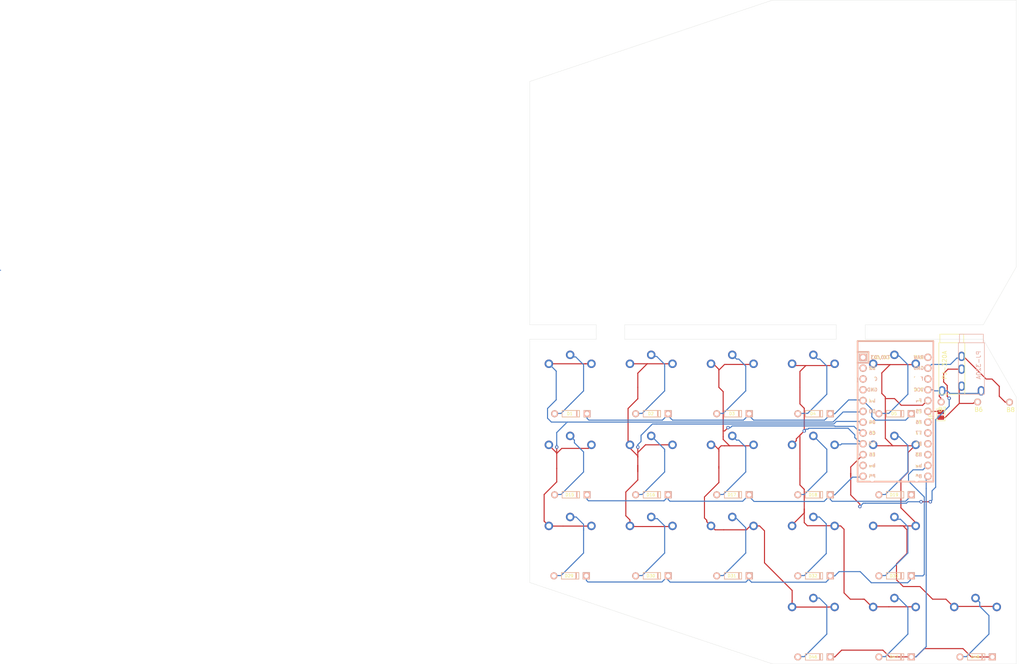
<source format=kicad_pcb>
(kicad_pcb (version 20171130) (host pcbnew "(5.1.2)-2")

  (general
    (thickness 1.6)
    (drawings 20)
    (tracks 478)
    (zones 0)
    (modules 56)
    (nets 33)
  )

  (page A4)
  (layers
    (0 F.Cu signal)
    (31 B.Cu signal)
    (32 B.Adhes user)
    (33 F.Adhes user)
    (34 B.Paste user)
    (35 F.Paste user)
    (36 B.SilkS user)
    (37 F.SilkS user)
    (38 B.Mask user)
    (39 F.Mask user)
    (40 Dwgs.User user)
    (41 Cmts.User user)
    (42 Eco1.User user)
    (43 Eco2.User user)
    (44 Edge.Cuts user)
    (45 Margin user)
    (46 B.CrtYd user)
    (47 F.CrtYd user)
    (48 B.Fab user)
    (49 F.Fab user)
  )

  (setup
    (last_trace_width 0.25)
    (trace_clearance 0.2)
    (zone_clearance 0.508)
    (zone_45_only no)
    (trace_min 0.2)
    (via_size 0.8)
    (via_drill 0.4)
    (via_min_size 0.4)
    (via_min_drill 0.3)
    (uvia_size 0.3)
    (uvia_drill 0.1)
    (uvias_allowed no)
    (uvia_min_size 0.2)
    (uvia_min_drill 0.1)
    (edge_width 0.05)
    (segment_width 0.2)
    (pcb_text_width 0.3)
    (pcb_text_size 1.5 1.5)
    (mod_edge_width 0.12)
    (mod_text_size 1 1)
    (mod_text_width 0.15)
    (pad_size 1.524 1.524)
    (pad_drill 0.762)
    (pad_to_mask_clearance 0.051)
    (solder_mask_min_width 0.25)
    (aux_axis_origin 0 0)
    (visible_elements 7FFFFFFF)
    (pcbplotparams
      (layerselection 0x010f0_ffffffff)
      (usegerberextensions false)
      (usegerberattributes false)
      (usegerberadvancedattributes false)
      (creategerberjobfile false)
      (excludeedgelayer true)
      (linewidth 0.100000)
      (plotframeref false)
      (viasonmask false)
      (mode 1)
      (useauxorigin false)
      (hpglpennumber 1)
      (hpglpenspeed 20)
      (hpglpendiameter 15.000000)
      (psnegative false)
      (psa4output false)
      (plotreference true)
      (plotvalue true)
      (plotinvisibletext false)
      (padsonsilk false)
      (subtractmaskfromsilk false)
      (outputformat 1)
      (mirror false)
      (drillshape 0)
      (scaleselection 1)
      (outputdirectory "Gerbers/"))
  )

  (net 0 "")
  (net 1 Row0)
  (net 2 "Net-(D1-Pad1)")
  (net 3 "Net-(D2-Pad1)")
  (net 4 "Net-(D3-Pad1)")
  (net 5 "Net-(D4-Pad1)")
  (net 6 "Net-(D5-Pad1)")
  (net 7 Row1)
  (net 8 "Net-(D15-Pad1)")
  (net 9 "Net-(D16-Pad1)")
  (net 10 "Net-(D17-Pad1)")
  (net 11 "Net-(D18-Pad1)")
  (net 12 "Net-(D19-Pad1)")
  (net 13 Row2)
  (net 14 "Net-(D29-Pad1)")
  (net 15 "Net-(D30-Pad1)")
  (net 16 "Net-(D31-Pad1)")
  (net 17 "Net-(D32-Pad1)")
  (net 18 "Net-(D33-Pad1)")
  (net 19 Row3)
  (net 20 "Net-(D46-Pad1)")
  (net 21 "Net-(D47-Pad1)")
  (net 22 "Net-(D48-Pad1)")
  (net 23 Col0)
  (net 24 Col1)
  (net 25 Col2)
  (net 26 Col3)
  (net 27 Col4)
  (net 28 "Net-(B6-Pad1)")
  (net 29 COMMVcc)
  (net 30 COMMGnd)
  (net 31 RGBJumper)
  (net 32 Comm)

  (net_class Default "This is the default net class."
    (clearance 0.2)
    (trace_width 0.25)
    (via_dia 0.8)
    (via_drill 0.4)
    (uvia_dia 0.3)
    (uvia_drill 0.1)
    (add_net COMMGnd)
    (add_net COMMVcc)
    (add_net Col0)
    (add_net Col1)
    (add_net Col2)
    (add_net Col3)
    (add_net Col4)
    (add_net Comm)
    (add_net "Net-(B6-Pad1)")
    (add_net "Net-(D1-Pad1)")
    (add_net "Net-(D15-Pad1)")
    (add_net "Net-(D16-Pad1)")
    (add_net "Net-(D17-Pad1)")
    (add_net "Net-(D18-Pad1)")
    (add_net "Net-(D19-Pad1)")
    (add_net "Net-(D2-Pad1)")
    (add_net "Net-(D29-Pad1)")
    (add_net "Net-(D3-Pad1)")
    (add_net "Net-(D30-Pad1)")
    (add_net "Net-(D31-Pad1)")
    (add_net "Net-(D32-Pad1)")
    (add_net "Net-(D33-Pad1)")
    (add_net "Net-(D4-Pad1)")
    (add_net "Net-(D46-Pad1)")
    (add_net "Net-(D47-Pad1)")
    (add_net "Net-(D48-Pad1)")
    (add_net "Net-(D5-Pad1)")
    (add_net RGBJumper)
    (add_net Row0)
    (add_net Row1)
    (add_net Row2)
    (add_net Row3)
  )

  (module random-keyboard-parts:breakaway-mousebites (layer F.Cu) (tedit 5C42C501) (tstamp 5EBEDF93)
    (at 190.98 49.17)
    (attr virtual)
    (fp_text reference REF** (at 0 -1.524) (layer Dwgs.User)
      (effects (font (size 1 1) (thickness 0.15)))
    )
    (fp_text value breakaway-mousebites (at 0 0.762) (layer Dwgs.User)
      (effects (font (size 1 1) (thickness 0.15)))
    )
    (fp_line (start -2.794 0) (end 2.794 0) (layer Dwgs.User) (width 0.15))
    (fp_line (start 0.254 0) (end -0.254 0) (layer B.CrtYd) (width 0.15))
    (fp_line (start -1.016 0) (end -1.524 0) (layer B.CrtYd) (width 0.15))
    (fp_line (start -2.286 0) (end -2.794 0) (layer B.CrtYd) (width 0.15))
    (fp_line (start 1.016 0) (end 1.524 0) (layer B.CrtYd) (width 0.15))
    (fp_line (start 2.286 0) (end 2.794 0) (layer B.CrtYd) (width 0.15))
    (pad "" np_thru_hole circle (at 0 -0.254) (size 0.7874 0.7874) (drill 0.7874) (layers *.Cu *.Mask))
    (pad "" np_thru_hole circle (at 1.27 -0.254) (size 0.7874 0.7874) (drill 0.7874) (layers *.Cu *.Mask))
    (pad "" np_thru_hole circle (at 2.54 -0.254) (size 0.7874 0.7874) (drill 0.7874) (layers *.Cu *.Mask))
    (pad "" np_thru_hole circle (at -1.27 -0.254) (size 0.7874 0.7874) (drill 0.7874) (layers *.Cu *.Mask))
    (pad "" np_thru_hole circle (at -2.54 -0.254) (size 0.7874 0.7874) (drill 0.7874) (layers *.Cu *.Mask))
  )

  (module KeyboardFootprints:MountingHole_2.9mm (layer B.Cu) (tedit 5D114C0B) (tstamp 5EBF2287)
    (at 191.84 -8.95)
    (descr "Mounting Hole 4mm, no annular")
    (tags "mounting hole 4mm no annular")
    (path /5EBEE75E)
    (attr virtual)
    (fp_text reference B1 (at 0 5) (layer B.SilkS) hide
      (effects (font (size 1 1) (thickness 0.15)) (justify mirror))
    )
    (fp_text value Breakout (at 0 -5) (layer B.Fab)
      (effects (font (size 1 1) (thickness 0.15)) (justify mirror))
    )
    (pad "" np_thru_hole circle (at 0 0) (size 2.9 2.9) (drill 2.9) (layers *.Cu *.Mask))
  )

  (module KeyboardFootprints:MountingHole_2.9mm (layer B.Cu) (tedit 5D114C0B) (tstamp 5EBF2283)
    (at 191.05 38.69)
    (descr "Mounting Hole 4mm, no annular")
    (tags "mounting hole 4mm no annular")
    (path /5EBF0D9C)
    (attr virtual)
    (fp_text reference B5 (at 0 5) (layer B.SilkS) hide
      (effects (font (size 1 1) (thickness 0.15)) (justify mirror))
    )
    (fp_text value Breakout (at 0 -5) (layer B.Fab)
      (effects (font (size 1 1) (thickness 0.15)) (justify mirror))
    )
    (pad "" np_thru_hole circle (at 0 0) (size 2.9 2.9) (drill 2.9) (layers *.Cu *.Mask))
  )

  (module KeyboardFootprints:MountingHole_2.9mm (layer B.Cu) (tedit 5D114C0B) (tstamp 5EBF227F)
    (at 134.69 38.67)
    (descr "Mounting Hole 4mm, no annular")
    (tags "mounting hole 4mm no annular")
    (path /5EBEF71D)
    (attr virtual)
    (fp_text reference B3 (at 0 5) (layer B.SilkS) hide
      (effects (font (size 1 1) (thickness 0.15)) (justify mirror))
    )
    (fp_text value Breakout (at 0 -5) (layer B.Fab)
      (effects (font (size 1 1) (thickness 0.15)) (justify mirror))
    )
    (pad "" np_thru_hole circle (at 0 0) (size 2.9 2.9) (drill 2.9) (layers *.Cu *.Mask))
  )

  (module KeyboardFootprints:MountingHole_2.9mm (layer B.Cu) (tedit 5D114C0B) (tstamp 5EBF227B)
    (at 172.8 19.61)
    (descr "Mounting Hole 4mm, no annular")
    (tags "mounting hole 4mm no annular")
    (path /5EBEF290)
    (attr virtual)
    (fp_text reference B2 (at 0 5) (layer B.SilkS) hide
      (effects (font (size 1 1) (thickness 0.15)) (justify mirror))
    )
    (fp_text value Breakout (at 0 -5) (layer B.Fab)
      (effects (font (size 1 1) (thickness 0.15)) (justify mirror))
    )
    (pad "" np_thru_hole circle (at 0 0) (size 2.9 2.9) (drill 2.9) (layers *.Cu *.Mask))
  )

  (module KeyboardFootprints:MountingHole_2.9mm (layer B.Cu) (tedit 5D114C0B) (tstamp 5EBF2277)
    (at 134.7 0.59)
    (descr "Mounting Hole 4mm, no annular")
    (tags "mounting hole 4mm no annular")
    (path /5EBF1219)
    (attr virtual)
    (fp_text reference B4 (at 0 5) (layer B.SilkS) hide
      (effects (font (size 1 1) (thickness 0.15)) (justify mirror))
    )
    (fp_text value Breakout (at 0 -5) (layer B.Fab)
      (effects (font (size 1 1) (thickness 0.15)) (justify mirror))
    )
    (pad "" np_thru_hole circle (at 0 0) (size 2.9 2.9) (drill 2.9) (layers *.Cu *.Mask))
  )

  (module random-keyboard-parts:breakaway-mousebites (layer F.Cu) (tedit 5C42C501) (tstamp 5EBEDF93)
    (at 134.63 49.18)
    (attr virtual)
    (fp_text reference REF** (at 0 -1.524) (layer Dwgs.User)
      (effects (font (size 1 1) (thickness 0.15)))
    )
    (fp_text value breakaway-mousebites (at 0 0.762) (layer Dwgs.User)
      (effects (font (size 1 1) (thickness 0.15)))
    )
    (fp_line (start -2.794 0) (end 2.794 0) (layer Dwgs.User) (width 0.15))
    (fp_line (start 0.254 0) (end -0.254 0) (layer B.CrtYd) (width 0.15))
    (fp_line (start -1.016 0) (end -1.524 0) (layer B.CrtYd) (width 0.15))
    (fp_line (start -2.286 0) (end -2.794 0) (layer B.CrtYd) (width 0.15))
    (fp_line (start 1.016 0) (end 1.524 0) (layer B.CrtYd) (width 0.15))
    (fp_line (start 2.286 0) (end 2.794 0) (layer B.CrtYd) (width 0.15))
    (pad "" np_thru_hole circle (at 0 -0.254) (size 0.7874 0.7874) (drill 0.7874) (layers *.Cu *.Mask))
    (pad "" np_thru_hole circle (at 1.27 -0.254) (size 0.7874 0.7874) (drill 0.7874) (layers *.Cu *.Mask))
    (pad "" np_thru_hole circle (at 2.54 -0.254) (size 0.7874 0.7874) (drill 0.7874) (layers *.Cu *.Mask))
    (pad "" np_thru_hole circle (at -1.27 -0.254) (size 0.7874 0.7874) (drill 0.7874) (layers *.Cu *.Mask))
    (pad "" np_thru_hole circle (at -2.54 -0.254) (size 0.7874 0.7874) (drill 0.7874) (layers *.Cu *.Mask))
  )

  (module random-keyboard-parts:breakaway-mousebites (layer F.Cu) (tedit 5C42C501) (tstamp 5EBEDF8A)
    (at 191 51.27)
    (attr virtual)
    (fp_text reference REF** (at 0 -1.524) (layer Dwgs.User)
      (effects (font (size 1 1) (thickness 0.15)))
    )
    (fp_text value breakaway-mousebites (at 0 0.762) (layer Dwgs.User)
      (effects (font (size 1 1) (thickness 0.15)))
    )
    (fp_line (start 2.286 0) (end 2.794 0) (layer B.CrtYd) (width 0.15))
    (fp_line (start 1.016 0) (end 1.524 0) (layer B.CrtYd) (width 0.15))
    (fp_line (start -2.286 0) (end -2.794 0) (layer B.CrtYd) (width 0.15))
    (fp_line (start -1.016 0) (end -1.524 0) (layer B.CrtYd) (width 0.15))
    (fp_line (start 0.254 0) (end -0.254 0) (layer B.CrtYd) (width 0.15))
    (fp_line (start -2.794 0) (end 2.794 0) (layer Dwgs.User) (width 0.15))
    (pad "" np_thru_hole circle (at -2.54 -0.254) (size 0.7874 0.7874) (drill 0.7874) (layers *.Cu *.Mask))
    (pad "" np_thru_hole circle (at -1.27 -0.254) (size 0.7874 0.7874) (drill 0.7874) (layers *.Cu *.Mask))
    (pad "" np_thru_hole circle (at 2.54 -0.254) (size 0.7874 0.7874) (drill 0.7874) (layers *.Cu *.Mask))
    (pad "" np_thru_hole circle (at 1.27 -0.254) (size 0.7874 0.7874) (drill 0.7874) (layers *.Cu *.Mask))
    (pad "" np_thru_hole circle (at 0 -0.254) (size 0.7874 0.7874) (drill 0.7874) (layers *.Cu *.Mask))
  )

  (module random-keyboard-parts:breakaway-mousebites (layer F.Cu) (tedit 5C42C501) (tstamp 5EBEDF51)
    (at 134.66 51.24)
    (attr virtual)
    (fp_text reference REF** (at 0 -1.524) (layer Dwgs.User)
      (effects (font (size 1 1) (thickness 0.15)))
    )
    (fp_text value breakaway-mousebites (at 0 0.762) (layer Dwgs.User)
      (effects (font (size 1 1) (thickness 0.15)))
    )
    (fp_line (start 2.286 0) (end 2.794 0) (layer B.CrtYd) (width 0.15))
    (fp_line (start 1.016 0) (end 1.524 0) (layer B.CrtYd) (width 0.15))
    (fp_line (start -2.286 0) (end -2.794 0) (layer B.CrtYd) (width 0.15))
    (fp_line (start -1.016 0) (end -1.524 0) (layer B.CrtYd) (width 0.15))
    (fp_line (start 0.254 0) (end -0.254 0) (layer B.CrtYd) (width 0.15))
    (fp_line (start -2.794 0) (end 2.794 0) (layer Dwgs.User) (width 0.15))
    (pad "" np_thru_hole circle (at -2.54 -0.254) (size 0.7874 0.7874) (drill 0.7874) (layers *.Cu *.Mask))
    (pad "" np_thru_hole circle (at -1.27 -0.254) (size 0.7874 0.7874) (drill 0.7874) (layers *.Cu *.Mask))
    (pad "" np_thru_hole circle (at 2.54 -0.254) (size 0.7874 0.7874) (drill 0.7874) (layers *.Cu *.Mask))
    (pad "" np_thru_hole circle (at 1.27 -0.254) (size 0.7874 0.7874) (drill 0.7874) (layers *.Cu *.Mask))
    (pad "" np_thru_hole circle (at 0 -0.254) (size 0.7874 0.7874) (drill 0.7874) (layers *.Cu *.Mask))
  )

  (module KeyboardFootprints:KailhChoc-1U (layer F.Cu) (tedit 5EBD712C) (tstamp 5EB790E1)
    (at 144.22 80.24125)
    (path /5EB8E55B)
    (fp_text reference SW16 (at 0 3.175) (layer Dwgs.User)
      (effects (font (size 1 1) (thickness 0.15)))
    )
    (fp_text value Switch (at 0 -7.9375) (layer Dwgs.User)
      (effects (font (size 1 1) (thickness 0.15)))
    )
    (fp_text user 1U (at 0 7.9375 180) (layer Dwgs.User)
      (effects (font (size 1 1) (thickness 0.15)))
    )
    (fp_line (start -5 7) (end -7 7) (layer Dwgs.User) (width 0.15))
    (fp_line (start -7 7) (end -7 5) (layer Dwgs.User) (width 0.15))
    (fp_line (start -5 -7) (end -7 -7) (layer Dwgs.User) (width 0.15))
    (fp_line (start -7 -7) (end -7 -5) (layer Dwgs.User) (width 0.15))
    (fp_line (start 7 -5) (end 7 -7) (layer Dwgs.User) (width 0.15))
    (fp_line (start -9.525 9.525) (end -9.525 -9.525) (layer Dwgs.User) (width 0.15))
    (fp_line (start 5 7) (end 7 7) (layer Dwgs.User) (width 0.15))
    (fp_line (start 9.525 -9.525) (end 9.525 9.525) (layer Dwgs.User) (width 0.15))
    (fp_line (start 7 7) (end 7 5) (layer Dwgs.User) (width 0.15))
    (fp_line (start 9.525 9.525) (end -9.525 9.525) (layer Dwgs.User) (width 0.15))
    (fp_line (start 7 -7) (end 5 -7) (layer Dwgs.User) (width 0.15))
    (fp_line (start -9.525 -9.525) (end 9.525 -9.525) (layer Dwgs.User) (width 0.15))
    (fp_line (start -9.525 9.525) (end -9.525 -9.525) (layer Dwgs.User) (width 0.15))
    (fp_line (start 9.525 9.525) (end -9.525 9.525) (layer Dwgs.User) (width 0.15))
    (fp_line (start 9.525 -9.525) (end 9.525 9.525) (layer Dwgs.User) (width 0.15))
    (fp_line (start -9.525 -9.525) (end 9.525 -9.525) (layer Dwgs.User) (width 0.15))
    (fp_line (start -7 -7) (end -7 -5) (layer Dwgs.User) (width 0.15))
    (fp_line (start -5 -7) (end -7 -7) (layer Dwgs.User) (width 0.15))
    (fp_line (start -7 7) (end -5 7) (layer Dwgs.User) (width 0.15))
    (fp_line (start -7 5) (end -7 7) (layer Dwgs.User) (width 0.15))
    (fp_line (start 7 7) (end 7 5) (layer Dwgs.User) (width 0.15))
    (fp_line (start 5 7) (end 7 7) (layer Dwgs.User) (width 0.15))
    (fp_line (start 7 -7) (end 7 -5) (layer Dwgs.User) (width 0.15))
    (fp_line (start 5 -7) (end 7 -7) (layer Dwgs.User) (width 0.15))
    (pad "" np_thru_hole circle (at 5.22 4.2 180) (size 1.2 1.2) (drill 1.2) (layers *.Cu *.Mask))
    (pad "" np_thru_hole circle (at -5.22 4.2 180) (size 1.2 1.2) (drill 1.2) (layers *.Cu *.Mask))
    (pad "" np_thru_hole circle (at 5.5 0 228.1) (size 1.9 1.9) (drill 1.9) (layers *.Cu *.Mask))
    (pad "" np_thru_hole circle (at -5.5 0 228.1) (size 1.9 1.9) (drill 1.9) (layers *.Cu *.Mask))
    (pad 1 thru_hole circle (at -5 -3.8 180) (size 2 2) (drill 1.2) (layers *.Cu B.Mask)
      (net 24 Col1))
    (pad "" np_thru_hole circle (at 5.5 0 48.1) (size 1.9 1.9) (drill 1.9) (layers *.Cu *.Mask))
    (pad "" np_thru_hole circle (at -5.5 0 48.1) (size 1.9 1.9) (drill 1.9) (layers *.Cu *.Mask))
    (pad 1 thru_hole circle (at 5 -3.8) (size 2 2) (drill 1.2) (layers *.Cu B.Mask)
      (net 24 Col1))
    (pad "" np_thru_hole circle (at 0 0) (size 3.4 3.4) (drill 3.4) (layers *.Cu *.Mask))
    (pad 2 thru_hole circle (at 0 -5.9) (size 2 2) (drill 1.2) (layers *.Cu B.Mask)
      (net 9 "Net-(D16-Pad1)"))
  )

  (module KeyboardFootprints:KailhChoc-1U (layer F.Cu) (tedit 5EBD712C) (tstamp 5EB794DD)
    (at 182.320001 118.34125)
    (path /5EBA39BB)
    (fp_text reference SW46 (at 0 3.175) (layer Dwgs.User)
      (effects (font (size 1 1) (thickness 0.15)))
    )
    (fp_text value Switch (at 0 -7.9375) (layer Dwgs.User)
      (effects (font (size 1 1) (thickness 0.15)))
    )
    (fp_text user 1U (at 0 7.9375 180) (layer Dwgs.User)
      (effects (font (size 1 1) (thickness 0.15)))
    )
    (fp_line (start -5 7) (end -7 7) (layer Dwgs.User) (width 0.15))
    (fp_line (start -7 7) (end -7 5) (layer Dwgs.User) (width 0.15))
    (fp_line (start -5 -7) (end -7 -7) (layer Dwgs.User) (width 0.15))
    (fp_line (start -7 -7) (end -7 -5) (layer Dwgs.User) (width 0.15))
    (fp_line (start 7 -5) (end 7 -7) (layer Dwgs.User) (width 0.15))
    (fp_line (start -9.525 9.525) (end -9.525 -9.525) (layer Dwgs.User) (width 0.15))
    (fp_line (start 5 7) (end 7 7) (layer Dwgs.User) (width 0.15))
    (fp_line (start 9.525 -9.525) (end 9.525 9.525) (layer Dwgs.User) (width 0.15))
    (fp_line (start 7 7) (end 7 5) (layer Dwgs.User) (width 0.15))
    (fp_line (start 9.525 9.525) (end -9.525 9.525) (layer Dwgs.User) (width 0.15))
    (fp_line (start 7 -7) (end 5 -7) (layer Dwgs.User) (width 0.15))
    (fp_line (start -9.525 -9.525) (end 9.525 -9.525) (layer Dwgs.User) (width 0.15))
    (fp_line (start -9.525 9.525) (end -9.525 -9.525) (layer Dwgs.User) (width 0.15))
    (fp_line (start 9.525 9.525) (end -9.525 9.525) (layer Dwgs.User) (width 0.15))
    (fp_line (start 9.525 -9.525) (end 9.525 9.525) (layer Dwgs.User) (width 0.15))
    (fp_line (start -9.525 -9.525) (end 9.525 -9.525) (layer Dwgs.User) (width 0.15))
    (fp_line (start -7 -7) (end -7 -5) (layer Dwgs.User) (width 0.15))
    (fp_line (start -5 -7) (end -7 -7) (layer Dwgs.User) (width 0.15))
    (fp_line (start -7 7) (end -5 7) (layer Dwgs.User) (width 0.15))
    (fp_line (start -7 5) (end -7 7) (layer Dwgs.User) (width 0.15))
    (fp_line (start 7 7) (end 7 5) (layer Dwgs.User) (width 0.15))
    (fp_line (start 5 7) (end 7 7) (layer Dwgs.User) (width 0.15))
    (fp_line (start 7 -7) (end 7 -5) (layer Dwgs.User) (width 0.15))
    (fp_line (start 5 -7) (end 7 -7) (layer Dwgs.User) (width 0.15))
    (pad "" np_thru_hole circle (at 5.22 4.2 180) (size 1.2 1.2) (drill 1.2) (layers *.Cu *.Mask))
    (pad "" np_thru_hole circle (at -5.22 4.2 180) (size 1.2 1.2) (drill 1.2) (layers *.Cu *.Mask))
    (pad "" np_thru_hole circle (at 5.5 0 228.1) (size 1.9 1.9) (drill 1.9) (layers *.Cu *.Mask))
    (pad "" np_thru_hole circle (at -5.5 0 228.1) (size 1.9 1.9) (drill 1.9) (layers *.Cu *.Mask))
    (pad 1 thru_hole circle (at -5 -3.8 180) (size 2 2) (drill 1.2) (layers *.Cu B.Mask)
      (net 25 Col2))
    (pad "" np_thru_hole circle (at 5.5 0 48.1) (size 1.9 1.9) (drill 1.9) (layers *.Cu *.Mask))
    (pad "" np_thru_hole circle (at -5.5 0 48.1) (size 1.9 1.9) (drill 1.9) (layers *.Cu *.Mask))
    (pad 1 thru_hole circle (at 5 -3.8) (size 2 2) (drill 1.2) (layers *.Cu B.Mask)
      (net 25 Col2))
    (pad "" np_thru_hole circle (at 0 0) (size 3.4 3.4) (drill 3.4) (layers *.Cu *.Mask))
    (pad 2 thru_hole circle (at 0 -5.9) (size 2 2) (drill 1.2) (layers *.Cu B.Mask)
      (net 20 "Net-(D46-Pad1)"))
  )

  (module KeyboardFootprints:KailhChoc-1U (layer F.Cu) (tedit 5EBD712C) (tstamp 5EB79521)
    (at 220.42 118.34125)
    (path /5EBA39D3)
    (fp_text reference SW48 (at 0 3.175) (layer Dwgs.User)
      (effects (font (size 1 1) (thickness 0.15)))
    )
    (fp_text value Switch (at 0 -7.9375) (layer Dwgs.User)
      (effects (font (size 1 1) (thickness 0.15)))
    )
    (fp_text user 1U (at 0 7.9375 180) (layer Dwgs.User)
      (effects (font (size 1 1) (thickness 0.15)))
    )
    (fp_line (start -5 7) (end -7 7) (layer Dwgs.User) (width 0.15))
    (fp_line (start -7 7) (end -7 5) (layer Dwgs.User) (width 0.15))
    (fp_line (start -5 -7) (end -7 -7) (layer Dwgs.User) (width 0.15))
    (fp_line (start -7 -7) (end -7 -5) (layer Dwgs.User) (width 0.15))
    (fp_line (start 7 -5) (end 7 -7) (layer Dwgs.User) (width 0.15))
    (fp_line (start -9.525 9.525) (end -9.525 -9.525) (layer Dwgs.User) (width 0.15))
    (fp_line (start 5 7) (end 7 7) (layer Dwgs.User) (width 0.15))
    (fp_line (start 9.525 -9.525) (end 9.525 9.525) (layer Dwgs.User) (width 0.15))
    (fp_line (start 7 7) (end 7 5) (layer Dwgs.User) (width 0.15))
    (fp_line (start 9.525 9.525) (end -9.525 9.525) (layer Dwgs.User) (width 0.15))
    (fp_line (start 7 -7) (end 5 -7) (layer Dwgs.User) (width 0.15))
    (fp_line (start -9.525 -9.525) (end 9.525 -9.525) (layer Dwgs.User) (width 0.15))
    (fp_line (start -9.525 9.525) (end -9.525 -9.525) (layer Dwgs.User) (width 0.15))
    (fp_line (start 9.525 9.525) (end -9.525 9.525) (layer Dwgs.User) (width 0.15))
    (fp_line (start 9.525 -9.525) (end 9.525 9.525) (layer Dwgs.User) (width 0.15))
    (fp_line (start -9.525 -9.525) (end 9.525 -9.525) (layer Dwgs.User) (width 0.15))
    (fp_line (start -7 -7) (end -7 -5) (layer Dwgs.User) (width 0.15))
    (fp_line (start -5 -7) (end -7 -7) (layer Dwgs.User) (width 0.15))
    (fp_line (start -7 7) (end -5 7) (layer Dwgs.User) (width 0.15))
    (fp_line (start -7 5) (end -7 7) (layer Dwgs.User) (width 0.15))
    (fp_line (start 7 7) (end 7 5) (layer Dwgs.User) (width 0.15))
    (fp_line (start 5 7) (end 7 7) (layer Dwgs.User) (width 0.15))
    (fp_line (start 7 -7) (end 7 -5) (layer Dwgs.User) (width 0.15))
    (fp_line (start 5 -7) (end 7 -7) (layer Dwgs.User) (width 0.15))
    (pad "" np_thru_hole circle (at 5.22 4.2 180) (size 1.2 1.2) (drill 1.2) (layers *.Cu *.Mask))
    (pad "" np_thru_hole circle (at -5.22 4.2 180) (size 1.2 1.2) (drill 1.2) (layers *.Cu *.Mask))
    (pad "" np_thru_hole circle (at 5.5 0 228.1) (size 1.9 1.9) (drill 1.9) (layers *.Cu *.Mask))
    (pad "" np_thru_hole circle (at -5.5 0 228.1) (size 1.9 1.9) (drill 1.9) (layers *.Cu *.Mask))
    (pad 1 thru_hole circle (at -5 -3.8 180) (size 2 2) (drill 1.2) (layers *.Cu B.Mask)
      (net 27 Col4))
    (pad "" np_thru_hole circle (at 5.5 0 48.1) (size 1.9 1.9) (drill 1.9) (layers *.Cu *.Mask))
    (pad "" np_thru_hole circle (at -5.5 0 48.1) (size 1.9 1.9) (drill 1.9) (layers *.Cu *.Mask))
    (pad 1 thru_hole circle (at 5 -3.8) (size 2 2) (drill 1.2) (layers *.Cu B.Mask)
      (net 27 Col4))
    (pad "" np_thru_hole circle (at 0 0) (size 3.4 3.4) (drill 3.4) (layers *.Cu *.Mask))
    (pad 2 thru_hole circle (at 0 -5.9) (size 2 2) (drill 1.2) (layers *.Cu B.Mask)
      (net 22 "Net-(D48-Pad1)"))
  )

  (module KeyboardFootprints:KailhChoc-1U (layer F.Cu) (tedit 5EBD712C) (tstamp 5EB794FF)
    (at 201.37 118.341251)
    (path /5EBA39C7)
    (fp_text reference SW47 (at 0 3.175) (layer Dwgs.User)
      (effects (font (size 1 1) (thickness 0.15)))
    )
    (fp_text value Switch (at 0 -7.9375) (layer Dwgs.User)
      (effects (font (size 1 1) (thickness 0.15)))
    )
    (fp_text user 1U (at 0 7.9375 180) (layer Dwgs.User)
      (effects (font (size 1 1) (thickness 0.15)))
    )
    (fp_line (start -5 7) (end -7 7) (layer Dwgs.User) (width 0.15))
    (fp_line (start -7 7) (end -7 5) (layer Dwgs.User) (width 0.15))
    (fp_line (start -5 -7) (end -7 -7) (layer Dwgs.User) (width 0.15))
    (fp_line (start -7 -7) (end -7 -5) (layer Dwgs.User) (width 0.15))
    (fp_line (start 7 -5) (end 7 -7) (layer Dwgs.User) (width 0.15))
    (fp_line (start -9.525 9.525) (end -9.525 -9.525) (layer Dwgs.User) (width 0.15))
    (fp_line (start 5 7) (end 7 7) (layer Dwgs.User) (width 0.15))
    (fp_line (start 9.525 -9.525) (end 9.525 9.525) (layer Dwgs.User) (width 0.15))
    (fp_line (start 7 7) (end 7 5) (layer Dwgs.User) (width 0.15))
    (fp_line (start 9.525 9.525) (end -9.525 9.525) (layer Dwgs.User) (width 0.15))
    (fp_line (start 7 -7) (end 5 -7) (layer Dwgs.User) (width 0.15))
    (fp_line (start -9.525 -9.525) (end 9.525 -9.525) (layer Dwgs.User) (width 0.15))
    (fp_line (start -9.525 9.525) (end -9.525 -9.525) (layer Dwgs.User) (width 0.15))
    (fp_line (start 9.525 9.525) (end -9.525 9.525) (layer Dwgs.User) (width 0.15))
    (fp_line (start 9.525 -9.525) (end 9.525 9.525) (layer Dwgs.User) (width 0.15))
    (fp_line (start -9.525 -9.525) (end 9.525 -9.525) (layer Dwgs.User) (width 0.15))
    (fp_line (start -7 -7) (end -7 -5) (layer Dwgs.User) (width 0.15))
    (fp_line (start -5 -7) (end -7 -7) (layer Dwgs.User) (width 0.15))
    (fp_line (start -7 7) (end -5 7) (layer Dwgs.User) (width 0.15))
    (fp_line (start -7 5) (end -7 7) (layer Dwgs.User) (width 0.15))
    (fp_line (start 7 7) (end 7 5) (layer Dwgs.User) (width 0.15))
    (fp_line (start 5 7) (end 7 7) (layer Dwgs.User) (width 0.15))
    (fp_line (start 7 -7) (end 7 -5) (layer Dwgs.User) (width 0.15))
    (fp_line (start 5 -7) (end 7 -7) (layer Dwgs.User) (width 0.15))
    (pad "" np_thru_hole circle (at 5.22 4.2 180) (size 1.2 1.2) (drill 1.2) (layers *.Cu *.Mask))
    (pad "" np_thru_hole circle (at -5.22 4.2 180) (size 1.2 1.2) (drill 1.2) (layers *.Cu *.Mask))
    (pad "" np_thru_hole circle (at 5.5 0 228.1) (size 1.9 1.9) (drill 1.9) (layers *.Cu *.Mask))
    (pad "" np_thru_hole circle (at -5.5 0 228.1) (size 1.9 1.9) (drill 1.9) (layers *.Cu *.Mask))
    (pad 1 thru_hole circle (at -5 -3.8 180) (size 2 2) (drill 1.2) (layers *.Cu B.Mask)
      (net 26 Col3))
    (pad "" np_thru_hole circle (at 5.5 0 48.1) (size 1.9 1.9) (drill 1.9) (layers *.Cu *.Mask))
    (pad "" np_thru_hole circle (at -5.5 0 48.1) (size 1.9 1.9) (drill 1.9) (layers *.Cu *.Mask))
    (pad 1 thru_hole circle (at 5 -3.8) (size 2 2) (drill 1.2) (layers *.Cu B.Mask)
      (net 26 Col3))
    (pad "" np_thru_hole circle (at 0 0) (size 3.4 3.4) (drill 3.4) (layers *.Cu *.Mask))
    (pad 2 thru_hole circle (at 0 -5.9) (size 2 2) (drill 1.2) (layers *.Cu B.Mask)
      (net 21 "Net-(D47-Pad1)"))
  )

  (module KeyboardFootprints:KailhChoc-1U (layer F.Cu) (tedit 5EBD712C) (tstamp 5EB79323)
    (at 201.37 99.291251)
    (path /5EBA391F)
    (fp_text reference SW33 (at 0 3.175) (layer Dwgs.User)
      (effects (font (size 1 1) (thickness 0.15)))
    )
    (fp_text value Switch (at 0 -7.9375) (layer Dwgs.User)
      (effects (font (size 1 1) (thickness 0.15)))
    )
    (fp_text user 1U (at 0 7.9375 180) (layer Dwgs.User)
      (effects (font (size 1 1) (thickness 0.15)))
    )
    (fp_line (start -5 7) (end -7 7) (layer Dwgs.User) (width 0.15))
    (fp_line (start -7 7) (end -7 5) (layer Dwgs.User) (width 0.15))
    (fp_line (start -5 -7) (end -7 -7) (layer Dwgs.User) (width 0.15))
    (fp_line (start -7 -7) (end -7 -5) (layer Dwgs.User) (width 0.15))
    (fp_line (start 7 -5) (end 7 -7) (layer Dwgs.User) (width 0.15))
    (fp_line (start -9.525 9.525) (end -9.525 -9.525) (layer Dwgs.User) (width 0.15))
    (fp_line (start 5 7) (end 7 7) (layer Dwgs.User) (width 0.15))
    (fp_line (start 9.525 -9.525) (end 9.525 9.525) (layer Dwgs.User) (width 0.15))
    (fp_line (start 7 7) (end 7 5) (layer Dwgs.User) (width 0.15))
    (fp_line (start 9.525 9.525) (end -9.525 9.525) (layer Dwgs.User) (width 0.15))
    (fp_line (start 7 -7) (end 5 -7) (layer Dwgs.User) (width 0.15))
    (fp_line (start -9.525 -9.525) (end 9.525 -9.525) (layer Dwgs.User) (width 0.15))
    (fp_line (start -9.525 9.525) (end -9.525 -9.525) (layer Dwgs.User) (width 0.15))
    (fp_line (start 9.525 9.525) (end -9.525 9.525) (layer Dwgs.User) (width 0.15))
    (fp_line (start 9.525 -9.525) (end 9.525 9.525) (layer Dwgs.User) (width 0.15))
    (fp_line (start -9.525 -9.525) (end 9.525 -9.525) (layer Dwgs.User) (width 0.15))
    (fp_line (start -7 -7) (end -7 -5) (layer Dwgs.User) (width 0.15))
    (fp_line (start -5 -7) (end -7 -7) (layer Dwgs.User) (width 0.15))
    (fp_line (start -7 7) (end -5 7) (layer Dwgs.User) (width 0.15))
    (fp_line (start -7 5) (end -7 7) (layer Dwgs.User) (width 0.15))
    (fp_line (start 7 7) (end 7 5) (layer Dwgs.User) (width 0.15))
    (fp_line (start 5 7) (end 7 7) (layer Dwgs.User) (width 0.15))
    (fp_line (start 7 -7) (end 7 -5) (layer Dwgs.User) (width 0.15))
    (fp_line (start 5 -7) (end 7 -7) (layer Dwgs.User) (width 0.15))
    (pad "" np_thru_hole circle (at 5.22 4.2 180) (size 1.2 1.2) (drill 1.2) (layers *.Cu *.Mask))
    (pad "" np_thru_hole circle (at -5.22 4.2 180) (size 1.2 1.2) (drill 1.2) (layers *.Cu *.Mask))
    (pad "" np_thru_hole circle (at 5.5 0 228.1) (size 1.9 1.9) (drill 1.9) (layers *.Cu *.Mask))
    (pad "" np_thru_hole circle (at -5.5 0 228.1) (size 1.9 1.9) (drill 1.9) (layers *.Cu *.Mask))
    (pad 1 thru_hole circle (at -5 -3.8 180) (size 2 2) (drill 1.2) (layers *.Cu B.Mask)
      (net 27 Col4))
    (pad "" np_thru_hole circle (at 5.5 0 48.1) (size 1.9 1.9) (drill 1.9) (layers *.Cu *.Mask))
    (pad "" np_thru_hole circle (at -5.5 0 48.1) (size 1.9 1.9) (drill 1.9) (layers *.Cu *.Mask))
    (pad 1 thru_hole circle (at 5 -3.8) (size 2 2) (drill 1.2) (layers *.Cu B.Mask)
      (net 27 Col4))
    (pad "" np_thru_hole circle (at 0 0) (size 3.4 3.4) (drill 3.4) (layers *.Cu *.Mask))
    (pad 2 thru_hole circle (at 0 -5.9) (size 2 2) (drill 1.2) (layers *.Cu B.Mask)
      (net 18 "Net-(D33-Pad1)"))
  )

  (module KeyboardFootprints:KailhChoc-1U (layer F.Cu) (tedit 5EBD712C) (tstamp 5EB79301)
    (at 182.32 99.29125)
    (path /5EBA3913)
    (fp_text reference SW32 (at 0 3.175) (layer Dwgs.User)
      (effects (font (size 1 1) (thickness 0.15)))
    )
    (fp_text value Switch (at 0 -7.9375) (layer Dwgs.User)
      (effects (font (size 1 1) (thickness 0.15)))
    )
    (fp_text user 1U (at 0 7.9375 180) (layer Dwgs.User)
      (effects (font (size 1 1) (thickness 0.15)))
    )
    (fp_line (start -5 7) (end -7 7) (layer Dwgs.User) (width 0.15))
    (fp_line (start -7 7) (end -7 5) (layer Dwgs.User) (width 0.15))
    (fp_line (start -5 -7) (end -7 -7) (layer Dwgs.User) (width 0.15))
    (fp_line (start -7 -7) (end -7 -5) (layer Dwgs.User) (width 0.15))
    (fp_line (start 7 -5) (end 7 -7) (layer Dwgs.User) (width 0.15))
    (fp_line (start -9.525 9.525) (end -9.525 -9.525) (layer Dwgs.User) (width 0.15))
    (fp_line (start 5 7) (end 7 7) (layer Dwgs.User) (width 0.15))
    (fp_line (start 9.525 -9.525) (end 9.525 9.525) (layer Dwgs.User) (width 0.15))
    (fp_line (start 7 7) (end 7 5) (layer Dwgs.User) (width 0.15))
    (fp_line (start 9.525 9.525) (end -9.525 9.525) (layer Dwgs.User) (width 0.15))
    (fp_line (start 7 -7) (end 5 -7) (layer Dwgs.User) (width 0.15))
    (fp_line (start -9.525 -9.525) (end 9.525 -9.525) (layer Dwgs.User) (width 0.15))
    (fp_line (start -9.525 9.525) (end -9.525 -9.525) (layer Dwgs.User) (width 0.15))
    (fp_line (start 9.525 9.525) (end -9.525 9.525) (layer Dwgs.User) (width 0.15))
    (fp_line (start 9.525 -9.525) (end 9.525 9.525) (layer Dwgs.User) (width 0.15))
    (fp_line (start -9.525 -9.525) (end 9.525 -9.525) (layer Dwgs.User) (width 0.15))
    (fp_line (start -7 -7) (end -7 -5) (layer Dwgs.User) (width 0.15))
    (fp_line (start -5 -7) (end -7 -7) (layer Dwgs.User) (width 0.15))
    (fp_line (start -7 7) (end -5 7) (layer Dwgs.User) (width 0.15))
    (fp_line (start -7 5) (end -7 7) (layer Dwgs.User) (width 0.15))
    (fp_line (start 7 7) (end 7 5) (layer Dwgs.User) (width 0.15))
    (fp_line (start 5 7) (end 7 7) (layer Dwgs.User) (width 0.15))
    (fp_line (start 7 -7) (end 7 -5) (layer Dwgs.User) (width 0.15))
    (fp_line (start 5 -7) (end 7 -7) (layer Dwgs.User) (width 0.15))
    (pad "" np_thru_hole circle (at 5.22 4.2 180) (size 1.2 1.2) (drill 1.2) (layers *.Cu *.Mask))
    (pad "" np_thru_hole circle (at -5.22 4.2 180) (size 1.2 1.2) (drill 1.2) (layers *.Cu *.Mask))
    (pad "" np_thru_hole circle (at 5.5 0 228.1) (size 1.9 1.9) (drill 1.9) (layers *.Cu *.Mask))
    (pad "" np_thru_hole circle (at -5.5 0 228.1) (size 1.9 1.9) (drill 1.9) (layers *.Cu *.Mask))
    (pad 1 thru_hole circle (at -5 -3.8 180) (size 2 2) (drill 1.2) (layers *.Cu B.Mask)
      (net 26 Col3))
    (pad "" np_thru_hole circle (at 5.5 0 48.1) (size 1.9 1.9) (drill 1.9) (layers *.Cu *.Mask))
    (pad "" np_thru_hole circle (at -5.5 0 48.1) (size 1.9 1.9) (drill 1.9) (layers *.Cu *.Mask))
    (pad 1 thru_hole circle (at 5 -3.8) (size 2 2) (drill 1.2) (layers *.Cu B.Mask)
      (net 26 Col3))
    (pad "" np_thru_hole circle (at 0 0) (size 3.4 3.4) (drill 3.4) (layers *.Cu *.Mask))
    (pad 2 thru_hole circle (at 0 -5.9) (size 2 2) (drill 1.2) (layers *.Cu B.Mask)
      (net 17 "Net-(D32-Pad1)"))
  )

  (module KeyboardFootprints:KailhChoc-1U (layer F.Cu) (tedit 5EBD712C) (tstamp 5EB792DF)
    (at 163.269999 99.291248)
    (path /5EBA3907)
    (fp_text reference SW31 (at 0 3.175) (layer Dwgs.User)
      (effects (font (size 1 1) (thickness 0.15)))
    )
    (fp_text value Switch (at 0 -7.9375) (layer Dwgs.User)
      (effects (font (size 1 1) (thickness 0.15)))
    )
    (fp_text user 1U (at 0 7.9375 180) (layer Dwgs.User)
      (effects (font (size 1 1) (thickness 0.15)))
    )
    (fp_line (start -5 7) (end -7 7) (layer Dwgs.User) (width 0.15))
    (fp_line (start -7 7) (end -7 5) (layer Dwgs.User) (width 0.15))
    (fp_line (start -5 -7) (end -7 -7) (layer Dwgs.User) (width 0.15))
    (fp_line (start -7 -7) (end -7 -5) (layer Dwgs.User) (width 0.15))
    (fp_line (start 7 -5) (end 7 -7) (layer Dwgs.User) (width 0.15))
    (fp_line (start -9.525 9.525) (end -9.525 -9.525) (layer Dwgs.User) (width 0.15))
    (fp_line (start 5 7) (end 7 7) (layer Dwgs.User) (width 0.15))
    (fp_line (start 9.525 -9.525) (end 9.525 9.525) (layer Dwgs.User) (width 0.15))
    (fp_line (start 7 7) (end 7 5) (layer Dwgs.User) (width 0.15))
    (fp_line (start 9.525 9.525) (end -9.525 9.525) (layer Dwgs.User) (width 0.15))
    (fp_line (start 7 -7) (end 5 -7) (layer Dwgs.User) (width 0.15))
    (fp_line (start -9.525 -9.525) (end 9.525 -9.525) (layer Dwgs.User) (width 0.15))
    (fp_line (start -9.525 9.525) (end -9.525 -9.525) (layer Dwgs.User) (width 0.15))
    (fp_line (start 9.525 9.525) (end -9.525 9.525) (layer Dwgs.User) (width 0.15))
    (fp_line (start 9.525 -9.525) (end 9.525 9.525) (layer Dwgs.User) (width 0.15))
    (fp_line (start -9.525 -9.525) (end 9.525 -9.525) (layer Dwgs.User) (width 0.15))
    (fp_line (start -7 -7) (end -7 -5) (layer Dwgs.User) (width 0.15))
    (fp_line (start -5 -7) (end -7 -7) (layer Dwgs.User) (width 0.15))
    (fp_line (start -7 7) (end -5 7) (layer Dwgs.User) (width 0.15))
    (fp_line (start -7 5) (end -7 7) (layer Dwgs.User) (width 0.15))
    (fp_line (start 7 7) (end 7 5) (layer Dwgs.User) (width 0.15))
    (fp_line (start 5 7) (end 7 7) (layer Dwgs.User) (width 0.15))
    (fp_line (start 7 -7) (end 7 -5) (layer Dwgs.User) (width 0.15))
    (fp_line (start 5 -7) (end 7 -7) (layer Dwgs.User) (width 0.15))
    (pad "" np_thru_hole circle (at 5.22 4.2 180) (size 1.2 1.2) (drill 1.2) (layers *.Cu *.Mask))
    (pad "" np_thru_hole circle (at -5.22 4.2 180) (size 1.2 1.2) (drill 1.2) (layers *.Cu *.Mask))
    (pad "" np_thru_hole circle (at 5.5 0 228.1) (size 1.9 1.9) (drill 1.9) (layers *.Cu *.Mask))
    (pad "" np_thru_hole circle (at -5.5 0 228.1) (size 1.9 1.9) (drill 1.9) (layers *.Cu *.Mask))
    (pad 1 thru_hole circle (at -5 -3.8 180) (size 2 2) (drill 1.2) (layers *.Cu B.Mask)
      (net 25 Col2))
    (pad "" np_thru_hole circle (at 5.5 0 48.1) (size 1.9 1.9) (drill 1.9) (layers *.Cu *.Mask))
    (pad "" np_thru_hole circle (at -5.5 0 48.1) (size 1.9 1.9) (drill 1.9) (layers *.Cu *.Mask))
    (pad 1 thru_hole circle (at 5 -3.8) (size 2 2) (drill 1.2) (layers *.Cu B.Mask)
      (net 25 Col2))
    (pad "" np_thru_hole circle (at 0 0) (size 3.4 3.4) (drill 3.4) (layers *.Cu *.Mask))
    (pad 2 thru_hole circle (at 0 -5.9) (size 2 2) (drill 1.2) (layers *.Cu B.Mask)
      (net 16 "Net-(D31-Pad1)"))
  )

  (module KeyboardFootprints:KailhChoc-1U (layer F.Cu) (tedit 5EBD712C) (tstamp 5EB792BD)
    (at 144.22 99.29125)
    (path /5EBA38FB)
    (fp_text reference SW30 (at 0 3.175) (layer Dwgs.User)
      (effects (font (size 1 1) (thickness 0.15)))
    )
    (fp_text value Switch (at 0 -7.9375) (layer Dwgs.User)
      (effects (font (size 1 1) (thickness 0.15)))
    )
    (fp_text user 1U (at 0 7.9375 180) (layer Dwgs.User)
      (effects (font (size 1 1) (thickness 0.15)))
    )
    (fp_line (start -5 7) (end -7 7) (layer Dwgs.User) (width 0.15))
    (fp_line (start -7 7) (end -7 5) (layer Dwgs.User) (width 0.15))
    (fp_line (start -5 -7) (end -7 -7) (layer Dwgs.User) (width 0.15))
    (fp_line (start -7 -7) (end -7 -5) (layer Dwgs.User) (width 0.15))
    (fp_line (start 7 -5) (end 7 -7) (layer Dwgs.User) (width 0.15))
    (fp_line (start -9.525 9.525) (end -9.525 -9.525) (layer Dwgs.User) (width 0.15))
    (fp_line (start 5 7) (end 7 7) (layer Dwgs.User) (width 0.15))
    (fp_line (start 9.525 -9.525) (end 9.525 9.525) (layer Dwgs.User) (width 0.15))
    (fp_line (start 7 7) (end 7 5) (layer Dwgs.User) (width 0.15))
    (fp_line (start 9.525 9.525) (end -9.525 9.525) (layer Dwgs.User) (width 0.15))
    (fp_line (start 7 -7) (end 5 -7) (layer Dwgs.User) (width 0.15))
    (fp_line (start -9.525 -9.525) (end 9.525 -9.525) (layer Dwgs.User) (width 0.15))
    (fp_line (start -9.525 9.525) (end -9.525 -9.525) (layer Dwgs.User) (width 0.15))
    (fp_line (start 9.525 9.525) (end -9.525 9.525) (layer Dwgs.User) (width 0.15))
    (fp_line (start 9.525 -9.525) (end 9.525 9.525) (layer Dwgs.User) (width 0.15))
    (fp_line (start -9.525 -9.525) (end 9.525 -9.525) (layer Dwgs.User) (width 0.15))
    (fp_line (start -7 -7) (end -7 -5) (layer Dwgs.User) (width 0.15))
    (fp_line (start -5 -7) (end -7 -7) (layer Dwgs.User) (width 0.15))
    (fp_line (start -7 7) (end -5 7) (layer Dwgs.User) (width 0.15))
    (fp_line (start -7 5) (end -7 7) (layer Dwgs.User) (width 0.15))
    (fp_line (start 7 7) (end 7 5) (layer Dwgs.User) (width 0.15))
    (fp_line (start 5 7) (end 7 7) (layer Dwgs.User) (width 0.15))
    (fp_line (start 7 -7) (end 7 -5) (layer Dwgs.User) (width 0.15))
    (fp_line (start 5 -7) (end 7 -7) (layer Dwgs.User) (width 0.15))
    (pad "" np_thru_hole circle (at 5.22 4.2 180) (size 1.2 1.2) (drill 1.2) (layers *.Cu *.Mask))
    (pad "" np_thru_hole circle (at -5.22 4.2 180) (size 1.2 1.2) (drill 1.2) (layers *.Cu *.Mask))
    (pad "" np_thru_hole circle (at 5.5 0 228.1) (size 1.9 1.9) (drill 1.9) (layers *.Cu *.Mask))
    (pad "" np_thru_hole circle (at -5.5 0 228.1) (size 1.9 1.9) (drill 1.9) (layers *.Cu *.Mask))
    (pad 1 thru_hole circle (at -5 -3.8 180) (size 2 2) (drill 1.2) (layers *.Cu B.Mask)
      (net 24 Col1))
    (pad "" np_thru_hole circle (at 5.5 0 48.1) (size 1.9 1.9) (drill 1.9) (layers *.Cu *.Mask))
    (pad "" np_thru_hole circle (at -5.5 0 48.1) (size 1.9 1.9) (drill 1.9) (layers *.Cu *.Mask))
    (pad 1 thru_hole circle (at 5 -3.8) (size 2 2) (drill 1.2) (layers *.Cu B.Mask)
      (net 24 Col1))
    (pad "" np_thru_hole circle (at 0 0) (size 3.4 3.4) (drill 3.4) (layers *.Cu *.Mask))
    (pad 2 thru_hole circle (at 0 -5.9) (size 2 2) (drill 1.2) (layers *.Cu B.Mask)
      (net 15 "Net-(D30-Pad1)"))
  )

  (module KeyboardFootprints:KailhChoc-1U (layer F.Cu) (tedit 5EBD712C) (tstamp 5EB7929B)
    (at 125.17 99.29125)
    (path /5EBA38EF)
    (fp_text reference SW29 (at 0 3.175) (layer Dwgs.User)
      (effects (font (size 1 1) (thickness 0.15)))
    )
    (fp_text value Switch (at 0 -7.9375) (layer Dwgs.User)
      (effects (font (size 1 1) (thickness 0.15)))
    )
    (fp_text user 1U (at 0 7.9375 180) (layer Dwgs.User)
      (effects (font (size 1 1) (thickness 0.15)))
    )
    (fp_line (start -5 7) (end -7 7) (layer Dwgs.User) (width 0.15))
    (fp_line (start -7 7) (end -7 5) (layer Dwgs.User) (width 0.15))
    (fp_line (start -5 -7) (end -7 -7) (layer Dwgs.User) (width 0.15))
    (fp_line (start -7 -7) (end -7 -5) (layer Dwgs.User) (width 0.15))
    (fp_line (start 7 -5) (end 7 -7) (layer Dwgs.User) (width 0.15))
    (fp_line (start -9.525 9.525) (end -9.525 -9.525) (layer Dwgs.User) (width 0.15))
    (fp_line (start 5 7) (end 7 7) (layer Dwgs.User) (width 0.15))
    (fp_line (start 9.525 -9.525) (end 9.525 9.525) (layer Dwgs.User) (width 0.15))
    (fp_line (start 7 7) (end 7 5) (layer Dwgs.User) (width 0.15))
    (fp_line (start 9.525 9.525) (end -9.525 9.525) (layer Dwgs.User) (width 0.15))
    (fp_line (start 7 -7) (end 5 -7) (layer Dwgs.User) (width 0.15))
    (fp_line (start -9.525 -9.525) (end 9.525 -9.525) (layer Dwgs.User) (width 0.15))
    (fp_line (start -9.525 9.525) (end -9.525 -9.525) (layer Dwgs.User) (width 0.15))
    (fp_line (start 9.525 9.525) (end -9.525 9.525) (layer Dwgs.User) (width 0.15))
    (fp_line (start 9.525 -9.525) (end 9.525 9.525) (layer Dwgs.User) (width 0.15))
    (fp_line (start -9.525 -9.525) (end 9.525 -9.525) (layer Dwgs.User) (width 0.15))
    (fp_line (start -7 -7) (end -7 -5) (layer Dwgs.User) (width 0.15))
    (fp_line (start -5 -7) (end -7 -7) (layer Dwgs.User) (width 0.15))
    (fp_line (start -7 7) (end -5 7) (layer Dwgs.User) (width 0.15))
    (fp_line (start -7 5) (end -7 7) (layer Dwgs.User) (width 0.15))
    (fp_line (start 7 7) (end 7 5) (layer Dwgs.User) (width 0.15))
    (fp_line (start 5 7) (end 7 7) (layer Dwgs.User) (width 0.15))
    (fp_line (start 7 -7) (end 7 -5) (layer Dwgs.User) (width 0.15))
    (fp_line (start 5 -7) (end 7 -7) (layer Dwgs.User) (width 0.15))
    (pad "" np_thru_hole circle (at 5.22 4.2 180) (size 1.2 1.2) (drill 1.2) (layers *.Cu *.Mask))
    (pad "" np_thru_hole circle (at -5.22 4.2 180) (size 1.2 1.2) (drill 1.2) (layers *.Cu *.Mask))
    (pad "" np_thru_hole circle (at 5.5 0 228.1) (size 1.9 1.9) (drill 1.9) (layers *.Cu *.Mask))
    (pad "" np_thru_hole circle (at -5.5 0 228.1) (size 1.9 1.9) (drill 1.9) (layers *.Cu *.Mask))
    (pad 1 thru_hole circle (at -5 -3.8 180) (size 2 2) (drill 1.2) (layers *.Cu B.Mask)
      (net 23 Col0))
    (pad "" np_thru_hole circle (at 5.5 0 48.1) (size 1.9 1.9) (drill 1.9) (layers *.Cu *.Mask))
    (pad "" np_thru_hole circle (at -5.5 0 48.1) (size 1.9 1.9) (drill 1.9) (layers *.Cu *.Mask))
    (pad 1 thru_hole circle (at 5 -3.8) (size 2 2) (drill 1.2) (layers *.Cu B.Mask)
      (net 23 Col0))
    (pad "" np_thru_hole circle (at 0 0) (size 3.4 3.4) (drill 3.4) (layers *.Cu *.Mask))
    (pad 2 thru_hole circle (at 0 -5.9) (size 2 2) (drill 1.2) (layers *.Cu B.Mask)
      (net 14 "Net-(D29-Pad1)"))
  )

  (module KeyboardFootprints:KailhChoc-1U (layer F.Cu) (tedit 5EBD712C) (tstamp 5EB79147)
    (at 201.37 80.24125)
    (path /5EB8E57F)
    (fp_text reference SW19 (at 0 3.175) (layer Dwgs.User)
      (effects (font (size 1 1) (thickness 0.15)))
    )
    (fp_text value Switch (at 0 -7.9375) (layer Dwgs.User)
      (effects (font (size 1 1) (thickness 0.15)))
    )
    (fp_text user 1U (at 0 7.9375 180) (layer Dwgs.User)
      (effects (font (size 1 1) (thickness 0.15)))
    )
    (fp_line (start -5 7) (end -7 7) (layer Dwgs.User) (width 0.15))
    (fp_line (start -7 7) (end -7 5) (layer Dwgs.User) (width 0.15))
    (fp_line (start -5 -7) (end -7 -7) (layer Dwgs.User) (width 0.15))
    (fp_line (start -7 -7) (end -7 -5) (layer Dwgs.User) (width 0.15))
    (fp_line (start 7 -5) (end 7 -7) (layer Dwgs.User) (width 0.15))
    (fp_line (start -9.525 9.525) (end -9.525 -9.525) (layer Dwgs.User) (width 0.15))
    (fp_line (start 5 7) (end 7 7) (layer Dwgs.User) (width 0.15))
    (fp_line (start 9.525 -9.525) (end 9.525 9.525) (layer Dwgs.User) (width 0.15))
    (fp_line (start 7 7) (end 7 5) (layer Dwgs.User) (width 0.15))
    (fp_line (start 9.525 9.525) (end -9.525 9.525) (layer Dwgs.User) (width 0.15))
    (fp_line (start 7 -7) (end 5 -7) (layer Dwgs.User) (width 0.15))
    (fp_line (start -9.525 -9.525) (end 9.525 -9.525) (layer Dwgs.User) (width 0.15))
    (fp_line (start -9.525 9.525) (end -9.525 -9.525) (layer Dwgs.User) (width 0.15))
    (fp_line (start 9.525 9.525) (end -9.525 9.525) (layer Dwgs.User) (width 0.15))
    (fp_line (start 9.525 -9.525) (end 9.525 9.525) (layer Dwgs.User) (width 0.15))
    (fp_line (start -9.525 -9.525) (end 9.525 -9.525) (layer Dwgs.User) (width 0.15))
    (fp_line (start -7 -7) (end -7 -5) (layer Dwgs.User) (width 0.15))
    (fp_line (start -5 -7) (end -7 -7) (layer Dwgs.User) (width 0.15))
    (fp_line (start -7 7) (end -5 7) (layer Dwgs.User) (width 0.15))
    (fp_line (start -7 5) (end -7 7) (layer Dwgs.User) (width 0.15))
    (fp_line (start 7 7) (end 7 5) (layer Dwgs.User) (width 0.15))
    (fp_line (start 5 7) (end 7 7) (layer Dwgs.User) (width 0.15))
    (fp_line (start 7 -7) (end 7 -5) (layer Dwgs.User) (width 0.15))
    (fp_line (start 5 -7) (end 7 -7) (layer Dwgs.User) (width 0.15))
    (pad "" np_thru_hole circle (at 5.22 4.2 180) (size 1.2 1.2) (drill 1.2) (layers *.Cu *.Mask))
    (pad "" np_thru_hole circle (at -5.22 4.2 180) (size 1.2 1.2) (drill 1.2) (layers *.Cu *.Mask))
    (pad "" np_thru_hole circle (at 5.5 0 228.1) (size 1.9 1.9) (drill 1.9) (layers *.Cu *.Mask))
    (pad "" np_thru_hole circle (at -5.5 0 228.1) (size 1.9 1.9) (drill 1.9) (layers *.Cu *.Mask))
    (pad 1 thru_hole circle (at -5 -3.8 180) (size 2 2) (drill 1.2) (layers *.Cu B.Mask)
      (net 27 Col4))
    (pad "" np_thru_hole circle (at 5.5 0 48.1) (size 1.9 1.9) (drill 1.9) (layers *.Cu *.Mask))
    (pad "" np_thru_hole circle (at -5.5 0 48.1) (size 1.9 1.9) (drill 1.9) (layers *.Cu *.Mask))
    (pad 1 thru_hole circle (at 5 -3.8) (size 2 2) (drill 1.2) (layers *.Cu B.Mask)
      (net 27 Col4))
    (pad "" np_thru_hole circle (at 0 0) (size 3.4 3.4) (drill 3.4) (layers *.Cu *.Mask))
    (pad 2 thru_hole circle (at 0 -5.9) (size 2 2) (drill 1.2) (layers *.Cu B.Mask)
      (net 12 "Net-(D19-Pad1)"))
  )

  (module KeyboardFootprints:KailhChoc-1U (layer F.Cu) (tedit 5EBD712C) (tstamp 5EB79125)
    (at 182.32 80.24125)
    (path /5EB8E573)
    (fp_text reference SW18 (at 0 3.175) (layer Dwgs.User)
      (effects (font (size 1 1) (thickness 0.15)))
    )
    (fp_text value Switch (at 0 -7.9375) (layer Dwgs.User)
      (effects (font (size 1 1) (thickness 0.15)))
    )
    (fp_text user 1U (at 0 7.9375 180) (layer Dwgs.User)
      (effects (font (size 1 1) (thickness 0.15)))
    )
    (fp_line (start -5 7) (end -7 7) (layer Dwgs.User) (width 0.15))
    (fp_line (start -7 7) (end -7 5) (layer Dwgs.User) (width 0.15))
    (fp_line (start -5 -7) (end -7 -7) (layer Dwgs.User) (width 0.15))
    (fp_line (start -7 -7) (end -7 -5) (layer Dwgs.User) (width 0.15))
    (fp_line (start 7 -5) (end 7 -7) (layer Dwgs.User) (width 0.15))
    (fp_line (start -9.525 9.525) (end -9.525 -9.525) (layer Dwgs.User) (width 0.15))
    (fp_line (start 5 7) (end 7 7) (layer Dwgs.User) (width 0.15))
    (fp_line (start 9.525 -9.525) (end 9.525 9.525) (layer Dwgs.User) (width 0.15))
    (fp_line (start 7 7) (end 7 5) (layer Dwgs.User) (width 0.15))
    (fp_line (start 9.525 9.525) (end -9.525 9.525) (layer Dwgs.User) (width 0.15))
    (fp_line (start 7 -7) (end 5 -7) (layer Dwgs.User) (width 0.15))
    (fp_line (start -9.525 -9.525) (end 9.525 -9.525) (layer Dwgs.User) (width 0.15))
    (fp_line (start -9.525 9.525) (end -9.525 -9.525) (layer Dwgs.User) (width 0.15))
    (fp_line (start 9.525 9.525) (end -9.525 9.525) (layer Dwgs.User) (width 0.15))
    (fp_line (start 9.525 -9.525) (end 9.525 9.525) (layer Dwgs.User) (width 0.15))
    (fp_line (start -9.525 -9.525) (end 9.525 -9.525) (layer Dwgs.User) (width 0.15))
    (fp_line (start -7 -7) (end -7 -5) (layer Dwgs.User) (width 0.15))
    (fp_line (start -5 -7) (end -7 -7) (layer Dwgs.User) (width 0.15))
    (fp_line (start -7 7) (end -5 7) (layer Dwgs.User) (width 0.15))
    (fp_line (start -7 5) (end -7 7) (layer Dwgs.User) (width 0.15))
    (fp_line (start 7 7) (end 7 5) (layer Dwgs.User) (width 0.15))
    (fp_line (start 5 7) (end 7 7) (layer Dwgs.User) (width 0.15))
    (fp_line (start 7 -7) (end 7 -5) (layer Dwgs.User) (width 0.15))
    (fp_line (start 5 -7) (end 7 -7) (layer Dwgs.User) (width 0.15))
    (pad "" np_thru_hole circle (at 5.22 4.2 180) (size 1.2 1.2) (drill 1.2) (layers *.Cu *.Mask))
    (pad "" np_thru_hole circle (at -5.22 4.2 180) (size 1.2 1.2) (drill 1.2) (layers *.Cu *.Mask))
    (pad "" np_thru_hole circle (at 5.5 0 228.1) (size 1.9 1.9) (drill 1.9) (layers *.Cu *.Mask))
    (pad "" np_thru_hole circle (at -5.5 0 228.1) (size 1.9 1.9) (drill 1.9) (layers *.Cu *.Mask))
    (pad 1 thru_hole circle (at -5 -3.8 180) (size 2 2) (drill 1.2) (layers *.Cu B.Mask)
      (net 26 Col3))
    (pad "" np_thru_hole circle (at 5.5 0 48.1) (size 1.9 1.9) (drill 1.9) (layers *.Cu *.Mask))
    (pad "" np_thru_hole circle (at -5.5 0 48.1) (size 1.9 1.9) (drill 1.9) (layers *.Cu *.Mask))
    (pad 1 thru_hole circle (at 5 -3.8) (size 2 2) (drill 1.2) (layers *.Cu B.Mask)
      (net 26 Col3))
    (pad "" np_thru_hole circle (at 0 0) (size 3.4 3.4) (drill 3.4) (layers *.Cu *.Mask))
    (pad 2 thru_hole circle (at 0 -5.9) (size 2 2) (drill 1.2) (layers *.Cu B.Mask)
      (net 11 "Net-(D18-Pad1)"))
  )

  (module KeyboardFootprints:KailhChoc-1U (layer F.Cu) (tedit 5EBD712C) (tstamp 5EB79103)
    (at 163.27 80.24125)
    (path /5EB8E567)
    (fp_text reference SW17 (at 0 3.175) (layer Dwgs.User)
      (effects (font (size 1 1) (thickness 0.15)))
    )
    (fp_text value Switch (at 0 -7.9375) (layer Dwgs.User)
      (effects (font (size 1 1) (thickness 0.15)))
    )
    (fp_text user 1U (at 0 7.9375 180) (layer Dwgs.User)
      (effects (font (size 1 1) (thickness 0.15)))
    )
    (fp_line (start -5 7) (end -7 7) (layer Dwgs.User) (width 0.15))
    (fp_line (start -7 7) (end -7 5) (layer Dwgs.User) (width 0.15))
    (fp_line (start -5 -7) (end -7 -7) (layer Dwgs.User) (width 0.15))
    (fp_line (start -7 -7) (end -7 -5) (layer Dwgs.User) (width 0.15))
    (fp_line (start 7 -5) (end 7 -7) (layer Dwgs.User) (width 0.15))
    (fp_line (start -9.525 9.525) (end -9.525 -9.525) (layer Dwgs.User) (width 0.15))
    (fp_line (start 5 7) (end 7 7) (layer Dwgs.User) (width 0.15))
    (fp_line (start 9.525 -9.525) (end 9.525 9.525) (layer Dwgs.User) (width 0.15))
    (fp_line (start 7 7) (end 7 5) (layer Dwgs.User) (width 0.15))
    (fp_line (start 9.525 9.525) (end -9.525 9.525) (layer Dwgs.User) (width 0.15))
    (fp_line (start 7 -7) (end 5 -7) (layer Dwgs.User) (width 0.15))
    (fp_line (start -9.525 -9.525) (end 9.525 -9.525) (layer Dwgs.User) (width 0.15))
    (fp_line (start -9.525 9.525) (end -9.525 -9.525) (layer Dwgs.User) (width 0.15))
    (fp_line (start 9.525 9.525) (end -9.525 9.525) (layer Dwgs.User) (width 0.15))
    (fp_line (start 9.525 -9.525) (end 9.525 9.525) (layer Dwgs.User) (width 0.15))
    (fp_line (start -9.525 -9.525) (end 9.525 -9.525) (layer Dwgs.User) (width 0.15))
    (fp_line (start -7 -7) (end -7 -5) (layer Dwgs.User) (width 0.15))
    (fp_line (start -5 -7) (end -7 -7) (layer Dwgs.User) (width 0.15))
    (fp_line (start -7 7) (end -5 7) (layer Dwgs.User) (width 0.15))
    (fp_line (start -7 5) (end -7 7) (layer Dwgs.User) (width 0.15))
    (fp_line (start 7 7) (end 7 5) (layer Dwgs.User) (width 0.15))
    (fp_line (start 5 7) (end 7 7) (layer Dwgs.User) (width 0.15))
    (fp_line (start 7 -7) (end 7 -5) (layer Dwgs.User) (width 0.15))
    (fp_line (start 5 -7) (end 7 -7) (layer Dwgs.User) (width 0.15))
    (pad "" np_thru_hole circle (at 5.22 4.2 180) (size 1.2 1.2) (drill 1.2) (layers *.Cu *.Mask))
    (pad "" np_thru_hole circle (at -5.22 4.2 180) (size 1.2 1.2) (drill 1.2) (layers *.Cu *.Mask))
    (pad "" np_thru_hole circle (at 5.5 0 228.1) (size 1.9 1.9) (drill 1.9) (layers *.Cu *.Mask))
    (pad "" np_thru_hole circle (at -5.5 0 228.1) (size 1.9 1.9) (drill 1.9) (layers *.Cu *.Mask))
    (pad 1 thru_hole circle (at -5 -3.8 180) (size 2 2) (drill 1.2) (layers *.Cu B.Mask)
      (net 25 Col2))
    (pad "" np_thru_hole circle (at 5.5 0 48.1) (size 1.9 1.9) (drill 1.9) (layers *.Cu *.Mask))
    (pad "" np_thru_hole circle (at -5.5 0 48.1) (size 1.9 1.9) (drill 1.9) (layers *.Cu *.Mask))
    (pad 1 thru_hole circle (at 5 -3.8) (size 2 2) (drill 1.2) (layers *.Cu B.Mask)
      (net 25 Col2))
    (pad "" np_thru_hole circle (at 0 0) (size 3.4 3.4) (drill 3.4) (layers *.Cu *.Mask))
    (pad 2 thru_hole circle (at 0 -5.9) (size 2 2) (drill 1.2) (layers *.Cu B.Mask)
      (net 10 "Net-(D17-Pad1)"))
  )

  (module KeyboardFootprints:KailhChoc-1U (layer F.Cu) (tedit 5EBD712C) (tstamp 5EB790BF)
    (at 125.17 80.24125)
    (path /5EB8E54F)
    (fp_text reference SW15 (at 0 3.175) (layer Dwgs.User)
      (effects (font (size 1 1) (thickness 0.15)))
    )
    (fp_text value Switch (at 0 -7.9375) (layer Dwgs.User)
      (effects (font (size 1 1) (thickness 0.15)))
    )
    (fp_text user 1U (at 0 7.9375 180) (layer Dwgs.User)
      (effects (font (size 1 1) (thickness 0.15)))
    )
    (fp_line (start -5 7) (end -7 7) (layer Dwgs.User) (width 0.15))
    (fp_line (start -7 7) (end -7 5) (layer Dwgs.User) (width 0.15))
    (fp_line (start -5 -7) (end -7 -7) (layer Dwgs.User) (width 0.15))
    (fp_line (start -7 -7) (end -7 -5) (layer Dwgs.User) (width 0.15))
    (fp_line (start 7 -5) (end 7 -7) (layer Dwgs.User) (width 0.15))
    (fp_line (start -9.525 9.525) (end -9.525 -9.525) (layer Dwgs.User) (width 0.15))
    (fp_line (start 5 7) (end 7 7) (layer Dwgs.User) (width 0.15))
    (fp_line (start 9.525 -9.525) (end 9.525 9.525) (layer Dwgs.User) (width 0.15))
    (fp_line (start 7 7) (end 7 5) (layer Dwgs.User) (width 0.15))
    (fp_line (start 9.525 9.525) (end -9.525 9.525) (layer Dwgs.User) (width 0.15))
    (fp_line (start 7 -7) (end 5 -7) (layer Dwgs.User) (width 0.15))
    (fp_line (start -9.525 -9.525) (end 9.525 -9.525) (layer Dwgs.User) (width 0.15))
    (fp_line (start -9.525 9.525) (end -9.525 -9.525) (layer Dwgs.User) (width 0.15))
    (fp_line (start 9.525 9.525) (end -9.525 9.525) (layer Dwgs.User) (width 0.15))
    (fp_line (start 9.525 -9.525) (end 9.525 9.525) (layer Dwgs.User) (width 0.15))
    (fp_line (start -9.525 -9.525) (end 9.525 -9.525) (layer Dwgs.User) (width 0.15))
    (fp_line (start -7 -7) (end -7 -5) (layer Dwgs.User) (width 0.15))
    (fp_line (start -5 -7) (end -7 -7) (layer Dwgs.User) (width 0.15))
    (fp_line (start -7 7) (end -5 7) (layer Dwgs.User) (width 0.15))
    (fp_line (start -7 5) (end -7 7) (layer Dwgs.User) (width 0.15))
    (fp_line (start 7 7) (end 7 5) (layer Dwgs.User) (width 0.15))
    (fp_line (start 5 7) (end 7 7) (layer Dwgs.User) (width 0.15))
    (fp_line (start 7 -7) (end 7 -5) (layer Dwgs.User) (width 0.15))
    (fp_line (start 5 -7) (end 7 -7) (layer Dwgs.User) (width 0.15))
    (pad "" np_thru_hole circle (at 5.22 4.2 180) (size 1.2 1.2) (drill 1.2) (layers *.Cu *.Mask))
    (pad "" np_thru_hole circle (at -5.22 4.2 180) (size 1.2 1.2) (drill 1.2) (layers *.Cu *.Mask))
    (pad "" np_thru_hole circle (at 5.5 0 228.1) (size 1.9 1.9) (drill 1.9) (layers *.Cu *.Mask))
    (pad "" np_thru_hole circle (at -5.5 0 228.1) (size 1.9 1.9) (drill 1.9) (layers *.Cu *.Mask))
    (pad 1 thru_hole circle (at -5 -3.8 180) (size 2 2) (drill 1.2) (layers *.Cu B.Mask)
      (net 23 Col0))
    (pad "" np_thru_hole circle (at 5.5 0 48.1) (size 1.9 1.9) (drill 1.9) (layers *.Cu *.Mask))
    (pad "" np_thru_hole circle (at -5.5 0 48.1) (size 1.9 1.9) (drill 1.9) (layers *.Cu *.Mask))
    (pad 1 thru_hole circle (at 5 -3.8) (size 2 2) (drill 1.2) (layers *.Cu B.Mask)
      (net 23 Col0))
    (pad "" np_thru_hole circle (at 0 0) (size 3.4 3.4) (drill 3.4) (layers *.Cu *.Mask))
    (pad 2 thru_hole circle (at 0 -5.9) (size 2 2) (drill 1.2) (layers *.Cu B.Mask)
      (net 8 "Net-(D15-Pad1)"))
  )

  (module KeyboardFootprints:KailhChoc-1U (layer F.Cu) (tedit 5EBD712C) (tstamp 5EB78F6B)
    (at 201.37 61.191249)
    (path /5EB62C96)
    (fp_text reference SW5 (at 0 3.175) (layer Dwgs.User)
      (effects (font (size 1 1) (thickness 0.15)))
    )
    (fp_text value Switch (at 0 -7.9375) (layer Dwgs.User)
      (effects (font (size 1 1) (thickness 0.15)))
    )
    (fp_text user 1U (at 0 7.9375 180) (layer Dwgs.User)
      (effects (font (size 1 1) (thickness 0.15)))
    )
    (fp_line (start -5 7) (end -7 7) (layer Dwgs.User) (width 0.15))
    (fp_line (start -7 7) (end -7 5) (layer Dwgs.User) (width 0.15))
    (fp_line (start -5 -7) (end -7 -7) (layer Dwgs.User) (width 0.15))
    (fp_line (start -7 -7) (end -7 -5) (layer Dwgs.User) (width 0.15))
    (fp_line (start 7 -5) (end 7 -7) (layer Dwgs.User) (width 0.15))
    (fp_line (start -9.525 9.525) (end -9.525 -9.525) (layer Dwgs.User) (width 0.15))
    (fp_line (start 5 7) (end 7 7) (layer Dwgs.User) (width 0.15))
    (fp_line (start 9.525 -9.525) (end 9.525 9.525) (layer Dwgs.User) (width 0.15))
    (fp_line (start 7 7) (end 7 5) (layer Dwgs.User) (width 0.15))
    (fp_line (start 9.525 9.525) (end -9.525 9.525) (layer Dwgs.User) (width 0.15))
    (fp_line (start 7 -7) (end 5 -7) (layer Dwgs.User) (width 0.15))
    (fp_line (start -9.525 -9.525) (end 9.525 -9.525) (layer Dwgs.User) (width 0.15))
    (fp_line (start -9.525 9.525) (end -9.525 -9.525) (layer Dwgs.User) (width 0.15))
    (fp_line (start 9.525 9.525) (end -9.525 9.525) (layer Dwgs.User) (width 0.15))
    (fp_line (start 9.525 -9.525) (end 9.525 9.525) (layer Dwgs.User) (width 0.15))
    (fp_line (start -9.525 -9.525) (end 9.525 -9.525) (layer Dwgs.User) (width 0.15))
    (fp_line (start -7 -7) (end -7 -5) (layer Dwgs.User) (width 0.15))
    (fp_line (start -5 -7) (end -7 -7) (layer Dwgs.User) (width 0.15))
    (fp_line (start -7 7) (end -5 7) (layer Dwgs.User) (width 0.15))
    (fp_line (start -7 5) (end -7 7) (layer Dwgs.User) (width 0.15))
    (fp_line (start 7 7) (end 7 5) (layer Dwgs.User) (width 0.15))
    (fp_line (start 5 7) (end 7 7) (layer Dwgs.User) (width 0.15))
    (fp_line (start 7 -7) (end 7 -5) (layer Dwgs.User) (width 0.15))
    (fp_line (start 5 -7) (end 7 -7) (layer Dwgs.User) (width 0.15))
    (pad "" np_thru_hole circle (at 5.22 4.2 180) (size 1.2 1.2) (drill 1.2) (layers *.Cu *.Mask))
    (pad "" np_thru_hole circle (at -5.22 4.2 180) (size 1.2 1.2) (drill 1.2) (layers *.Cu *.Mask))
    (pad "" np_thru_hole circle (at 5.5 0 228.1) (size 1.9 1.9) (drill 1.9) (layers *.Cu *.Mask))
    (pad "" np_thru_hole circle (at -5.5 0 228.1) (size 1.9 1.9) (drill 1.9) (layers *.Cu *.Mask))
    (pad 1 thru_hole circle (at -5 -3.8 180) (size 2 2) (drill 1.2) (layers *.Cu B.Mask)
      (net 27 Col4))
    (pad "" np_thru_hole circle (at 5.5 0 48.1) (size 1.9 1.9) (drill 1.9) (layers *.Cu *.Mask))
    (pad "" np_thru_hole circle (at -5.5 0 48.1) (size 1.9 1.9) (drill 1.9) (layers *.Cu *.Mask))
    (pad 1 thru_hole circle (at 5 -3.8) (size 2 2) (drill 1.2) (layers *.Cu B.Mask)
      (net 27 Col4))
    (pad "" np_thru_hole circle (at 0 0) (size 3.4 3.4) (drill 3.4) (layers *.Cu *.Mask))
    (pad 2 thru_hole circle (at 0 -5.9) (size 2 2) (drill 1.2) (layers *.Cu B.Mask)
      (net 6 "Net-(D5-Pad1)"))
  )

  (module KeyboardFootprints:KailhChoc-1U (layer F.Cu) (tedit 5EBD712C) (tstamp 5EB78F49)
    (at 182.32 61.19125)
    (path /5EB62B5E)
    (fp_text reference SW4 (at 0 3.175) (layer Dwgs.User)
      (effects (font (size 1 1) (thickness 0.15)))
    )
    (fp_text value Switch (at 0 -7.9375) (layer Dwgs.User)
      (effects (font (size 1 1) (thickness 0.15)))
    )
    (fp_text user 1U (at 0 7.9375 180) (layer Dwgs.User)
      (effects (font (size 1 1) (thickness 0.15)))
    )
    (fp_line (start -5 7) (end -7 7) (layer Dwgs.User) (width 0.15))
    (fp_line (start -7 7) (end -7 5) (layer Dwgs.User) (width 0.15))
    (fp_line (start -5 -7) (end -7 -7) (layer Dwgs.User) (width 0.15))
    (fp_line (start -7 -7) (end -7 -5) (layer Dwgs.User) (width 0.15))
    (fp_line (start 7 -5) (end 7 -7) (layer Dwgs.User) (width 0.15))
    (fp_line (start -9.525 9.525) (end -9.525 -9.525) (layer Dwgs.User) (width 0.15))
    (fp_line (start 5 7) (end 7 7) (layer Dwgs.User) (width 0.15))
    (fp_line (start 9.525 -9.525) (end 9.525 9.525) (layer Dwgs.User) (width 0.15))
    (fp_line (start 7 7) (end 7 5) (layer Dwgs.User) (width 0.15))
    (fp_line (start 9.525 9.525) (end -9.525 9.525) (layer Dwgs.User) (width 0.15))
    (fp_line (start 7 -7) (end 5 -7) (layer Dwgs.User) (width 0.15))
    (fp_line (start -9.525 -9.525) (end 9.525 -9.525) (layer Dwgs.User) (width 0.15))
    (fp_line (start -9.525 9.525) (end -9.525 -9.525) (layer Dwgs.User) (width 0.15))
    (fp_line (start 9.525 9.525) (end -9.525 9.525) (layer Dwgs.User) (width 0.15))
    (fp_line (start 9.525 -9.525) (end 9.525 9.525) (layer Dwgs.User) (width 0.15))
    (fp_line (start -9.525 -9.525) (end 9.525 -9.525) (layer Dwgs.User) (width 0.15))
    (fp_line (start -7 -7) (end -7 -5) (layer Dwgs.User) (width 0.15))
    (fp_line (start -5 -7) (end -7 -7) (layer Dwgs.User) (width 0.15))
    (fp_line (start -7 7) (end -5 7) (layer Dwgs.User) (width 0.15))
    (fp_line (start -7 5) (end -7 7) (layer Dwgs.User) (width 0.15))
    (fp_line (start 7 7) (end 7 5) (layer Dwgs.User) (width 0.15))
    (fp_line (start 5 7) (end 7 7) (layer Dwgs.User) (width 0.15))
    (fp_line (start 7 -7) (end 7 -5) (layer Dwgs.User) (width 0.15))
    (fp_line (start 5 -7) (end 7 -7) (layer Dwgs.User) (width 0.15))
    (pad "" np_thru_hole circle (at 5.22 4.2 180) (size 1.2 1.2) (drill 1.2) (layers *.Cu *.Mask))
    (pad "" np_thru_hole circle (at -5.22 4.2 180) (size 1.2 1.2) (drill 1.2) (layers *.Cu *.Mask))
    (pad "" np_thru_hole circle (at 5.5 0 228.1) (size 1.9 1.9) (drill 1.9) (layers *.Cu *.Mask))
    (pad "" np_thru_hole circle (at -5.5 0 228.1) (size 1.9 1.9) (drill 1.9) (layers *.Cu *.Mask))
    (pad 1 thru_hole circle (at -5 -3.8 180) (size 2 2) (drill 1.2) (layers *.Cu B.Mask)
      (net 26 Col3))
    (pad "" np_thru_hole circle (at 5.5 0 48.1) (size 1.9 1.9) (drill 1.9) (layers *.Cu *.Mask))
    (pad "" np_thru_hole circle (at -5.5 0 48.1) (size 1.9 1.9) (drill 1.9) (layers *.Cu *.Mask))
    (pad 1 thru_hole circle (at 5 -3.8) (size 2 2) (drill 1.2) (layers *.Cu B.Mask)
      (net 26 Col3))
    (pad "" np_thru_hole circle (at 0 0) (size 3.4 3.4) (drill 3.4) (layers *.Cu *.Mask))
    (pad 2 thru_hole circle (at 0 -5.9) (size 2 2) (drill 1.2) (layers *.Cu B.Mask)
      (net 5 "Net-(D4-Pad1)"))
  )

  (module KeyboardFootprints:KailhChoc-1U locked (layer F.Cu) (tedit 5EBD712C) (tstamp 5EB78F27)
    (at 163.27 61.19125)
    (path /5EB62B50)
    (fp_text reference SW3 (at 0 3.175) (layer Dwgs.User)
      (effects (font (size 1 1) (thickness 0.15)))
    )
    (fp_text value Switch (at 0 -7.9375) (layer Dwgs.User)
      (effects (font (size 1 1) (thickness 0.15)))
    )
    (fp_text user 1U (at 0 7.9375 180) (layer Dwgs.User)
      (effects (font (size 1 1) (thickness 0.15)))
    )
    (fp_line (start -5 7) (end -7 7) (layer Dwgs.User) (width 0.15))
    (fp_line (start -7 7) (end -7 5) (layer Dwgs.User) (width 0.15))
    (fp_line (start -5 -7) (end -7 -7) (layer Dwgs.User) (width 0.15))
    (fp_line (start -7 -7) (end -7 -5) (layer Dwgs.User) (width 0.15))
    (fp_line (start 7 -5) (end 7 -7) (layer Dwgs.User) (width 0.15))
    (fp_line (start -9.525 9.525) (end -9.525 -9.525) (layer Dwgs.User) (width 0.15))
    (fp_line (start 5 7) (end 7 7) (layer Dwgs.User) (width 0.15))
    (fp_line (start 9.525 -9.525) (end 9.525 9.525) (layer Dwgs.User) (width 0.15))
    (fp_line (start 7 7) (end 7 5) (layer Dwgs.User) (width 0.15))
    (fp_line (start 9.525 9.525) (end -9.525 9.525) (layer Dwgs.User) (width 0.15))
    (fp_line (start 7 -7) (end 5 -7) (layer Dwgs.User) (width 0.15))
    (fp_line (start -9.525 -9.525) (end 9.525 -9.525) (layer Dwgs.User) (width 0.15))
    (fp_line (start -9.525 9.525) (end -9.525 -9.525) (layer Dwgs.User) (width 0.15))
    (fp_line (start 9.525 9.525) (end -9.525 9.525) (layer Dwgs.User) (width 0.15))
    (fp_line (start 9.525 -9.525) (end 9.525 9.525) (layer Dwgs.User) (width 0.15))
    (fp_line (start -9.525 -9.525) (end 9.525 -9.525) (layer Dwgs.User) (width 0.15))
    (fp_line (start -7 -7) (end -7 -5) (layer Dwgs.User) (width 0.15))
    (fp_line (start -5 -7) (end -7 -7) (layer Dwgs.User) (width 0.15))
    (fp_line (start -7 7) (end -5 7) (layer Dwgs.User) (width 0.15))
    (fp_line (start -7 5) (end -7 7) (layer Dwgs.User) (width 0.15))
    (fp_line (start 7 7) (end 7 5) (layer Dwgs.User) (width 0.15))
    (fp_line (start 5 7) (end 7 7) (layer Dwgs.User) (width 0.15))
    (fp_line (start 7 -7) (end 7 -5) (layer Dwgs.User) (width 0.15))
    (fp_line (start 5 -7) (end 7 -7) (layer Dwgs.User) (width 0.15))
    (pad "" np_thru_hole circle (at 5.22 4.2 180) (size 1.2 1.2) (drill 1.2) (layers *.Cu *.Mask))
    (pad "" np_thru_hole circle (at -5.22 4.2 180) (size 1.2 1.2) (drill 1.2) (layers *.Cu *.Mask))
    (pad "" np_thru_hole circle (at 5.5 0 228.1) (size 1.9 1.9) (drill 1.9) (layers *.Cu *.Mask))
    (pad "" np_thru_hole circle (at -5.5 0 228.1) (size 1.9 1.9) (drill 1.9) (layers *.Cu *.Mask))
    (pad 1 thru_hole circle (at -5 -3.8 180) (size 2 2) (drill 1.2) (layers *.Cu B.Mask)
      (net 25 Col2))
    (pad "" np_thru_hole circle (at 5.5 0 48.1) (size 1.9 1.9) (drill 1.9) (layers *.Cu *.Mask))
    (pad "" np_thru_hole circle (at -5.5 0 48.1) (size 1.9 1.9) (drill 1.9) (layers *.Cu *.Mask))
    (pad 1 thru_hole circle (at 5 -3.8) (size 2 2) (drill 1.2) (layers *.Cu B.Mask)
      (net 25 Col2))
    (pad "" np_thru_hole circle (at 0 0) (size 3.4 3.4) (drill 3.4) (layers *.Cu *.Mask))
    (pad 2 thru_hole circle (at 0 -5.9) (size 2 2) (drill 1.2) (layers *.Cu B.Mask)
      (net 4 "Net-(D3-Pad1)"))
  )

  (module KeyboardFootprints:KailhChoc-1U (layer F.Cu) (tedit 5EBD712C) (tstamp 5EB78F05)
    (at 144.22 61.19125)
    (path /5EB62A1C)
    (fp_text reference SW2 (at 0 3.175) (layer Dwgs.User)
      (effects (font (size 1 1) (thickness 0.15)))
    )
    (fp_text value Switch (at 0 -7.9375) (layer Dwgs.User)
      (effects (font (size 1 1) (thickness 0.15)))
    )
    (fp_text user 1U (at 0 7.9375 180) (layer Dwgs.User)
      (effects (font (size 1 1) (thickness 0.15)))
    )
    (fp_line (start -5 7) (end -7 7) (layer Dwgs.User) (width 0.15))
    (fp_line (start -7 7) (end -7 5) (layer Dwgs.User) (width 0.15))
    (fp_line (start -5 -7) (end -7 -7) (layer Dwgs.User) (width 0.15))
    (fp_line (start -7 -7) (end -7 -5) (layer Dwgs.User) (width 0.15))
    (fp_line (start 7 -5) (end 7 -7) (layer Dwgs.User) (width 0.15))
    (fp_line (start -9.525 9.525) (end -9.525 -9.525) (layer Dwgs.User) (width 0.15))
    (fp_line (start 5 7) (end 7 7) (layer Dwgs.User) (width 0.15))
    (fp_line (start 9.525 -9.525) (end 9.525 9.525) (layer Dwgs.User) (width 0.15))
    (fp_line (start 7 7) (end 7 5) (layer Dwgs.User) (width 0.15))
    (fp_line (start 9.525 9.525) (end -9.525 9.525) (layer Dwgs.User) (width 0.15))
    (fp_line (start 7 -7) (end 5 -7) (layer Dwgs.User) (width 0.15))
    (fp_line (start -9.525 -9.525) (end 9.525 -9.525) (layer Dwgs.User) (width 0.15))
    (fp_line (start -9.525 9.525) (end -9.525 -9.525) (layer Dwgs.User) (width 0.15))
    (fp_line (start 9.525 9.525) (end -9.525 9.525) (layer Dwgs.User) (width 0.15))
    (fp_line (start 9.525 -9.525) (end 9.525 9.525) (layer Dwgs.User) (width 0.15))
    (fp_line (start -9.525 -9.525) (end 9.525 -9.525) (layer Dwgs.User) (width 0.15))
    (fp_line (start -7 -7) (end -7 -5) (layer Dwgs.User) (width 0.15))
    (fp_line (start -5 -7) (end -7 -7) (layer Dwgs.User) (width 0.15))
    (fp_line (start -7 7) (end -5 7) (layer Dwgs.User) (width 0.15))
    (fp_line (start -7 5) (end -7 7) (layer Dwgs.User) (width 0.15))
    (fp_line (start 7 7) (end 7 5) (layer Dwgs.User) (width 0.15))
    (fp_line (start 5 7) (end 7 7) (layer Dwgs.User) (width 0.15))
    (fp_line (start 7 -7) (end 7 -5) (layer Dwgs.User) (width 0.15))
    (fp_line (start 5 -7) (end 7 -7) (layer Dwgs.User) (width 0.15))
    (pad "" np_thru_hole circle (at 5.22 4.2 180) (size 1.2 1.2) (drill 1.2) (layers *.Cu *.Mask))
    (pad "" np_thru_hole circle (at -5.22 4.2 180) (size 1.2 1.2) (drill 1.2) (layers *.Cu *.Mask))
    (pad "" np_thru_hole circle (at 5.5 0 228.1) (size 1.9 1.9) (drill 1.9) (layers *.Cu *.Mask))
    (pad "" np_thru_hole circle (at -5.5 0 228.1) (size 1.9 1.9) (drill 1.9) (layers *.Cu *.Mask))
    (pad 1 thru_hole circle (at -5 -3.8 180) (size 2 2) (drill 1.2) (layers *.Cu B.Mask)
      (net 24 Col1))
    (pad "" np_thru_hole circle (at 5.5 0 48.1) (size 1.9 1.9) (drill 1.9) (layers *.Cu *.Mask))
    (pad "" np_thru_hole circle (at -5.5 0 48.1) (size 1.9 1.9) (drill 1.9) (layers *.Cu *.Mask))
    (pad 1 thru_hole circle (at 5 -3.8) (size 2 2) (drill 1.2) (layers *.Cu B.Mask)
      (net 24 Col1))
    (pad "" np_thru_hole circle (at 0 0) (size 3.4 3.4) (drill 3.4) (layers *.Cu *.Mask))
    (pad 2 thru_hole circle (at 0 -5.9) (size 2 2) (drill 1.2) (layers *.Cu B.Mask)
      (net 3 "Net-(D2-Pad1)"))
  )

  (module KeyboardFootprints:KailhChoc-1U (layer F.Cu) (tedit 5EBD712C) (tstamp 5EB78EE3)
    (at 125.17 61.19125)
    (path /5EB62938)
    (fp_text reference SW1 (at 0 3.175) (layer Dwgs.User)
      (effects (font (size 1 1) (thickness 0.15)))
    )
    (fp_text value Switch (at 0 -7.9375) (layer Dwgs.User)
      (effects (font (size 1 1) (thickness 0.15)))
    )
    (fp_text user 1U (at 0 7.9375 180) (layer Dwgs.User)
      (effects (font (size 1 1) (thickness 0.15)))
    )
    (fp_line (start -5 7) (end -7 7) (layer Dwgs.User) (width 0.15))
    (fp_line (start -7 7) (end -7 5) (layer Dwgs.User) (width 0.15))
    (fp_line (start -5 -7) (end -7 -7) (layer Dwgs.User) (width 0.15))
    (fp_line (start -7 -7) (end -7 -5) (layer Dwgs.User) (width 0.15))
    (fp_line (start 7 -5) (end 7 -7) (layer Dwgs.User) (width 0.15))
    (fp_line (start -9.525 9.525) (end -9.525 -9.525) (layer Dwgs.User) (width 0.15))
    (fp_line (start 5 7) (end 7 7) (layer Dwgs.User) (width 0.15))
    (fp_line (start 9.525 -9.525) (end 9.525 9.525) (layer Dwgs.User) (width 0.15))
    (fp_line (start 7 7) (end 7 5) (layer Dwgs.User) (width 0.15))
    (fp_line (start 9.525 9.525) (end -9.525 9.525) (layer Dwgs.User) (width 0.15))
    (fp_line (start 7 -7) (end 5 -7) (layer Dwgs.User) (width 0.15))
    (fp_line (start -9.525 -9.525) (end 9.525 -9.525) (layer Dwgs.User) (width 0.15))
    (fp_line (start -9.525 9.525) (end -9.525 -9.525) (layer Dwgs.User) (width 0.15))
    (fp_line (start 9.525 9.525) (end -9.525 9.525) (layer Dwgs.User) (width 0.15))
    (fp_line (start 9.525 -9.525) (end 9.525 9.525) (layer Dwgs.User) (width 0.15))
    (fp_line (start -9.525 -9.525) (end 9.525 -9.525) (layer Dwgs.User) (width 0.15))
    (fp_line (start -7 -7) (end -7 -5) (layer Dwgs.User) (width 0.15))
    (fp_line (start -5 -7) (end -7 -7) (layer Dwgs.User) (width 0.15))
    (fp_line (start -7 7) (end -5 7) (layer Dwgs.User) (width 0.15))
    (fp_line (start -7 5) (end -7 7) (layer Dwgs.User) (width 0.15))
    (fp_line (start 7 7) (end 7 5) (layer Dwgs.User) (width 0.15))
    (fp_line (start 5 7) (end 7 7) (layer Dwgs.User) (width 0.15))
    (fp_line (start 7 -7) (end 7 -5) (layer Dwgs.User) (width 0.15))
    (fp_line (start 5 -7) (end 7 -7) (layer Dwgs.User) (width 0.15))
    (pad "" np_thru_hole circle (at 5.22 4.2 180) (size 1.2 1.2) (drill 1.2) (layers *.Cu *.Mask))
    (pad "" np_thru_hole circle (at -5.22 4.2 180) (size 1.2 1.2) (drill 1.2) (layers *.Cu *.Mask))
    (pad "" np_thru_hole circle (at 5.5 0 228.1) (size 1.9 1.9) (drill 1.9) (layers *.Cu *.Mask))
    (pad "" np_thru_hole circle (at -5.5 0 228.1) (size 1.9 1.9) (drill 1.9) (layers *.Cu *.Mask))
    (pad 1 thru_hole circle (at -5 -3.8 180) (size 2 2) (drill 1.2) (layers *.Cu B.Mask)
      (net 23 Col0))
    (pad "" np_thru_hole circle (at 5.5 0 48.1) (size 1.9 1.9) (drill 1.9) (layers *.Cu *.Mask))
    (pad "" np_thru_hole circle (at -5.5 0 48.1) (size 1.9 1.9) (drill 1.9) (layers *.Cu *.Mask))
    (pad 1 thru_hole circle (at 5 -3.8) (size 2 2) (drill 1.2) (layers *.Cu B.Mask)
      (net 23 Col0))
    (pad "" np_thru_hole circle (at 0 0) (size 3.4 3.4) (drill 3.4) (layers *.Cu *.Mask))
    (pad 2 thru_hole circle (at 0 -5.9) (size 2 2) (drill 1.2) (layers *.Cu B.Mask)
      (net 2 "Net-(D1-Pad1)"))
  )

  (module KeyboardFootprints:TRRS-PJ-320A-dual (layer F.Cu) (tedit 5970F8E5) (tstamp 5EBF3CA7)
    (at 217.15 52.45)
    (path /5EBD9BD4)
    (fp_text reference PJ1 (at 0 14.2) (layer Dwgs.User)
      (effects (font (size 1 1) (thickness 0.15)))
    )
    (fp_text value PJ-320A (at 0 -5.6) (layer F.Fab)
      (effects (font (size 1 1) (thickness 0.15)))
    )
    (fp_line (start 0.75 0) (end -5.35 0) (layer F.SilkS) (width 0.15))
    (fp_line (start 0.75 12.1) (end -5.35 12.1) (layer F.SilkS) (width 0.15))
    (fp_line (start 0.75 0) (end 0.75 12.1) (layer F.SilkS) (width 0.15))
    (fp_line (start -5.35 0) (end -5.35 12.1) (layer F.SilkS) (width 0.15))
    (fp_line (start 0.5 0) (end 0.5 -2) (layer F.SilkS) (width 0.15))
    (fp_line (start -5.1 0) (end -5.1 -2) (layer F.SilkS) (width 0.15))
    (fp_line (start 0.5 -2) (end -5.1 -2) (layer F.SilkS) (width 0.15))
    (fp_line (start -0.75 0) (end -0.75 12.1) (layer B.SilkS) (width 0.15))
    (fp_line (start -0.75 0) (end 5.35 0) (layer B.SilkS) (width 0.15))
    (fp_line (start 5.35 0) (end 5.35 12.1) (layer B.SilkS) (width 0.15))
    (fp_line (start -0.75 12.1) (end 5.35 12.1) (layer B.SilkS) (width 0.15))
    (fp_line (start -0.5 0) (end -0.5 -2) (layer B.SilkS) (width 0.15))
    (fp_line (start -0.5 -2) (end 5.1 -2) (layer B.SilkS) (width 0.15))
    (fp_line (start 5.1 0) (end 5.1 -2) (layer B.SilkS) (width 0.15))
    (fp_text user PJ-320A (at -4 5.25 90) (layer F.SilkS)
      (effects (font (size 1 1) (thickness 0.15)))
    )
    (fp_text user PJ-320A (at 4 5.25 270) (layer B.SilkS)
      (effects (font (size 1 1) (thickness 0.15)) (justify mirror))
    )
    (pad 3 thru_hole oval (at 0 6.2) (size 1.6 2.2) (drill oval 0.9 1.5) (layers *.Cu *.Mask)
      (net 32 Comm))
    (pad "" np_thru_hole circle (at -2.3 1.6) (size 1.5 1.5) (drill 1.5) (layers *.Cu *.Mask))
    (pad "" np_thru_hole circle (at -2.3 8.6) (size 1.5 1.5) (drill 1.5) (layers *.Cu *.Mask))
    (pad 4 thru_hole oval (at 0 3.2) (size 1.6 2.2) (drill oval 0.9 1.5) (layers *.Cu *.Mask)
      (net 30 COMMGnd))
    (pad 2 thru_hole oval (at 0 10.2) (size 1.6 2.2) (drill oval 0.9 1.5) (layers *.Cu *.Mask)
      (net 28 "Net-(B6-Pad1)"))
    (pad 1 thru_hole oval (at -4.6 11.3) (size 1.6 2.2) (drill oval 0.9 1.5) (layers *.Cu *.Mask)
      (net 29 COMMVcc))
    (pad 1 thru_hole oval (at 4.6 11.3) (size 1.6 2.2) (drill oval 0.9 1.5) (layers *.Cu *.Mask)
      (net 29 COMMVcc))
    (pad "" np_thru_hole circle (at 2.3 1.6) (size 1.5 1.5) (drill 1.5) (layers *.Cu *.Mask))
    (pad "" np_thru_hole circle (at 2.3 8.6) (size 1.5 1.5) (drill 1.5) (layers *.Cu *.Mask))
  )

  (module KeyboardFootprints:SolderJumper (layer F.Cu) (tedit 5D114350) (tstamp 5EBB8E29)
    (at 212.27 69.4 270)
    (descr "SMD Solder Jumper, 1x1.5mm Pads, 0.3mm gap, open")
    (tags "solder jumper open")
    (path /5EBE88C2)
    (attr virtual)
    (fp_text reference JP1 (at 0 2.286 90) (layer F.SilkS)
      (effects (font (size 1 1) (thickness 0.15)))
    )
    (fp_text value Jumper (at 0 1.9 90) (layer F.Fab)
      (effects (font (size 1 1) (thickness 0.15)))
    )
    (fp_line (start 1.65 1.25) (end -1.65 1.25) (layer F.CrtYd) (width 0.05))
    (fp_line (start 1.65 1.25) (end 1.65 -1.25) (layer F.CrtYd) (width 0.05))
    (fp_line (start -1.65 -1.25) (end -1.65 1.25) (layer F.CrtYd) (width 0.05))
    (fp_line (start -1.65 -1.25) (end 1.65 -1.25) (layer F.CrtYd) (width 0.05))
    (fp_line (start -1.4 -1) (end 1.4 -1) (layer F.SilkS) (width 0.12))
    (fp_line (start 1.4 -1) (end 1.4 1) (layer F.SilkS) (width 0.12))
    (fp_line (start 1.4 1) (end -1.4 1) (layer F.SilkS) (width 0.12))
    (fp_line (start -1.4 1) (end -1.4 -1) (layer F.SilkS) (width 0.12))
    (pad 1 smd rect (at -0.65 0 270) (size 1 1.5) (layers F.Cu F.Mask)
      (net 31 RGBJumper))
    (pad 2 smd rect (at 0.65 0 270) (size 1 1.5) (layers F.Cu F.Mask)
      (net 28 "Net-(B6-Pad1)"))
  )

  (module KeyboardFootprints:Breakout (layer F.Cu) (tedit 5D1143F6) (tstamp 5EBB8BFF)
    (at 228.41 66.43)
    (path /5EBDB2ED)
    (fp_text reference B8 (at 0.254 1.778) (layer F.SilkS)
      (effects (font (size 1 1) (thickness 0.15)))
    )
    (fp_text value Breakout (at 0 -0.5) (layer F.Fab)
      (effects (font (size 1 1) (thickness 0.15)))
    )
    (pad 1 thru_hole circle (at 0 0 180) (size 1.651 1.651) (drill 0.9906) (layers *.Cu *.SilkS *.Mask)
      (net 30 COMMGnd))
  )

  (module KeyboardFootprints:Breakout (layer F.Cu) (tedit 5D1143F6) (tstamp 5EBB8BFA)
    (at 212.35 66.37)
    (path /5EBE46F3)
    (fp_text reference B7 (at 0.254 1.778) (layer F.SilkS)
      (effects (font (size 1 1) (thickness 0.15)))
    )
    (fp_text value Breakout (at 0 -0.5) (layer F.Fab)
      (effects (font (size 1 1) (thickness 0.15)))
    )
    (pad 1 thru_hole circle (at 0 0 180) (size 1.651 1.651) (drill 0.9906) (layers *.Cu *.SilkS *.Mask)
      (net 29 COMMVcc))
  )

  (module KeyboardFootprints:Breakout (layer F.Cu) (tedit 5D1143F6) (tstamp 5EBB8BF5)
    (at 220.91 66.37)
    (path /5EBE4CC0)
    (fp_text reference B6 (at 0.254 1.778) (layer F.SilkS)
      (effects (font (size 1 1) (thickness 0.15)))
    )
    (fp_text value Breakout (at 0 -0.5) (layer F.Fab)
      (effects (font (size 1 1) (thickness 0.15)))
    )
    (pad 1 thru_hole circle (at 0 0 180) (size 1.651 1.651) (drill 0.9906) (layers *.Cu *.SilkS *.Mask)
      (net 28 "Net-(B6-Pad1)"))
  )

  (module Keebio-Parts:ArduinoProMicro (layer F.Cu) (tedit 5B307E4C) (tstamp 5EBF46A9)
    (at 201.6125 69.85 270)
    (path /5EB6286A)
    (fp_text reference U1 (at 0 1.625 90) (layer F.SilkS) hide
      (effects (font (size 1.27 1.524) (thickness 0.2032)))
    )
    (fp_text value ProMicro (at 0 0 90) (layer F.SilkS) hide
      (effects (font (size 1.27 1.524) (thickness 0.2032)))
    )
    (fp_line (start -15.24 6.35) (end -15.24 8.89) (layer F.SilkS) (width 0.381))
    (fp_line (start -15.24 6.35) (end -15.24 8.89) (layer B.SilkS) (width 0.381))
    (fp_line (start -19.304 -3.556) (end -14.224 -3.556) (layer Dwgs.User) (width 0.2))
    (fp_line (start -19.304 3.81) (end -19.304 -3.556) (layer Dwgs.User) (width 0.2))
    (fp_line (start -14.224 3.81) (end -19.304 3.81) (layer Dwgs.User) (width 0.2))
    (fp_line (start -14.224 -3.556) (end -14.224 3.81) (layer Dwgs.User) (width 0.2))
    (fp_line (start -17.78 8.89) (end -15.24 8.89) (layer F.SilkS) (width 0.381))
    (fp_line (start -17.78 -8.89) (end -17.78 8.89) (layer F.SilkS) (width 0.381))
    (fp_line (start -15.24 -8.89) (end -17.78 -8.89) (layer F.SilkS) (width 0.381))
    (fp_line (start -17.78 -8.89) (end -17.78 8.89) (layer B.SilkS) (width 0.381))
    (fp_line (start -17.78 8.89) (end 15.24 8.89) (layer B.SilkS) (width 0.381))
    (fp_line (start 15.24 8.89) (end 15.24 -8.89) (layer B.SilkS) (width 0.381))
    (fp_line (start 15.24 -8.89) (end -17.78 -8.89) (layer B.SilkS) (width 0.381))
    (fp_poly (pts (xy -9.35097 -5.844635) (xy -9.25097 -5.844635) (xy -9.25097 -6.344635) (xy -9.35097 -6.344635)) (layer B.SilkS) (width 0.15))
    (fp_poly (pts (xy -9.35097 -5.844635) (xy -9.05097 -5.844635) (xy -9.05097 -5.944635) (xy -9.35097 -5.944635)) (layer B.SilkS) (width 0.15))
    (fp_poly (pts (xy -8.75097 -5.844635) (xy -8.55097 -5.844635) (xy -8.55097 -5.944635) (xy -8.75097 -5.944635)) (layer B.SilkS) (width 0.15))
    (fp_poly (pts (xy -9.35097 -6.244635) (xy -8.55097 -6.244635) (xy -8.55097 -6.344635) (xy -9.35097 -6.344635)) (layer B.SilkS) (width 0.15))
    (fp_poly (pts (xy -8.95097 -6.044635) (xy -8.85097 -6.044635) (xy -8.85097 -6.144635) (xy -8.95097 -6.144635)) (layer B.SilkS) (width 0.15))
    (fp_text user ST (at -8.91 -5.04) (layer B.SilkS)
      (effects (font (size 0.8 0.8) (thickness 0.15)) (justify mirror))
    )
    (fp_poly (pts (xy -8.76064 -4.931568) (xy -8.56064 -4.931568) (xy -8.56064 -4.831568) (xy -8.76064 -4.831568)) (layer F.SilkS) (width 0.15))
    (fp_poly (pts (xy -9.36064 -4.531568) (xy -8.56064 -4.531568) (xy -8.56064 -4.431568) (xy -9.36064 -4.431568)) (layer F.SilkS) (width 0.15))
    (fp_poly (pts (xy -9.36064 -4.931568) (xy -9.26064 -4.931568) (xy -9.26064 -4.431568) (xy -9.36064 -4.431568)) (layer F.SilkS) (width 0.15))
    (fp_poly (pts (xy -8.96064 -4.731568) (xy -8.86064 -4.731568) (xy -8.86064 -4.631568) (xy -8.96064 -4.631568)) (layer F.SilkS) (width 0.15))
    (fp_poly (pts (xy -9.36064 -4.931568) (xy -9.06064 -4.931568) (xy -9.06064 -4.831568) (xy -9.36064 -4.831568)) (layer F.SilkS) (width 0.15))
    (fp_line (start -12.7 6.35) (end -12.7 8.89) (layer F.SilkS) (width 0.381))
    (fp_line (start -15.24 6.35) (end -12.7 6.35) (layer F.SilkS) (width 0.381))
    (fp_line (start 15.24 -8.89) (end -15.24 -8.89) (layer F.SilkS) (width 0.381))
    (fp_line (start 15.24 8.89) (end 15.24 -8.89) (layer F.SilkS) (width 0.381))
    (fp_line (start -15.24 8.89) (end 15.24 8.89) (layer F.SilkS) (width 0.381))
    (fp_text user TX0/D3 (at -13.97 3.571872) (layer F.SilkS)
      (effects (font (size 0.8 0.8) (thickness 0.15)))
    )
    (fp_text user TX0/D3 (at -13.97 3.571872) (layer B.SilkS)
      (effects (font (size 0.8 0.8) (thickness 0.15)) (justify mirror))
    )
    (fp_text user D2 (at -11.43 5.461) (layer F.SilkS)
      (effects (font (size 0.8 0.8) (thickness 0.15)))
    )
    (fp_text user D0 (at -1.27 5.461) (layer F.SilkS)
      (effects (font (size 0.8 0.8) (thickness 0.15)))
    )
    (fp_text user D1 (at -3.81 5.461) (layer F.SilkS)
      (effects (font (size 0.8 0.8) (thickness 0.15)))
    )
    (fp_text user GND (at -6.35 5.461) (layer F.SilkS)
      (effects (font (size 0.8 0.8) (thickness 0.15)))
    )
    (fp_text user GND (at -8.89 5.461) (layer F.SilkS)
      (effects (font (size 0.8 0.8) (thickness 0.15)))
    )
    (fp_text user D4 (at 1.27 5.461) (layer F.SilkS)
      (effects (font (size 0.8 0.8) (thickness 0.15)))
    )
    (fp_text user C6 (at 3.81 5.461) (layer F.SilkS)
      (effects (font (size 0.8 0.8) (thickness 0.15)))
    )
    (fp_text user D7 (at 6.35 5.461) (layer F.SilkS)
      (effects (font (size 0.8 0.8) (thickness 0.15)))
    )
    (fp_text user E6 (at 8.89 5.461) (layer F.SilkS)
      (effects (font (size 0.8 0.8) (thickness 0.15)))
    )
    (fp_text user B4 (at 11.43 5.461) (layer F.SilkS)
      (effects (font (size 0.8 0.8) (thickness 0.15)))
    )
    (fp_text user B5 (at 13.97 5.461) (layer F.SilkS)
      (effects (font (size 0.8 0.8) (thickness 0.15)))
    )
    (fp_text user B6 (at 13.97 -5.461) (layer F.SilkS)
      (effects (font (size 0.8 0.8) (thickness 0.15)))
    )
    (fp_text user B2 (at 11.43 -5.461) (layer B.SilkS)
      (effects (font (size 0.8 0.8) (thickness 0.15)) (justify mirror))
    )
    (fp_text user B3 (at 8.89 -5.461) (layer F.SilkS)
      (effects (font (size 0.8 0.8) (thickness 0.15)))
    )
    (fp_text user B1 (at 6.35 -5.461) (layer F.SilkS)
      (effects (font (size 0.8 0.8) (thickness 0.15)))
    )
    (fp_text user F7 (at 3.81 -5.461) (layer B.SilkS)
      (effects (font (size 0.8 0.8) (thickness 0.15)) (justify mirror))
    )
    (fp_text user F6 (at 1.27 -5.461) (layer B.SilkS)
      (effects (font (size 0.8 0.8) (thickness 0.15)) (justify mirror))
    )
    (fp_text user F5 (at -1.27 -5.461) (layer B.SilkS)
      (effects (font (size 0.8 0.8) (thickness 0.15)) (justify mirror))
    )
    (fp_text user F4 (at -3.81 -5.461) (layer F.SilkS)
      (effects (font (size 0.8 0.8) (thickness 0.15)))
    )
    (fp_text user VCC (at -6.35 -5.461) (layer F.SilkS)
      (effects (font (size 0.8 0.8) (thickness 0.15)))
    )
    (fp_text user ST (at -8.92 -5.73312) (layer F.SilkS)
      (effects (font (size 0.8 0.8) (thickness 0.15)))
    )
    (fp_text user GND (at -11.43 -5.461) (layer F.SilkS)
      (effects (font (size 0.8 0.8) (thickness 0.15)))
    )
    (fp_text user RAW (at -13.97 -5.461) (layer F.SilkS)
      (effects (font (size 0.8 0.8) (thickness 0.15)))
    )
    (fp_text user RAW (at -13.97 -5.461) (layer B.SilkS)
      (effects (font (size 0.8 0.8) (thickness 0.15)) (justify mirror))
    )
    (fp_text user GND (at -11.43 -5.461) (layer B.SilkS)
      (effects (font (size 0.8 0.8) (thickness 0.15)) (justify mirror))
    )
    (fp_text user VCC (at -6.35 -5.461) (layer B.SilkS)
      (effects (font (size 0.8 0.8) (thickness 0.15)) (justify mirror))
    )
    (fp_text user F4 (at -3.81 -5.461) (layer B.SilkS)
      (effects (font (size 0.8 0.8) (thickness 0.15)) (justify mirror))
    )
    (fp_text user F5 (at -1.27 -5.461) (layer F.SilkS)
      (effects (font (size 0.8 0.8) (thickness 0.15)))
    )
    (fp_text user F6 (at 1.27 -5.461) (layer F.SilkS)
      (effects (font (size 0.8 0.8) (thickness 0.15)))
    )
    (fp_text user F7 (at 3.81 -5.461) (layer F.SilkS)
      (effects (font (size 0.8 0.8) (thickness 0.15)))
    )
    (fp_text user B1 (at 6.35 -5.461) (layer B.SilkS)
      (effects (font (size 0.8 0.8) (thickness 0.15)) (justify mirror))
    )
    (fp_text user B3 (at 8.89 -5.461) (layer B.SilkS)
      (effects (font (size 0.8 0.8) (thickness 0.15)) (justify mirror))
    )
    (fp_text user B2 (at 11.43 -5.461) (layer F.SilkS)
      (effects (font (size 0.8 0.8) (thickness 0.15)))
    )
    (fp_text user B6 (at 13.97 -5.461) (layer B.SilkS)
      (effects (font (size 0.8 0.8) (thickness 0.15)) (justify mirror))
    )
    (fp_text user B5 (at 13.97 5.461) (layer B.SilkS)
      (effects (font (size 0.8 0.8) (thickness 0.15)) (justify mirror))
    )
    (fp_text user B4 (at 11.43 5.461) (layer B.SilkS)
      (effects (font (size 0.8 0.8) (thickness 0.15)) (justify mirror))
    )
    (fp_text user E6 (at 8.89 5.461) (layer B.SilkS)
      (effects (font (size 0.8 0.8) (thickness 0.15)) (justify mirror))
    )
    (fp_text user D7 (at 6.35 5.461) (layer B.SilkS)
      (effects (font (size 0.8 0.8) (thickness 0.15)) (justify mirror))
    )
    (fp_text user C6 (at 3.81 5.461) (layer B.SilkS)
      (effects (font (size 0.8 0.8) (thickness 0.15)) (justify mirror))
    )
    (fp_text user D4 (at 1.27 5.461) (layer B.SilkS)
      (effects (font (size 0.8 0.8) (thickness 0.15)) (justify mirror))
    )
    (fp_text user GND (at -8.89 5.461) (layer B.SilkS)
      (effects (font (size 0.8 0.8) (thickness 0.15)) (justify mirror))
    )
    (fp_text user GND (at -6.35 5.461) (layer B.SilkS)
      (effects (font (size 0.8 0.8) (thickness 0.15)) (justify mirror))
    )
    (fp_text user D1 (at -3.81 5.461) (layer B.SilkS)
      (effects (font (size 0.8 0.8) (thickness 0.15)) (justify mirror))
    )
    (fp_text user D0 (at -1.27 5.461) (layer B.SilkS)
      (effects (font (size 0.8 0.8) (thickness 0.15)) (justify mirror))
    )
    (fp_text user D2 (at -11.43 5.461) (layer B.SilkS)
      (effects (font (size 0.8 0.8) (thickness 0.15)) (justify mirror))
    )
    (fp_line (start -15.24 6.35) (end -12.7 6.35) (layer B.SilkS) (width 0.381))
    (fp_line (start -12.7 6.35) (end -12.7 8.89) (layer B.SilkS) (width 0.381))
    (pad 24 thru_hole circle (at -13.97 -7.62 270) (size 1.7526 1.7526) (drill 1.0922) (layers *.Cu *.SilkS *.Mask))
    (pad 12 thru_hole circle (at 13.97 7.62 270) (size 1.7526 1.7526) (drill 1.0922) (layers *.Cu *.SilkS *.Mask)
      (net 7 Row1))
    (pad 23 thru_hole circle (at -11.43 -7.62 270) (size 1.7526 1.7526) (drill 1.0922) (layers *.Cu *.SilkS *.Mask)
      (net 30 COMMGnd))
    (pad 22 thru_hole circle (at -8.89 -7.62 270) (size 1.7526 1.7526) (drill 1.0922) (layers *.Cu *.SilkS *.Mask))
    (pad 21 thru_hole circle (at -6.35 -7.62 270) (size 1.7526 1.7526) (drill 1.0922) (layers *.Cu *.SilkS *.Mask)
      (net 29 COMMVcc))
    (pad 20 thru_hole circle (at -3.81 -7.62 270) (size 1.7526 1.7526) (drill 1.0922) (layers *.Cu *.SilkS *.Mask)
      (net 27 Col4))
    (pad 19 thru_hole circle (at -1.27 -7.62 270) (size 1.7526 1.7526) (drill 1.0922) (layers *.Cu *.SilkS *.Mask)
      (net 31 RGBJumper))
    (pad 18 thru_hole circle (at 1.27 -7.62 270) (size 1.7526 1.7526) (drill 1.0922) (layers *.Cu *.SilkS *.Mask))
    (pad 17 thru_hole circle (at 3.81 -7.62 270) (size 1.7526 1.7526) (drill 1.0922) (layers *.Cu *.SilkS *.Mask))
    (pad 16 thru_hole circle (at 6.35 -7.62 270) (size 1.7526 1.7526) (drill 1.0922) (layers *.Cu *.SilkS *.Mask))
    (pad 15 thru_hole circle (at 8.89 -7.62 270) (size 1.7526 1.7526) (drill 1.0922) (layers *.Cu *.SilkS *.Mask))
    (pad 14 thru_hole circle (at 11.43 -7.62 270) (size 1.7526 1.7526) (drill 1.0922) (layers *.Cu *.SilkS *.Mask)
      (net 13 Row2))
    (pad 13 thru_hole circle (at 13.97 -7.62 270) (size 1.7526 1.7526) (drill 1.0922) (layers *.Cu *.SilkS *.Mask)
      (net 19 Row3))
    (pad 11 thru_hole circle (at 11.43 7.62 270) (size 1.7526 1.7526) (drill 1.0922) (layers *.Cu *.SilkS *.Mask))
    (pad 10 thru_hole circle (at 8.89 7.62 270) (size 1.7526 1.7526) (drill 1.0922) (layers *.Cu *.SilkS *.Mask)
      (net 32 Comm))
    (pad 9 thru_hole circle (at 6.35 7.62 270) (size 1.7526 1.7526) (drill 1.0922) (layers *.Cu *.SilkS *.Mask)
      (net 26 Col3))
    (pad 8 thru_hole circle (at 3.81 7.62 270) (size 1.7526 1.7526) (drill 1.0922) (layers *.Cu *.SilkS *.Mask)
      (net 25 Col2))
    (pad 7 thru_hole circle (at 1.27 7.62 270) (size 1.7526 1.7526) (drill 1.0922) (layers *.Cu *.SilkS *.Mask)
      (net 24 Col1))
    (pad 6 thru_hole circle (at -1.27 7.62 270) (size 1.7526 1.7526) (drill 1.0922) (layers *.Cu *.SilkS *.Mask)
      (net 23 Col0))
    (pad 5 thru_hole circle (at -3.81 7.62 270) (size 1.7526 1.7526) (drill 1.0922) (layers *.Cu *.SilkS *.Mask)
      (net 1 Row0))
    (pad 4 thru_hole circle (at -6.35 7.62 270) (size 1.7526 1.7526) (drill 1.0922) (layers *.Cu *.SilkS *.Mask))
    (pad 3 thru_hole circle (at -8.89 7.62 270) (size 1.7526 1.7526) (drill 1.0922) (layers *.Cu *.SilkS *.Mask))
    (pad 2 thru_hole circle (at -11.43 7.62 270) (size 1.7526 1.7526) (drill 1.0922) (layers *.Cu *.SilkS *.Mask))
    (pad 1 thru_hole rect (at -13.97 7.62 270) (size 1.7526 1.7526) (drill 1.0922) (layers *.Cu *.SilkS *.Mask))
    (model /Users/danny/Documents/proj/custom-keyboard/kicad-libs/3d_models/ArduinoProMicro.wrl
      (offset (xyz -13.96999979019165 -7.619999885559082 -5.841999912261963))
      (scale (xyz 0.395 0.395 0.395))
      (rotate (xyz 90 180 180))
    )
  )

  (module KeyboardFootprints:Diode (layer F.Cu) (tedit 5D13BF14) (tstamp 5EB78E41)
    (at 220.57875 126.278749 180)
    (path /5EBA39CD)
    (fp_text reference D48 (at 0.254 0) (layer F.SilkS)
      (effects (font (size 0.7 0.7) (thickness 0.125)))
    )
    (fp_text value Diode (at 0.254 -4.064) (layer F.Fab) hide
      (effects (font (size 1 1) (thickness 0.15)))
    )
    (fp_line (start 2.032 -0.762) (end 2.032 0.762) (layer B.SilkS) (width 0.15))
    (fp_line (start -2.032 -0.762) (end 2.032 -0.762) (layer B.SilkS) (width 0.15))
    (fp_poly (pts (xy -1.27 -0.762) (xy -1.27 0.762) (xy -1.524 0.762) (xy -1.524 -0.762)) (layer B.SilkS) (width 0.1))
    (fp_line (start 2.032 0.762) (end -2.032 0.762) (layer B.SilkS) (width 0.15))
    (fp_line (start -2.032 0.762) (end -2.032 -0.762) (layer B.SilkS) (width 0.15))
    (fp_poly (pts (xy -1.27 0.762) (xy -1.27 -0.762) (xy -1.524 -0.762) (xy -1.524 0.762)) (layer F.SilkS) (width 0.1))
    (fp_line (start 2.032 -0.762) (end -2.032 -0.762) (layer F.SilkS) (width 0.15))
    (fp_line (start 2.032 0.762) (end 2.032 -0.762) (layer F.SilkS) (width 0.15))
    (fp_line (start -2.032 0.762) (end 2.032 0.762) (layer F.SilkS) (width 0.15))
    (fp_line (start -2.032 -0.762) (end -2.032 0.762) (layer F.SilkS) (width 0.15))
    (pad 2 thru_hole rect (at -3.81 0) (size 1.651 1.651) (drill 0.9906) (layers *.Cu *.SilkS *.Mask)
      (net 19 Row3))
    (pad 1 thru_hole circle (at 3.81 0) (size 1.651 1.651) (drill 0.9906) (layers *.Cu *.SilkS *.Mask)
      (net 22 "Net-(D48-Pad1)"))
  )

  (module KeyboardFootprints:Diode (layer F.Cu) (tedit 5D13BF14) (tstamp 5EB78E31)
    (at 201.52875 126.27875 180)
    (path /5EBA39C1)
    (fp_text reference D47 (at 0.254 0) (layer F.SilkS)
      (effects (font (size 0.7 0.7) (thickness 0.125)))
    )
    (fp_text value Diode (at 0.254 -4.064) (layer F.Fab) hide
      (effects (font (size 1 1) (thickness 0.15)))
    )
    (fp_line (start 2.032 -0.762) (end 2.032 0.762) (layer B.SilkS) (width 0.15))
    (fp_line (start -2.032 -0.762) (end 2.032 -0.762) (layer B.SilkS) (width 0.15))
    (fp_poly (pts (xy -1.27 -0.762) (xy -1.27 0.762) (xy -1.524 0.762) (xy -1.524 -0.762)) (layer B.SilkS) (width 0.1))
    (fp_line (start 2.032 0.762) (end -2.032 0.762) (layer B.SilkS) (width 0.15))
    (fp_line (start -2.032 0.762) (end -2.032 -0.762) (layer B.SilkS) (width 0.15))
    (fp_poly (pts (xy -1.27 0.762) (xy -1.27 -0.762) (xy -1.524 -0.762) (xy -1.524 0.762)) (layer F.SilkS) (width 0.1))
    (fp_line (start 2.032 -0.762) (end -2.032 -0.762) (layer F.SilkS) (width 0.15))
    (fp_line (start 2.032 0.762) (end 2.032 -0.762) (layer F.SilkS) (width 0.15))
    (fp_line (start -2.032 0.762) (end 2.032 0.762) (layer F.SilkS) (width 0.15))
    (fp_line (start -2.032 -0.762) (end -2.032 0.762) (layer F.SilkS) (width 0.15))
    (pad 2 thru_hole rect (at -3.81 0) (size 1.651 1.651) (drill 0.9906) (layers *.Cu *.SilkS *.Mask)
      (net 19 Row3))
    (pad 1 thru_hole circle (at 3.81 0) (size 1.651 1.651) (drill 0.9906) (layers *.Cu *.SilkS *.Mask)
      (net 21 "Net-(D47-Pad1)"))
  )

  (module KeyboardFootprints:Diode (layer F.Cu) (tedit 5D13BF14) (tstamp 5EB78E21)
    (at 182.47875 126.278751 180)
    (path /5EBA39B5)
    (fp_text reference D46 (at 0.254 0) (layer F.SilkS)
      (effects (font (size 0.7 0.7) (thickness 0.125)))
    )
    (fp_text value Diode (at 0.254 -4.064) (layer F.Fab) hide
      (effects (font (size 1 1) (thickness 0.15)))
    )
    (fp_line (start 2.032 -0.762) (end 2.032 0.762) (layer B.SilkS) (width 0.15))
    (fp_line (start -2.032 -0.762) (end 2.032 -0.762) (layer B.SilkS) (width 0.15))
    (fp_poly (pts (xy -1.27 -0.762) (xy -1.27 0.762) (xy -1.524 0.762) (xy -1.524 -0.762)) (layer B.SilkS) (width 0.1))
    (fp_line (start 2.032 0.762) (end -2.032 0.762) (layer B.SilkS) (width 0.15))
    (fp_line (start -2.032 0.762) (end -2.032 -0.762) (layer B.SilkS) (width 0.15))
    (fp_poly (pts (xy -1.27 0.762) (xy -1.27 -0.762) (xy -1.524 -0.762) (xy -1.524 0.762)) (layer F.SilkS) (width 0.1))
    (fp_line (start 2.032 -0.762) (end -2.032 -0.762) (layer F.SilkS) (width 0.15))
    (fp_line (start 2.032 0.762) (end 2.032 -0.762) (layer F.SilkS) (width 0.15))
    (fp_line (start -2.032 0.762) (end 2.032 0.762) (layer F.SilkS) (width 0.15))
    (fp_line (start -2.032 -0.762) (end -2.032 0.762) (layer F.SilkS) (width 0.15))
    (pad 2 thru_hole rect (at -3.81 0) (size 1.651 1.651) (drill 0.9906) (layers *.Cu *.SilkS *.Mask)
      (net 19 Row3))
    (pad 1 thru_hole circle (at 3.81 0) (size 1.651 1.651) (drill 0.9906) (layers *.Cu *.SilkS *.Mask)
      (net 20 "Net-(D46-Pad1)"))
  )

  (module KeyboardFootprints:Diode (layer F.Cu) (tedit 5D13BF14) (tstamp 5EB78D51)
    (at 201.52875 107.22875 180)
    (path /5EBA3919)
    (fp_text reference D33 (at 0.254 0) (layer F.SilkS)
      (effects (font (size 0.7 0.7) (thickness 0.125)))
    )
    (fp_text value Diode (at 0.254 -4.064) (layer F.Fab) hide
      (effects (font (size 1 1) (thickness 0.15)))
    )
    (fp_line (start 2.032 -0.762) (end 2.032 0.762) (layer B.SilkS) (width 0.15))
    (fp_line (start -2.032 -0.762) (end 2.032 -0.762) (layer B.SilkS) (width 0.15))
    (fp_poly (pts (xy -1.27 -0.762) (xy -1.27 0.762) (xy -1.524 0.762) (xy -1.524 -0.762)) (layer B.SilkS) (width 0.1))
    (fp_line (start 2.032 0.762) (end -2.032 0.762) (layer B.SilkS) (width 0.15))
    (fp_line (start -2.032 0.762) (end -2.032 -0.762) (layer B.SilkS) (width 0.15))
    (fp_poly (pts (xy -1.27 0.762) (xy -1.27 -0.762) (xy -1.524 -0.762) (xy -1.524 0.762)) (layer F.SilkS) (width 0.1))
    (fp_line (start 2.032 -0.762) (end -2.032 -0.762) (layer F.SilkS) (width 0.15))
    (fp_line (start 2.032 0.762) (end 2.032 -0.762) (layer F.SilkS) (width 0.15))
    (fp_line (start -2.032 0.762) (end 2.032 0.762) (layer F.SilkS) (width 0.15))
    (fp_line (start -2.032 -0.762) (end -2.032 0.762) (layer F.SilkS) (width 0.15))
    (pad 2 thru_hole rect (at -3.81 0) (size 1.651 1.651) (drill 0.9906) (layers *.Cu *.SilkS *.Mask)
      (net 13 Row2))
    (pad 1 thru_hole circle (at 3.81 0) (size 1.651 1.651) (drill 0.9906) (layers *.Cu *.SilkS *.Mask)
      (net 18 "Net-(D33-Pad1)"))
  )

  (module KeyboardFootprints:Diode (layer F.Cu) (tedit 5D13BF14) (tstamp 5EB78D41)
    (at 182.478751 107.228749 180)
    (path /5EBA390D)
    (fp_text reference D32 (at 0.254 0) (layer F.SilkS)
      (effects (font (size 0.7 0.7) (thickness 0.125)))
    )
    (fp_text value Diode (at 0.254 -4.064) (layer F.Fab) hide
      (effects (font (size 1 1) (thickness 0.15)))
    )
    (fp_line (start 2.032 -0.762) (end 2.032 0.762) (layer B.SilkS) (width 0.15))
    (fp_line (start -2.032 -0.762) (end 2.032 -0.762) (layer B.SilkS) (width 0.15))
    (fp_poly (pts (xy -1.27 -0.762) (xy -1.27 0.762) (xy -1.524 0.762) (xy -1.524 -0.762)) (layer B.SilkS) (width 0.1))
    (fp_line (start 2.032 0.762) (end -2.032 0.762) (layer B.SilkS) (width 0.15))
    (fp_line (start -2.032 0.762) (end -2.032 -0.762) (layer B.SilkS) (width 0.15))
    (fp_poly (pts (xy -1.27 0.762) (xy -1.27 -0.762) (xy -1.524 -0.762) (xy -1.524 0.762)) (layer F.SilkS) (width 0.1))
    (fp_line (start 2.032 -0.762) (end -2.032 -0.762) (layer F.SilkS) (width 0.15))
    (fp_line (start 2.032 0.762) (end 2.032 -0.762) (layer F.SilkS) (width 0.15))
    (fp_line (start -2.032 0.762) (end 2.032 0.762) (layer F.SilkS) (width 0.15))
    (fp_line (start -2.032 -0.762) (end -2.032 0.762) (layer F.SilkS) (width 0.15))
    (pad 2 thru_hole rect (at -3.81 0) (size 1.651 1.651) (drill 0.9906) (layers *.Cu *.SilkS *.Mask)
      (net 13 Row2))
    (pad 1 thru_hole circle (at 3.81 0) (size 1.651 1.651) (drill 0.9906) (layers *.Cu *.SilkS *.Mask)
      (net 17 "Net-(D32-Pad1)"))
  )

  (module KeyboardFootprints:Diode (layer F.Cu) (tedit 5D13BF14) (tstamp 5EB78D31)
    (at 163.42875 107.22875 180)
    (path /5EBA3901)
    (fp_text reference D31 (at 0.254 0) (layer F.SilkS)
      (effects (font (size 0.7 0.7) (thickness 0.125)))
    )
    (fp_text value Diode (at 0.254 -4.064) (layer F.Fab) hide
      (effects (font (size 1 1) (thickness 0.15)))
    )
    (fp_line (start 2.032 -0.762) (end 2.032 0.762) (layer B.SilkS) (width 0.15))
    (fp_line (start -2.032 -0.762) (end 2.032 -0.762) (layer B.SilkS) (width 0.15))
    (fp_poly (pts (xy -1.27 -0.762) (xy -1.27 0.762) (xy -1.524 0.762) (xy -1.524 -0.762)) (layer B.SilkS) (width 0.1))
    (fp_line (start 2.032 0.762) (end -2.032 0.762) (layer B.SilkS) (width 0.15))
    (fp_line (start -2.032 0.762) (end -2.032 -0.762) (layer B.SilkS) (width 0.15))
    (fp_poly (pts (xy -1.27 0.762) (xy -1.27 -0.762) (xy -1.524 -0.762) (xy -1.524 0.762)) (layer F.SilkS) (width 0.1))
    (fp_line (start 2.032 -0.762) (end -2.032 -0.762) (layer F.SilkS) (width 0.15))
    (fp_line (start 2.032 0.762) (end 2.032 -0.762) (layer F.SilkS) (width 0.15))
    (fp_line (start -2.032 0.762) (end 2.032 0.762) (layer F.SilkS) (width 0.15))
    (fp_line (start -2.032 -0.762) (end -2.032 0.762) (layer F.SilkS) (width 0.15))
    (pad 2 thru_hole rect (at -3.81 0) (size 1.651 1.651) (drill 0.9906) (layers *.Cu *.SilkS *.Mask)
      (net 13 Row2))
    (pad 1 thru_hole circle (at 3.81 0) (size 1.651 1.651) (drill 0.9906) (layers *.Cu *.SilkS *.Mask)
      (net 16 "Net-(D31-Pad1)"))
  )

  (module KeyboardFootprints:Diode (layer F.Cu) (tedit 5D13BF14) (tstamp 5EB78D21)
    (at 144.37875 107.22875 180)
    (path /5EBA38F5)
    (fp_text reference D30 (at 0.254 0) (layer F.SilkS)
      (effects (font (size 0.7 0.7) (thickness 0.125)))
    )
    (fp_text value Diode (at 0.254 -4.064) (layer F.Fab) hide
      (effects (font (size 1 1) (thickness 0.15)))
    )
    (fp_line (start 2.032 -0.762) (end 2.032 0.762) (layer B.SilkS) (width 0.15))
    (fp_line (start -2.032 -0.762) (end 2.032 -0.762) (layer B.SilkS) (width 0.15))
    (fp_poly (pts (xy -1.27 -0.762) (xy -1.27 0.762) (xy -1.524 0.762) (xy -1.524 -0.762)) (layer B.SilkS) (width 0.1))
    (fp_line (start 2.032 0.762) (end -2.032 0.762) (layer B.SilkS) (width 0.15))
    (fp_line (start -2.032 0.762) (end -2.032 -0.762) (layer B.SilkS) (width 0.15))
    (fp_poly (pts (xy -1.27 0.762) (xy -1.27 -0.762) (xy -1.524 -0.762) (xy -1.524 0.762)) (layer F.SilkS) (width 0.1))
    (fp_line (start 2.032 -0.762) (end -2.032 -0.762) (layer F.SilkS) (width 0.15))
    (fp_line (start 2.032 0.762) (end 2.032 -0.762) (layer F.SilkS) (width 0.15))
    (fp_line (start -2.032 0.762) (end 2.032 0.762) (layer F.SilkS) (width 0.15))
    (fp_line (start -2.032 -0.762) (end -2.032 0.762) (layer F.SilkS) (width 0.15))
    (pad 2 thru_hole rect (at -3.81 0) (size 1.651 1.651) (drill 0.9906) (layers *.Cu *.SilkS *.Mask)
      (net 13 Row2))
    (pad 1 thru_hole circle (at 3.81 0) (size 1.651 1.651) (drill 0.9906) (layers *.Cu *.SilkS *.Mask)
      (net 15 "Net-(D30-Pad1)"))
  )

  (module KeyboardFootprints:Diode (layer F.Cu) (tedit 5D13BF14) (tstamp 5EB78D11)
    (at 125.17 107.22875 180)
    (path /5EBA38E9)
    (fp_text reference D29 (at 0.254 0) (layer F.SilkS)
      (effects (font (size 0.7 0.7) (thickness 0.125)))
    )
    (fp_text value Diode (at 0.254 -4.064) (layer F.Fab) hide
      (effects (font (size 1 1) (thickness 0.15)))
    )
    (fp_line (start 2.032 -0.762) (end 2.032 0.762) (layer B.SilkS) (width 0.15))
    (fp_line (start -2.032 -0.762) (end 2.032 -0.762) (layer B.SilkS) (width 0.15))
    (fp_poly (pts (xy -1.27 -0.762) (xy -1.27 0.762) (xy -1.524 0.762) (xy -1.524 -0.762)) (layer B.SilkS) (width 0.1))
    (fp_line (start 2.032 0.762) (end -2.032 0.762) (layer B.SilkS) (width 0.15))
    (fp_line (start -2.032 0.762) (end -2.032 -0.762) (layer B.SilkS) (width 0.15))
    (fp_poly (pts (xy -1.27 0.762) (xy -1.27 -0.762) (xy -1.524 -0.762) (xy -1.524 0.762)) (layer F.SilkS) (width 0.1))
    (fp_line (start 2.032 -0.762) (end -2.032 -0.762) (layer F.SilkS) (width 0.15))
    (fp_line (start 2.032 0.762) (end 2.032 -0.762) (layer F.SilkS) (width 0.15))
    (fp_line (start -2.032 0.762) (end 2.032 0.762) (layer F.SilkS) (width 0.15))
    (fp_line (start -2.032 -0.762) (end -2.032 0.762) (layer F.SilkS) (width 0.15))
    (pad 2 thru_hole rect (at -3.81 0) (size 1.651 1.651) (drill 0.9906) (layers *.Cu *.SilkS *.Mask)
      (net 13 Row2))
    (pad 1 thru_hole circle (at 3.81 0) (size 1.651 1.651) (drill 0.9906) (layers *.Cu *.SilkS *.Mask)
      (net 14 "Net-(D29-Pad1)"))
  )

  (module KeyboardFootprints:Diode (layer F.Cu) (tedit 5D13BF14) (tstamp 5EB78C71)
    (at 201.52875 88.17875 180)
    (path /5EB8E579)
    (fp_text reference D19 (at 0.254 0) (layer F.SilkS)
      (effects (font (size 0.7 0.7) (thickness 0.125)))
    )
    (fp_text value Diode (at 0.254 -4.064) (layer F.Fab) hide
      (effects (font (size 1 1) (thickness 0.15)))
    )
    (fp_line (start 2.032 -0.762) (end 2.032 0.762) (layer B.SilkS) (width 0.15))
    (fp_line (start -2.032 -0.762) (end 2.032 -0.762) (layer B.SilkS) (width 0.15))
    (fp_poly (pts (xy -1.27 -0.762) (xy -1.27 0.762) (xy -1.524 0.762) (xy -1.524 -0.762)) (layer B.SilkS) (width 0.1))
    (fp_line (start 2.032 0.762) (end -2.032 0.762) (layer B.SilkS) (width 0.15))
    (fp_line (start -2.032 0.762) (end -2.032 -0.762) (layer B.SilkS) (width 0.15))
    (fp_poly (pts (xy -1.27 0.762) (xy -1.27 -0.762) (xy -1.524 -0.762) (xy -1.524 0.762)) (layer F.SilkS) (width 0.1))
    (fp_line (start 2.032 -0.762) (end -2.032 -0.762) (layer F.SilkS) (width 0.15))
    (fp_line (start 2.032 0.762) (end 2.032 -0.762) (layer F.SilkS) (width 0.15))
    (fp_line (start -2.032 0.762) (end 2.032 0.762) (layer F.SilkS) (width 0.15))
    (fp_line (start -2.032 -0.762) (end -2.032 0.762) (layer F.SilkS) (width 0.15))
    (pad 2 thru_hole rect (at -3.81 0) (size 1.651 1.651) (drill 0.9906) (layers *.Cu *.SilkS *.Mask)
      (net 7 Row1))
    (pad 1 thru_hole circle (at 3.81 0) (size 1.651 1.651) (drill 0.9906) (layers *.Cu *.SilkS *.Mask)
      (net 12 "Net-(D19-Pad1)"))
  )

  (module KeyboardFootprints:Diode (layer F.Cu) (tedit 5D13BF14) (tstamp 5EB78C61)
    (at 182.478749 88.178749 180)
    (path /5EB8E56D)
    (fp_text reference D18 (at 0.254 0) (layer F.SilkS)
      (effects (font (size 0.7 0.7) (thickness 0.125)))
    )
    (fp_text value Diode (at 0.254 -4.064) (layer F.Fab) hide
      (effects (font (size 1 1) (thickness 0.15)))
    )
    (fp_line (start 2.032 -0.762) (end 2.032 0.762) (layer B.SilkS) (width 0.15))
    (fp_line (start -2.032 -0.762) (end 2.032 -0.762) (layer B.SilkS) (width 0.15))
    (fp_poly (pts (xy -1.27 -0.762) (xy -1.27 0.762) (xy -1.524 0.762) (xy -1.524 -0.762)) (layer B.SilkS) (width 0.1))
    (fp_line (start 2.032 0.762) (end -2.032 0.762) (layer B.SilkS) (width 0.15))
    (fp_line (start -2.032 0.762) (end -2.032 -0.762) (layer B.SilkS) (width 0.15))
    (fp_poly (pts (xy -1.27 0.762) (xy -1.27 -0.762) (xy -1.524 -0.762) (xy -1.524 0.762)) (layer F.SilkS) (width 0.1))
    (fp_line (start 2.032 -0.762) (end -2.032 -0.762) (layer F.SilkS) (width 0.15))
    (fp_line (start 2.032 0.762) (end 2.032 -0.762) (layer F.SilkS) (width 0.15))
    (fp_line (start -2.032 0.762) (end 2.032 0.762) (layer F.SilkS) (width 0.15))
    (fp_line (start -2.032 -0.762) (end -2.032 0.762) (layer F.SilkS) (width 0.15))
    (pad 2 thru_hole rect (at -3.81 0) (size 1.651 1.651) (drill 0.9906) (layers *.Cu *.SilkS *.Mask)
      (net 7 Row1))
    (pad 1 thru_hole circle (at 3.81 0) (size 1.651 1.651) (drill 0.9906) (layers *.Cu *.SilkS *.Mask)
      (net 11 "Net-(D18-Pad1)"))
  )

  (module KeyboardFootprints:Diode (layer F.Cu) (tedit 5D13BF14) (tstamp 5EB78C51)
    (at 163.42875 88.17875 180)
    (path /5EB8E561)
    (fp_text reference D17 (at 0.254 0) (layer F.SilkS)
      (effects (font (size 0.7 0.7) (thickness 0.125)))
    )
    (fp_text value Diode (at 0.254 -4.064) (layer F.Fab) hide
      (effects (font (size 1 1) (thickness 0.15)))
    )
    (fp_line (start 2.032 -0.762) (end 2.032 0.762) (layer B.SilkS) (width 0.15))
    (fp_line (start -2.032 -0.762) (end 2.032 -0.762) (layer B.SilkS) (width 0.15))
    (fp_poly (pts (xy -1.27 -0.762) (xy -1.27 0.762) (xy -1.524 0.762) (xy -1.524 -0.762)) (layer B.SilkS) (width 0.1))
    (fp_line (start 2.032 0.762) (end -2.032 0.762) (layer B.SilkS) (width 0.15))
    (fp_line (start -2.032 0.762) (end -2.032 -0.762) (layer B.SilkS) (width 0.15))
    (fp_poly (pts (xy -1.27 0.762) (xy -1.27 -0.762) (xy -1.524 -0.762) (xy -1.524 0.762)) (layer F.SilkS) (width 0.1))
    (fp_line (start 2.032 -0.762) (end -2.032 -0.762) (layer F.SilkS) (width 0.15))
    (fp_line (start 2.032 0.762) (end 2.032 -0.762) (layer F.SilkS) (width 0.15))
    (fp_line (start -2.032 0.762) (end 2.032 0.762) (layer F.SilkS) (width 0.15))
    (fp_line (start -2.032 -0.762) (end -2.032 0.762) (layer F.SilkS) (width 0.15))
    (pad 2 thru_hole rect (at -3.81 0) (size 1.651 1.651) (drill 0.9906) (layers *.Cu *.SilkS *.Mask)
      (net 7 Row1))
    (pad 1 thru_hole circle (at 3.81 0) (size 1.651 1.651) (drill 0.9906) (layers *.Cu *.SilkS *.Mask)
      (net 10 "Net-(D17-Pad1)"))
  )

  (module KeyboardFootprints:Diode (layer F.Cu) (tedit 5D13BF14) (tstamp 5EB78C41)
    (at 144.37875 88.17875 180)
    (path /5EB8E555)
    (fp_text reference D16 (at 0.254 0) (layer F.SilkS)
      (effects (font (size 0.7 0.7) (thickness 0.125)))
    )
    (fp_text value Diode (at 0.254 -4.064) (layer F.Fab) hide
      (effects (font (size 1 1) (thickness 0.15)))
    )
    (fp_line (start 2.032 -0.762) (end 2.032 0.762) (layer B.SilkS) (width 0.15))
    (fp_line (start -2.032 -0.762) (end 2.032 -0.762) (layer B.SilkS) (width 0.15))
    (fp_poly (pts (xy -1.27 -0.762) (xy -1.27 0.762) (xy -1.524 0.762) (xy -1.524 -0.762)) (layer B.SilkS) (width 0.1))
    (fp_line (start 2.032 0.762) (end -2.032 0.762) (layer B.SilkS) (width 0.15))
    (fp_line (start -2.032 0.762) (end -2.032 -0.762) (layer B.SilkS) (width 0.15))
    (fp_poly (pts (xy -1.27 0.762) (xy -1.27 -0.762) (xy -1.524 -0.762) (xy -1.524 0.762)) (layer F.SilkS) (width 0.1))
    (fp_line (start 2.032 -0.762) (end -2.032 -0.762) (layer F.SilkS) (width 0.15))
    (fp_line (start 2.032 0.762) (end 2.032 -0.762) (layer F.SilkS) (width 0.15))
    (fp_line (start -2.032 0.762) (end 2.032 0.762) (layer F.SilkS) (width 0.15))
    (fp_line (start -2.032 -0.762) (end -2.032 0.762) (layer F.SilkS) (width 0.15))
    (pad 2 thru_hole rect (at -3.81 0) (size 1.651 1.651) (drill 0.9906) (layers *.Cu *.SilkS *.Mask)
      (net 7 Row1))
    (pad 1 thru_hole circle (at 3.81 0) (size 1.651 1.651) (drill 0.9906) (layers *.Cu *.SilkS *.Mask)
      (net 9 "Net-(D16-Pad1)"))
  )

  (module KeyboardFootprints:Diode (layer F.Cu) (tedit 5D13BF14) (tstamp 5EB78C31)
    (at 125.32875 88.178751 180)
    (path /5EB8E549)
    (fp_text reference D15 (at 0.254 0) (layer F.SilkS)
      (effects (font (size 0.7 0.7) (thickness 0.125)))
    )
    (fp_text value Diode (at 0.254 -4.064) (layer F.Fab) hide
      (effects (font (size 1 1) (thickness 0.15)))
    )
    (fp_line (start 2.032 -0.762) (end 2.032 0.762) (layer B.SilkS) (width 0.15))
    (fp_line (start -2.032 -0.762) (end 2.032 -0.762) (layer B.SilkS) (width 0.15))
    (fp_poly (pts (xy -1.27 -0.762) (xy -1.27 0.762) (xy -1.524 0.762) (xy -1.524 -0.762)) (layer B.SilkS) (width 0.1))
    (fp_line (start 2.032 0.762) (end -2.032 0.762) (layer B.SilkS) (width 0.15))
    (fp_line (start -2.032 0.762) (end -2.032 -0.762) (layer B.SilkS) (width 0.15))
    (fp_poly (pts (xy -1.27 0.762) (xy -1.27 -0.762) (xy -1.524 -0.762) (xy -1.524 0.762)) (layer F.SilkS) (width 0.1))
    (fp_line (start 2.032 -0.762) (end -2.032 -0.762) (layer F.SilkS) (width 0.15))
    (fp_line (start 2.032 0.762) (end 2.032 -0.762) (layer F.SilkS) (width 0.15))
    (fp_line (start -2.032 0.762) (end 2.032 0.762) (layer F.SilkS) (width 0.15))
    (fp_line (start -2.032 -0.762) (end -2.032 0.762) (layer F.SilkS) (width 0.15))
    (pad 2 thru_hole rect (at -3.81 0) (size 1.651 1.651) (drill 0.9906) (layers *.Cu *.SilkS *.Mask)
      (net 7 Row1))
    (pad 1 thru_hole circle (at 3.81 0) (size 1.651 1.651) (drill 0.9906) (layers *.Cu *.SilkS *.Mask)
      (net 8 "Net-(D15-Pad1)"))
  )

  (module KeyboardFootprints:Diode (layer F.Cu) (tedit 5D13BF14) (tstamp 5EB78B91)
    (at 201.52875 69.12875 180)
    (path /5EB62C8F)
    (fp_text reference D5 (at 0.254 0) (layer F.SilkS)
      (effects (font (size 0.7 0.7) (thickness 0.125)))
    )
    (fp_text value Diode (at 0.254 -4.064) (layer F.Fab) hide
      (effects (font (size 1 1) (thickness 0.15)))
    )
    (fp_line (start 2.032 -0.762) (end 2.032 0.762) (layer B.SilkS) (width 0.15))
    (fp_line (start -2.032 -0.762) (end 2.032 -0.762) (layer B.SilkS) (width 0.15))
    (fp_poly (pts (xy -1.27 -0.762) (xy -1.27 0.762) (xy -1.524 0.762) (xy -1.524 -0.762)) (layer B.SilkS) (width 0.1))
    (fp_line (start 2.032 0.762) (end -2.032 0.762) (layer B.SilkS) (width 0.15))
    (fp_line (start -2.032 0.762) (end -2.032 -0.762) (layer B.SilkS) (width 0.15))
    (fp_poly (pts (xy -1.27 0.762) (xy -1.27 -0.762) (xy -1.524 -0.762) (xy -1.524 0.762)) (layer F.SilkS) (width 0.1))
    (fp_line (start 2.032 -0.762) (end -2.032 -0.762) (layer F.SilkS) (width 0.15))
    (fp_line (start 2.032 0.762) (end 2.032 -0.762) (layer F.SilkS) (width 0.15))
    (fp_line (start -2.032 0.762) (end 2.032 0.762) (layer F.SilkS) (width 0.15))
    (fp_line (start -2.032 -0.762) (end -2.032 0.762) (layer F.SilkS) (width 0.15))
    (pad 2 thru_hole rect (at -3.81 0) (size 1.651 1.651) (drill 0.9906) (layers *.Cu *.SilkS *.Mask)
      (net 1 Row0))
    (pad 1 thru_hole circle (at 3.81 0) (size 1.651 1.651) (drill 0.9906) (layers *.Cu *.SilkS *.Mask)
      (net 6 "Net-(D5-Pad1)"))
  )

  (module KeyboardFootprints:Diode (layer F.Cu) (tedit 5D13BF14) (tstamp 5EB78B81)
    (at 182.47875 69.12875 180)
    (path /5EB62B57)
    (fp_text reference D4 (at 0.254 0) (layer F.SilkS)
      (effects (font (size 0.7 0.7) (thickness 0.125)))
    )
    (fp_text value Diode (at 0.254 -4.064) (layer F.Fab) hide
      (effects (font (size 1 1) (thickness 0.15)))
    )
    (fp_line (start 2.032 -0.762) (end 2.032 0.762) (layer B.SilkS) (width 0.15))
    (fp_line (start -2.032 -0.762) (end 2.032 -0.762) (layer B.SilkS) (width 0.15))
    (fp_poly (pts (xy -1.27 -0.762) (xy -1.27 0.762) (xy -1.524 0.762) (xy -1.524 -0.762)) (layer B.SilkS) (width 0.1))
    (fp_line (start 2.032 0.762) (end -2.032 0.762) (layer B.SilkS) (width 0.15))
    (fp_line (start -2.032 0.762) (end -2.032 -0.762) (layer B.SilkS) (width 0.15))
    (fp_poly (pts (xy -1.27 0.762) (xy -1.27 -0.762) (xy -1.524 -0.762) (xy -1.524 0.762)) (layer F.SilkS) (width 0.1))
    (fp_line (start 2.032 -0.762) (end -2.032 -0.762) (layer F.SilkS) (width 0.15))
    (fp_line (start 2.032 0.762) (end 2.032 -0.762) (layer F.SilkS) (width 0.15))
    (fp_line (start -2.032 0.762) (end 2.032 0.762) (layer F.SilkS) (width 0.15))
    (fp_line (start -2.032 -0.762) (end -2.032 0.762) (layer F.SilkS) (width 0.15))
    (pad 2 thru_hole rect (at -3.81 0) (size 1.651 1.651) (drill 0.9906) (layers *.Cu *.SilkS *.Mask)
      (net 1 Row0))
    (pad 1 thru_hole circle (at 3.81 0) (size 1.651 1.651) (drill 0.9906) (layers *.Cu *.SilkS *.Mask)
      (net 5 "Net-(D4-Pad1)"))
  )

  (module KeyboardFootprints:Diode (layer F.Cu) (tedit 5D13BF14) (tstamp 5EB78B71)
    (at 163.42875 69.12875 180)
    (path /5EB62B49)
    (fp_text reference D3 (at 0.254 0) (layer F.SilkS)
      (effects (font (size 0.7 0.7) (thickness 0.125)))
    )
    (fp_text value Diode (at 0.254 -4.064) (layer F.Fab) hide
      (effects (font (size 1 1) (thickness 0.15)))
    )
    (fp_line (start 2.032 -0.762) (end 2.032 0.762) (layer B.SilkS) (width 0.15))
    (fp_line (start -2.032 -0.762) (end 2.032 -0.762) (layer B.SilkS) (width 0.15))
    (fp_poly (pts (xy -1.27 -0.762) (xy -1.27 0.762) (xy -1.524 0.762) (xy -1.524 -0.762)) (layer B.SilkS) (width 0.1))
    (fp_line (start 2.032 0.762) (end -2.032 0.762) (layer B.SilkS) (width 0.15))
    (fp_line (start -2.032 0.762) (end -2.032 -0.762) (layer B.SilkS) (width 0.15))
    (fp_poly (pts (xy -1.27 0.762) (xy -1.27 -0.762) (xy -1.524 -0.762) (xy -1.524 0.762)) (layer F.SilkS) (width 0.1))
    (fp_line (start 2.032 -0.762) (end -2.032 -0.762) (layer F.SilkS) (width 0.15))
    (fp_line (start 2.032 0.762) (end 2.032 -0.762) (layer F.SilkS) (width 0.15))
    (fp_line (start -2.032 0.762) (end 2.032 0.762) (layer F.SilkS) (width 0.15))
    (fp_line (start -2.032 -0.762) (end -2.032 0.762) (layer F.SilkS) (width 0.15))
    (pad 2 thru_hole rect (at -3.81 0) (size 1.651 1.651) (drill 0.9906) (layers *.Cu *.SilkS *.Mask)
      (net 1 Row0))
    (pad 1 thru_hole circle (at 3.81 0) (size 1.651 1.651) (drill 0.9906) (layers *.Cu *.SilkS *.Mask)
      (net 4 "Net-(D3-Pad1)"))
  )

  (module KeyboardFootprints:Diode (layer F.Cu) (tedit 5D13BF14) (tstamp 5EB78B61)
    (at 144.37875 69.12875 180)
    (path /5EB62A15)
    (fp_text reference D2 (at 0.254 0 180) (layer F.SilkS)
      (effects (font (size 0.7 0.7) (thickness 0.125)))
    )
    (fp_text value Diode (at 0.254 -4.064) (layer F.Fab) hide
      (effects (font (size 1 1) (thickness 0.15)))
    )
    (fp_line (start 2.032 -0.762) (end 2.032 0.762) (layer B.SilkS) (width 0.15))
    (fp_line (start -2.032 -0.762) (end 2.032 -0.762) (layer B.SilkS) (width 0.15))
    (fp_poly (pts (xy -1.27 -0.762) (xy -1.27 0.762) (xy -1.524 0.762) (xy -1.524 -0.762)) (layer B.SilkS) (width 0.1))
    (fp_line (start 2.032 0.762) (end -2.032 0.762) (layer B.SilkS) (width 0.15))
    (fp_line (start -2.032 0.762) (end -2.032 -0.762) (layer B.SilkS) (width 0.15))
    (fp_poly (pts (xy -1.27 0.762) (xy -1.27 -0.762) (xy -1.524 -0.762) (xy -1.524 0.762)) (layer F.SilkS) (width 0.1))
    (fp_line (start 2.032 -0.762) (end -2.032 -0.762) (layer F.SilkS) (width 0.15))
    (fp_line (start 2.032 0.762) (end 2.032 -0.762) (layer F.SilkS) (width 0.15))
    (fp_line (start -2.032 0.762) (end 2.032 0.762) (layer F.SilkS) (width 0.15))
    (fp_line (start -2.032 -0.762) (end -2.032 0.762) (layer F.SilkS) (width 0.15))
    (pad 2 thru_hole rect (at -3.81 0) (size 1.651 1.651) (drill 0.9906) (layers *.Cu *.SilkS *.Mask)
      (net 1 Row0))
    (pad 1 thru_hole circle (at 3.81 0) (size 1.651 1.651) (drill 0.9906) (layers *.Cu *.SilkS *.Mask)
      (net 3 "Net-(D2-Pad1)"))
  )

  (module KeyboardFootprints:Diode (layer F.Cu) (tedit 5D13BF14) (tstamp 5EB78B51)
    (at 125.328751 69.12875 180)
    (path /5EB628D6)
    (fp_text reference D1 (at 0.254 0) (layer F.SilkS)
      (effects (font (size 0.7 0.7) (thickness 0.125)))
    )
    (fp_text value Diode (at 0.254 -4.064) (layer F.Fab) hide
      (effects (font (size 1 1) (thickness 0.15)))
    )
    (fp_line (start 2.032 -0.762) (end 2.032 0.762) (layer B.SilkS) (width 0.15))
    (fp_line (start -2.032 -0.762) (end 2.032 -0.762) (layer B.SilkS) (width 0.15))
    (fp_poly (pts (xy -1.27 -0.762) (xy -1.27 0.762) (xy -1.524 0.762) (xy -1.524 -0.762)) (layer B.SilkS) (width 0.1))
    (fp_line (start 2.032 0.762) (end -2.032 0.762) (layer B.SilkS) (width 0.15))
    (fp_line (start -2.032 0.762) (end -2.032 -0.762) (layer B.SilkS) (width 0.15))
    (fp_poly (pts (xy -1.27 0.762) (xy -1.27 -0.762) (xy -1.524 -0.762) (xy -1.524 0.762)) (layer F.SilkS) (width 0.1))
    (fp_line (start 2.032 -0.762) (end -2.032 -0.762) (layer F.SilkS) (width 0.15))
    (fp_line (start 2.032 0.762) (end 2.032 -0.762) (layer F.SilkS) (width 0.15))
    (fp_line (start -2.032 0.762) (end 2.032 0.762) (layer F.SilkS) (width 0.15))
    (fp_line (start -2.032 -0.762) (end -2.032 0.762) (layer F.SilkS) (width 0.15))
    (pad 2 thru_hole rect (at -3.81 0) (size 1.651 1.651) (drill 0.9906) (layers *.Cu *.SilkS *.Mask)
      (net 1 Row0))
    (pad 1 thru_hole circle (at 3.81 0) (size 1.651 1.651) (drill 0.9906) (layers *.Cu *.SilkS *.Mask)
      (net 2 "Net-(D1-Pad1)"))
  )

  (module KeyboardFootprints:MountingHole_2.9mm (layer F.Cu) (tedit 5D114C0B) (tstamp 5EB78B41)
    (at 191.05 61.17)
    (descr "Mounting Hole 4mm, no annular")
    (tags "mounting hole 4mm no annular")
    (path /5EBF0D9C)
    (attr virtual)
    (fp_text reference B5 (at 0 -5) (layer F.SilkS) hide
      (effects (font (size 1 1) (thickness 0.15)))
    )
    (fp_text value Breakout (at 0 5) (layer F.Fab)
      (effects (font (size 1 1) (thickness 0.15)))
    )
    (pad "" np_thru_hole circle (at 0 0) (size 2.9 2.9) (drill 2.9) (layers *.Cu *.Mask))
  )

  (module KeyboardFootprints:MountingHole_2.9mm (layer F.Cu) (tedit 5D114C0B) (tstamp 5EB78B3C)
    (at 134.7 99.27)
    (descr "Mounting Hole 4mm, no annular")
    (tags "mounting hole 4mm no annular")
    (path /5EBF1219)
    (attr virtual)
    (fp_text reference B4 (at 0 -5) (layer F.SilkS) hide
      (effects (font (size 1 1) (thickness 0.15)))
    )
    (fp_text value Breakout (at 0 5) (layer F.Fab)
      (effects (font (size 1 1) (thickness 0.15)))
    )
    (pad "" np_thru_hole circle (at 0 0) (size 2.9 2.9) (drill 2.9) (layers *.Cu *.Mask))
  )

  (module KeyboardFootprints:MountingHole_2.9mm (layer F.Cu) (tedit 5D114C0B) (tstamp 5EB78B37)
    (at 134.69 61.19)
    (descr "Mounting Hole 4mm, no annular")
    (tags "mounting hole 4mm no annular")
    (path /5EBEF71D)
    (attr virtual)
    (fp_text reference B3 (at 0 -5) (layer F.SilkS) hide
      (effects (font (size 1 1) (thickness 0.15)))
    )
    (fp_text value Breakout (at 0 5) (layer F.Fab)
      (effects (font (size 1 1) (thickness 0.15)))
    )
    (pad "" np_thru_hole circle (at 0 0) (size 2.9 2.9) (drill 2.9) (layers *.Cu *.Mask))
  )

  (module KeyboardFootprints:MountingHole_2.9mm (layer F.Cu) (tedit 5D114C0B) (tstamp 5EB78B32)
    (at 172.8 80.25)
    (descr "Mounting Hole 4mm, no annular")
    (tags "mounting hole 4mm no annular")
    (path /5EBEF290)
    (attr virtual)
    (fp_text reference B2 (at 0 -5) (layer F.SilkS) hide
      (effects (font (size 1 1) (thickness 0.15)))
    )
    (fp_text value Breakout (at 0 5) (layer F.Fab)
      (effects (font (size 1 1) (thickness 0.15)))
    )
    (pad "" np_thru_hole circle (at 0 0) (size 2.9 2.9) (drill 2.9) (layers *.Cu *.Mask))
  )

  (module KeyboardFootprints:MountingHole_2.9mm (layer F.Cu) (tedit 5D114C0B) (tstamp 5EB78B2D)
    (at 191.84 108.81)
    (descr "Mounting Hole 4mm, no annular")
    (tags "mounting hole 4mm no annular")
    (path /5EBEE75E)
    (attr virtual)
    (fp_text reference B1 (at 0 -5) (layer F.SilkS) hide
      (effects (font (size 1 1) (thickness 0.15)))
    )
    (fp_text value Breakout (at 0 5) (layer F.Fab)
      (effects (font (size 1 1) (thickness 0.15)))
    )
    (pad "" np_thru_hole circle (at 0 0) (size 2.9 2.9) (drill 2.9) (layers *.Cu *.Mask))
  )

  (gr_line (start 172.73 -28.06) (end 115.68 -8.94) (layer Edge.Cuts) (width 0.05) (tstamp 5EBF223E))
  (gr_line (start 115.68 -8.94) (end 115.68 48.26) (layer Edge.Cuts) (width 0.05) (tstamp 5EBF223D))
  (gr_line (start 194.54 48.26) (end 222.23 48.26) (layer Edge.Cuts) (width 0.05) (tstamp 5EBF223C))
  (gr_line (start 194.54 48.26) (end 194.54 51.6) (layer Edge.Cuts) (width 0.05) (tstamp 5EBF223A))
  (gr_line (start 131.33 48.26) (end 115.68 48.26) (layer Edge.Cuts) (width 0.05) (tstamp 5EBF2238))
  (gr_line (start 229.99 -28.06) (end 172.73 -28.06) (layer Edge.Cuts) (width 0.05) (tstamp 5EBF2237))
  (gr_line (start 137.96 48.26) (end 187.71 48.26) (layer Edge.Cuts) (width 0.05) (tstamp 5EBF2236))
  (gr_line (start 222.23 48.26) (end 229.99 34.67) (layer Edge.Cuts) (width 0.05) (tstamp 5EBF2235))
  (gr_line (start 229.99 -28.06) (end 229.99 34.67) (layer Edge.Cuts) (width 0.05) (tstamp 5EBF2233))
  (gr_line (start 194.54 51.6) (end 222.23 51.6) (layer Edge.Cuts) (width 0.05) (tstamp 5EBEE07C))
  (gr_line (start 131.33 51.6) (end 115.68 51.6) (layer Edge.Cuts) (width 0.05) (tstamp 5EBEE07B))
  (gr_line (start 131.33 51.6) (end 131.33 48.26) (layer Edge.Cuts) (width 0.05))
  (gr_line (start 137.96 51.6) (end 137.96 48.26) (layer Edge.Cuts) (width 0.05))
  (gr_line (start 187.71 51.6) (end 187.71 48.26) (layer Edge.Cuts) (width 0.05))
  (gr_line (start 222.23 51.6) (end 229.99 65.19) (layer Edge.Cuts) (width 0.05))
  (gr_line (start 172.73 127.92) (end 115.68 108.8) (layer Edge.Cuts) (width 0.05))
  (gr_line (start 115.68 108.8) (end 115.68 51.6) (layer Edge.Cuts) (width 0.05))
  (gr_line (start 229.99 127.92) (end 172.73 127.92) (layer Edge.Cuts) (width 0.05))
  (gr_line (start 137.96 51.6) (end 187.71 51.6) (layer Edge.Cuts) (width 0.05))
  (gr_line (start 229.99 127.92) (end 229.99 65.19) (layer Edge.Cuts) (width 0.05))

  (segment (start -8.675 35.41875) (end -8.675 35.41875) (width 0.25) (layer B.Cu) (net 0) (tstamp 5EBEE3DE))
  (segment (start 129.138751 70.20425) (end 129.578251 70.64375) (width 0.25) (layer B.Cu) (net 1))
  (segment (start 129.138751 69.12875) (end 129.138751 70.20425) (width 0.25) (layer B.Cu) (net 1))
  (segment (start 129.578251 70.64375) (end 146.84375 70.64375) (width 0.25) (layer B.Cu) (net 1))
  (segment (start 146.84375 70.64375) (end 147.6375 69.85) (width 0.25) (layer B.Cu) (net 1))
  (segment (start 147.6375 69.85) (end 148.43125 69.85) (width 0.25) (layer B.Cu) (net 1))
  (segment (start 148.43125 69.85) (end 149.225 70.64375) (width 0.25) (layer B.Cu) (net 1))
  (segment (start 149.225 70.64375) (end 165.89375 70.64375) (width 0.25) (layer B.Cu) (net 1))
  (segment (start 165.89375 70.64375) (end 166.6875 69.85) (width 0.25) (layer B.Cu) (net 1))
  (segment (start 166.6875 69.85) (end 167.48125 69.85) (width 0.25) (layer B.Cu) (net 1))
  (segment (start 167.48125 69.85) (end 168.275 70.64375) (width 0.25) (layer B.Cu) (net 1))
  (segment (start 168.275 70.64375) (end 184.94375 70.64375) (width 0.25) (layer B.Cu) (net 1))
  (segment (start 184.94375 70.64375) (end 185.7375 69.85) (width 0.25) (layer B.Cu) (net 1))
  (segment (start 185.7375 69.85) (end 186.53125 69.85) (width 0.25) (layer B.Cu) (net 1))
  (segment (start 187.36425 69.12875) (end 190.61175 65.88125) (width 0.25) (layer B.Cu) (net 1))
  (segment (start 186.28875 69.12875) (end 187.36425 69.12875) (width 0.25) (layer B.Cu) (net 1))
  (segment (start 190.61175 65.88125) (end 192.0875 65.88125) (width 0.25) (layer B.Cu) (net 1))
  (segment (start 192.0875 65.88125) (end 193.675 65.88125) (width 0.25) (layer B.Cu) (net 1))
  (segment (start 193.9925 66.04) (end 196.05625 68.10375) (width 0.25) (layer B.Cu) (net 1))
  (segment (start 196.05625 68.10375) (end 196.05625 69.168992) (width 0.25) (layer B.Cu) (net 1))
  (segment (start 196.05625 69.168992) (end 196.05625 69.85) (width 0.25) (layer B.Cu) (net 1))
  (segment (start 196.05625 69.85) (end 196.85 70.64375) (width 0.25) (layer B.Cu) (net 1))
  (segment (start 196.85 70.64375) (end 203.99375 70.64375) (width 0.25) (layer B.Cu) (net 1))
  (segment (start 203.99375 70.64375) (end 204.7875 69.85) (width 0.25) (layer B.Cu) (net 1))
  (segment (start 204.7875 69.85) (end 205.58125 69.85) (width 0.25) (layer B.Cu) (net 1))
  (segment (start 128.325 57.92125) (end 128.325 63.7625) (width 0.25) (layer B.Cu) (net 2))
  (segment (start 128.325 63.7625) (end 125.4125 66.675) (width 0.25) (layer B.Cu) (net 2))
  (segment (start 125.4125 66.675) (end 123.03125 69.05625) (width 0.25) (layer B.Cu) (net 2))
  (segment (start 123.03125 69.05625) (end 121.44375 69.05625) (width 0.25) (layer B.Cu) (net 2))
  (segment (start 147.375 57.92125) (end 147.375 63.7625) (width 0.25) (layer B.Cu) (net 3))
  (segment (start 147.375 63.7625) (end 144.4625 66.675) (width 0.25) (layer B.Cu) (net 3))
  (segment (start 144.4625 66.675) (end 142.08125 69.05625) (width 0.25) (layer B.Cu) (net 3))
  (segment (start 142.08125 69.05625) (end 141.2875 69.05625) (width 0.25) (layer B.Cu) (net 3))
  (segment (start 166.425 57.92125) (end 166.425 63.7625) (width 0.25) (layer B.Cu) (net 4))
  (segment (start 166.425 63.7625) (end 161.13125 69.05625) (width 0.25) (layer B.Cu) (net 4))
  (segment (start 161.13125 69.05625) (end 159.54375 69.05625) (width 0.25) (layer B.Cu) (net 4))
  (segment (start 185.475 57.92125) (end 185.475 64.55625) (width 0.25) (layer B.Cu) (net 5))
  (segment (start 180.975 69.05625) (end 178.59375 69.05625) (width 0.25) (layer B.Cu) (net 5))
  (segment (start 184.15 65.88125) (end 182.5625 67.46875) (width 0.25) (layer B.Cu) (net 5))
  (segment (start 184.15 65.88125) (end 180.975 69.05625) (width 0.25) (layer B.Cu) (net 5))
  (segment (start 185.475 64.55625) (end 184.15 65.88125) (width 0.25) (layer B.Cu) (net 5))
  (segment (start 204.525 57.921249) (end 204.525 64.55625) (width 0.25) (layer B.Cu) (net 6))
  (segment (start 204.525 64.55625) (end 201.6125 67.46875) (width 0.25) (layer B.Cu) (net 6))
  (segment (start 201.6125 67.46875) (end 200.025 69.05625) (width 0.25) (layer B.Cu) (net 6))
  (segment (start 200.025 69.05625) (end 197.64375 69.05625) (width 0.25) (layer B.Cu) (net 6))
  (segment (start 129.13875 89.254251) (end 129.464499 89.58) (width 0.25) (layer B.Cu) (net 7))
  (segment (start 129.13875 88.178751) (end 129.13875 89.254251) (width 0.25) (layer B.Cu) (net 7))
  (segment (start 129.464499 89.58) (end 147.15 89.58) (width 0.25) (layer B.Cu) (net 7))
  (segment (start 147.15 89.58) (end 147.24 89.58) (width 0.25) (layer B.Cu) (net 7))
  (segment (start 147.24 89.58) (end 148.05 88.77) (width 0.25) (layer B.Cu) (net 7))
  (segment (start 148.18875 89.25425) (end 148.6245 89.69) (width 0.25) (layer B.Cu) (net 7))
  (segment (start 148.18875 88.17875) (end 148.18875 89.25425) (width 0.25) (layer B.Cu) (net 7))
  (segment (start 148.6245 89.69) (end 165.71 89.69) (width 0.25) (layer B.Cu) (net 7))
  (segment (start 165.71 89.69) (end 166.67 88.73) (width 0.25) (layer B.Cu) (net 7))
  (segment (start 166.67 88.73) (end 166.71 88.69) (width 0.25) (layer B.Cu) (net 7))
  (segment (start 166.71 88.69) (end 167.64 88.69) (width 0.25) (layer B.Cu) (net 7))
  (segment (start 167.64 88.69) (end 167.64 89) (width 0.25) (layer B.Cu) (net 7))
  (segment (start 167.64 89) (end 168.39 89.75) (width 0.25) (layer B.Cu) (net 7))
  (segment (start 168.39 89.75) (end 184.82 89.75) (width 0.25) (layer B.Cu) (net 7))
  (segment (start 184.82 89.75) (end 185.74 88.83) (width 0.25) (layer B.Cu) (net 7))
  (segment (start 185.74 88.83) (end 185.82 88.75) (width 0.25) (layer B.Cu) (net 7))
  (segment (start 185.82 88.75) (end 186.74 88.75) (width 0.25) (layer B.Cu) (net 7))
  (segment (start 187.364249 88.178749) (end 191.502998 84.04) (width 0.25) (layer B.Cu) (net 7))
  (segment (start 186.288749 88.178749) (end 187.364249 88.178749) (width 0.25) (layer B.Cu) (net 7))
  (segment (start 191.502998 84.04) (end 193.16 84.04) (width 0.25) (layer B.Cu) (net 7))
  (segment (start 186.288749 89.254249) (end 186.7445 89.71) (width 0.25) (layer B.Cu) (net 7))
  (segment (start 186.288749 88.178749) (end 186.288749 89.254249) (width 0.25) (layer B.Cu) (net 7))
  (segment (start 186.7445 89.71) (end 204 89.71) (width 0.25) (layer B.Cu) (net 7))
  (segment (start 204 89.71) (end 204.86 88.85) (width 0.25) (layer B.Cu) (net 7))
  (segment (start 128.325 82.8125) (end 123.03125 88.10625) (width 0.25) (layer B.Cu) (net 8))
  (segment (start 123.03125 88.10625) (end 121.44375 88.10625) (width 0.25) (layer B.Cu) (net 8))
  (segment (start 147.375 82.8125) (end 144.4625 85.725) (width 0.25) (layer B.Cu) (net 9))
  (segment (start 144.4625 85.725) (end 142.08125 88.10625) (width 0.25) (layer B.Cu) (net 9))
  (segment (start 142.08125 88.10625) (end 140.49375 88.10625) (width 0.25) (layer B.Cu) (net 9))
  (segment (start 166.425 76.97125) (end 166.425 82.8125) (width 0.25) (layer B.Cu) (net 10))
  (segment (start 166.425 82.8125) (end 161.13125 88.10625) (width 0.25) (layer B.Cu) (net 10))
  (segment (start 161.13125 88.10625) (end 159.54375 88.10625) (width 0.25) (layer B.Cu) (net 10))
  (segment (start 204.525 76.97125) (end 204.525 82.8125) (width 0.25) (layer B.Cu) (net 12))
  (segment (start 204.525 82.8125) (end 201.6125 85.725) (width 0.25) (layer B.Cu) (net 12))
  (segment (start 201.6125 85.725) (end 199.23125 88.10625) (width 0.25) (layer B.Cu) (net 12))
  (segment (start 199.23125 88.10625) (end 197.64375 88.10625) (width 0.25) (layer B.Cu) (net 12))
  (segment (start 128.98 108.30425) (end 129.34575 108.67) (width 0.25) (layer B.Cu) (net 13))
  (segment (start 128.98 107.22875) (end 128.98 108.30425) (width 0.25) (layer B.Cu) (net 13))
  (segment (start 129.34575 108.67) (end 146.74 108.67) (width 0.25) (layer B.Cu) (net 13))
  (segment (start 146.74 108.67) (end 147.69 107.72) (width 0.25) (layer B.Cu) (net 13))
  (segment (start 147.69 107.72) (end 148.67 108.7) (width 0.25) (layer B.Cu) (net 13))
  (segment (start 148.67 108.7) (end 166.45 108.7) (width 0.25) (layer B.Cu) (net 13))
  (segment (start 166.45 108.7) (end 167.11 108.04) (width 0.25) (layer B.Cu) (net 13))
  (segment (start 167.11 108.04) (end 167.79 108.72) (width 0.25) (layer B.Cu) (net 13))
  (segment (start 167.79 108.72) (end 185.27 108.72) (width 0.25) (layer B.Cu) (net 13))
  (segment (start 185.27 108.72) (end 185.98 108.01) (width 0.25) (layer B.Cu) (net 13))
  (segment (start 187.364251 107.228749) (end 188.363 106.23) (width 0.25) (layer B.Cu) (net 13))
  (segment (start 186.288751 107.228749) (end 187.364251 107.228749) (width 0.25) (layer B.Cu) (net 13))
  (segment (start 188.363 106.23) (end 193.32 106.23) (width 0.25) (layer B.Cu) (net 13))
  (segment (start 193.32 106.23) (end 195.84 108.75) (width 0.25) (layer B.Cu) (net 13))
  (segment (start 195.84 108.75) (end 195.93 108.84) (width 0.25) (layer B.Cu) (net 13))
  (segment (start 195.93 108.84) (end 204.48 108.84) (width 0.25) (layer B.Cu) (net 13))
  (segment (start 204.48 108.84) (end 205.13 108.19) (width 0.25) (layer B.Cu) (net 13))
  (segment (start 205.13 108.19) (end 205.13 107.72) (width 0.25) (layer B.Cu) (net 13))
  (segment (start 208.04125 107.22875) (end 205.33875 107.22875) (width 0.25) (layer B.Cu) (net 13))
  (segment (start 208.39 106.88) (end 208.04125 107.22875) (width 0.25) (layer B.Cu) (net 13))
  (segment (start 204.68 83.38) (end 204.68 84.98) (width 0.25) (layer B.Cu) (net 13))
  (segment (start 204.68 84.98) (end 208.39 88.69) (width 0.25) (layer B.Cu) (net 13))
  (segment (start 208.39 88.69) (end 208.39 106.88) (width 0.25) (layer B.Cu) (net 13))
  (segment (start 205.755 82.305) (end 208.065 82.305) (width 0.25) (layer B.Cu) (net 13))
  (segment (start 205.755 82.305) (end 204.68 83.38) (width 0.25) (layer B.Cu) (net 13))
  (segment (start 208.065 82.305) (end 208.85 81.52) (width 0.25) (layer B.Cu) (net 13))
  (segment (start 128.325 101.8625) (end 125.4125 104.775) (width 0.25) (layer B.Cu) (net 14))
  (segment (start 125.4125 104.775) (end 123.03125 107.15625) (width 0.25) (layer B.Cu) (net 14))
  (segment (start 123.03125 107.15625) (end 121.44375 107.15625) (width 0.25) (layer B.Cu) (net 14))
  (segment (start 147.375 101.8625) (end 142.08125 107.15625) (width 0.25) (layer B.Cu) (net 15))
  (segment (start 142.08125 107.15625) (end 140.49375 107.15625) (width 0.25) (layer B.Cu) (net 15))
  (segment (start 166.424999 96.021248) (end 166.424999 101.862501) (width 0.25) (layer B.Cu) (net 16))
  (segment (start 166.424999 101.862501) (end 163.5125 104.775) (width 0.25) (layer B.Cu) (net 16))
  (segment (start 163.5125 104.775) (end 161.13125 107.15625) (width 0.25) (layer B.Cu) (net 16))
  (segment (start 161.13125 107.15625) (end 159.54375 107.15625) (width 0.25) (layer B.Cu) (net 16))
  (segment (start 182.5625 104.775) (end 180.18125 107.15625) (width 0.25) (layer B.Cu) (net 17))
  (segment (start 180.18125 107.15625) (end 179.3875 107.15625) (width 0.25) (layer B.Cu) (net 17))
  (segment (start 204.525 96.021251) (end 204.525 101.8625) (width 0.25) (layer B.Cu) (net 18))
  (segment (start 204.525 101.8625) (end 201.6125 104.775) (width 0.25) (layer B.Cu) (net 18))
  (segment (start 201.6125 104.775) (end 199.23125 107.15625) (width 0.25) (layer B.Cu) (net 18))
  (segment (start 199.23125 107.15625) (end 198.4375 107.15625) (width 0.25) (layer B.Cu) (net 18))
  (segment (start 208.84001 123.85299) (end 208.84001 107.0664) (width 0.25) (layer B.Cu) (net 19))
  (segment (start 205.33875 126.27875) (end 206.41425 126.27875) (width 0.25) (layer B.Cu) (net 19))
  (segment (start 206.41425 126.27875) (end 208.84001 123.85299) (width 0.25) (layer B.Cu) (net 19))
  (segment (start 208.84001 107.0664) (end 208.84001 86.67999) (width 0.25) (layer B.Cu) (net 19))
  (segment (start 208.84001 86.67999) (end 208.84001 84.56999) (width 0.25) (layer B.Cu) (net 19))
  (segment (start 208.84001 84.56999) (end 209.42 83.99) (width 0.25) (layer B.Cu) (net 19))
  (segment (start 187.36425 126.278751) (end 188.953001 124.69) (width 0.25) (layer F.Cu) (net 19))
  (segment (start 186.28875 126.278751) (end 187.36425 126.278751) (width 0.25) (layer F.Cu) (net 19))
  (segment (start 188.953001 124.69) (end 198.66 124.69) (width 0.25) (layer F.Cu) (net 19))
  (segment (start 198.66 124.69) (end 200.23 126.26) (width 0.25) (layer F.Cu) (net 19))
  (segment (start 200.23 126.26) (end 204.84 126.26) (width 0.25) (layer F.Cu) (net 19))
  (segment (start 206.41425 126.27875) (end 208.373 124.32) (width 0.25) (layer F.Cu) (net 19))
  (segment (start 205.33875 126.27875) (end 206.41425 126.27875) (width 0.25) (layer F.Cu) (net 19))
  (segment (start 208.373 124.32) (end 217.47 124.32) (width 0.25) (layer F.Cu) (net 19))
  (segment (start 217.47 124.32) (end 219.44 126.29) (width 0.25) (layer F.Cu) (net 19))
  (segment (start 219.44 126.29) (end 223.71 126.29) (width 0.25) (layer F.Cu) (net 19))
  (segment (start 204.525 115.071251) (end 204.525 120.9125) (width 0.25) (layer B.Cu) (net 21))
  (segment (start 204.525 120.9125) (end 199.23125 126.20625) (width 0.25) (layer B.Cu) (net 21))
  (segment (start 199.23125 126.20625) (end 197.64375 126.20625) (width 0.25) (layer B.Cu) (net 21))
  (segment (start 223.575 120.9125) (end 220.6625 123.825) (width 0.25) (layer B.Cu) (net 22))
  (segment (start 220.6625 123.825) (end 218.28125 126.20625) (width 0.25) (layer B.Cu) (net 22))
  (segment (start 218.28125 126.20625) (end 216.69375 126.20625) (width 0.25) (layer B.Cu) (net 22))
  (segment (start 187.122641 71.543769) (end 187.72641 70.94) (width 0.25) (layer B.Cu) (net 24))
  (segment (start 163.08377 71.54377) (end 187.122641 71.543769) (width 0.25) (layer B.Cu) (net 24))
  (segment (start 187.72641 70.94) (end 192.5 70.94) (width 0.25) (layer B.Cu) (net 24))
  (segment (start 192.5 70.94) (end 193.72 70.94) (width 0.25) (layer B.Cu) (net 24))
  (segment (start 128.325 57.92125) (end 128.325 57.625) (width 0.25) (layer B.Cu) (net 2))
  (segment (start 128.325 57.625) (end 126.48 55.78) (width 0.25) (layer B.Cu) (net 2))
  (segment (start 126.48 55.78) (end 125.8 55.78) (width 0.25) (layer B.Cu) (net 2))
  (segment (start 147.375 57.92125) (end 147.375 57.525) (width 0.25) (layer B.Cu) (net 3))
  (segment (start 147.375 57.525) (end 145.52 55.67) (width 0.25) (layer B.Cu) (net 3))
  (segment (start 145.52 55.67) (end 144.47 55.67) (width 0.25) (layer B.Cu) (net 3))
  (segment (start 164.794999 56.291249) (end 166.425 57.92125) (width 0.25) (layer B.Cu) (net 4))
  (segment (start 164.269999 56.291249) (end 164.794999 56.291249) (width 0.25) (layer B.Cu) (net 4))
  (segment (start 163.27 55.29125) (end 164.269999 56.291249) (width 0.25) (layer B.Cu) (net 4))
  (segment (start 183.844999 56.291249) (end 185.475 57.92125) (width 0.25) (layer B.Cu) (net 5))
  (segment (start 183.319999 56.291249) (end 183.844999 56.291249) (width 0.25) (layer B.Cu) (net 5))
  (segment (start 182.32 55.29125) (end 183.319999 56.291249) (width 0.25) (layer B.Cu) (net 5))
  (segment (start 204.525 57.921249) (end 204.525 57.605) (width 0.25) (layer B.Cu) (net 6))
  (segment (start 204.525 57.605) (end 202.52 55.6) (width 0.25) (layer B.Cu) (net 6))
  (segment (start 202.52 55.6) (end 202 55.6) (width 0.25) (layer B.Cu) (net 6))
  (segment (start 126.169999 75.959999) (end 128.325 78.115) (width 0.25) (layer B.Cu) (net 8))
  (segment (start 126.169999 75.341249) (end 126.169999 75.959999) (width 0.25) (layer B.Cu) (net 8))
  (segment (start 125.17 74.34125) (end 126.169999 75.341249) (width 0.25) (layer B.Cu) (net 8))
  (segment (start 128.325 78.115) (end 128.325 82.8125) (width 0.25) (layer B.Cu) (net 8))
  (segment (start 147.375 77.49625) (end 147.375 77.905) (width 0.25) (layer B.Cu) (net 9))
  (segment (start 144.22 74.34125) (end 147.375 77.49625) (width 0.25) (layer B.Cu) (net 9))
  (segment (start 147.375 77.905) (end 147.375 82.8125) (width 0.25) (layer B.Cu) (net 9))
  (segment (start 164.794999 75.341249) (end 166.425 76.97125) (width 0.25) (layer B.Cu) (net 10))
  (segment (start 164.269999 75.341249) (end 164.794999 75.341249) (width 0.25) (layer B.Cu) (net 10))
  (segment (start 163.27 74.34125) (end 164.269999 75.341249) (width 0.25) (layer B.Cu) (net 10))
  (segment (start 180.18125 88.10625) (end 178.59375 88.10625) (width 0.25) (layer B.Cu) (net 11))
  (segment (start 185.475 82.8125) (end 180.18125 88.10625) (width 0.25) (layer B.Cu) (net 11))
  (segment (start 185.475 77.475) (end 185.475 82.8125) (width 0.25) (layer B.Cu) (net 11))
  (segment (start 182.3 74.3) (end 185.475 77.475) (width 0.25) (layer B.Cu) (net 11))
  (segment (start 204.525 76.97125) (end 204.525 76.575) (width 0.25) (layer B.Cu) (net 12))
  (segment (start 204.525 76.575) (end 202.49 74.54) (width 0.25) (layer B.Cu) (net 12))
  (segment (start 202.49 74.54) (end 201.99 74.54) (width 0.25) (layer B.Cu) (net 12))
  (segment (start 128.325 95.132037) (end 128.325 96.505) (width 0.25) (layer B.Cu) (net 14))
  (segment (start 126.584213 93.39125) (end 128.325 95.132037) (width 0.25) (layer B.Cu) (net 14))
  (segment (start 125.17 93.39125) (end 126.584213 93.39125) (width 0.25) (layer B.Cu) (net 14))
  (segment (start 128.325 96.02125) (end 128.325 96.505) (width 0.25) (layer B.Cu) (net 14))
  (segment (start 128.325 96.505) (end 128.325 101.8625) (width 0.25) (layer B.Cu) (net 14))
  (segment (start 147.375 96.02125) (end 147.375 101.8625) (width 0.25) (layer B.Cu) (net 15))
  (segment (start 147.375 96.02125) (end 147.375 95.495) (width 0.25) (layer B.Cu) (net 15))
  (segment (start 147.375 95.495) (end 145.66 93.78) (width 0.25) (layer B.Cu) (net 15))
  (segment (start 145.66 93.78) (end 144.63 93.78) (width 0.25) (layer B.Cu) (net 15))
  (segment (start 166.424999 96.021248) (end 166.424999 95.914999) (width 0.25) (layer B.Cu) (net 16))
  (segment (start 166.424999 95.914999) (end 164.07 93.56) (width 0.25) (layer B.Cu) (net 16))
  (segment (start 183.734213 93.39125) (end 185.35 95.007037) (width 0.25) (layer B.Cu) (net 17))
  (segment (start 182.32 93.39125) (end 183.734213 93.39125) (width 0.25) (layer B.Cu) (net 17))
  (segment (start 185.35 101.9875) (end 185.23375 102.10375) (width 0.25) (layer B.Cu) (net 17))
  (segment (start 185.35 95.007037) (end 185.35 101.9875) (width 0.25) (layer B.Cu) (net 17))
  (segment (start 185.23375 102.10375) (end 182.5625 104.775) (width 0.25) (layer B.Cu) (net 17))
  (segment (start 204.525 96.021251) (end 204.525 95.655) (width 0.25) (layer B.Cu) (net 18))
  (segment (start 204.525 95.655) (end 202.8 93.93) (width 0.25) (layer B.Cu) (net 18))
  (segment (start 202.8 93.93) (end 201.55 93.93) (width 0.25) (layer B.Cu) (net 18))
  (segment (start 180.18125 126.20625) (end 178.59375 126.20625) (width 0.25) (layer B.Cu) (net 20))
  (segment (start 185.475001 120.912499) (end 180.18125 126.20625) (width 0.25) (layer B.Cu) (net 20))
  (segment (start 185.475001 114.182037) (end 185.475001 120.912499) (width 0.25) (layer B.Cu) (net 20))
  (segment (start 183.734214 112.44125) (end 185.475001 114.182037) (width 0.25) (layer B.Cu) (net 20))
  (segment (start 182.320001 112.44125) (end 183.734214 112.44125) (width 0.25) (layer B.Cu) (net 20))
  (segment (start 204.525 115.071251) (end 204.525 114.635) (width 0.25) (layer B.Cu) (net 21))
  (segment (start 204.525 114.635) (end 202.43 112.54) (width 0.25) (layer B.Cu) (net 21))
  (segment (start 202.43 112.54) (end 201.73 112.54) (width 0.25) (layer B.Cu) (net 21))
  (segment (start 221.419999 114.399999) (end 223.575 116.555) (width 0.25) (layer B.Cu) (net 22))
  (segment (start 221.419999 113.441249) (end 221.419999 114.399999) (width 0.25) (layer B.Cu) (net 22))
  (segment (start 220.42 112.44125) (end 221.419999 113.441249) (width 0.25) (layer B.Cu) (net 22))
  (segment (start 223.575 116.555) (end 223.575 120.9125) (width 0.25) (layer B.Cu) (net 22))
  (segment (start 123.19 77.28) (end 129.47 77.28) (width 0.25) (layer F.Cu) (net 23))
  (segment (start 122.015 78.455) (end 123.19 77.28) (width 0.25) (layer F.Cu) (net 23))
  (segment (start 122.015 76.97125) (end 122.015 76.97125) (width 0.25) (layer F.Cu) (net 23))
  (segment (start 129.47 77.28) (end 129.864874 76.885126) (width 0.25) (layer F.Cu) (net 23))
  (segment (start 123.514749 95.535251) (end 129.464999 95.535251) (width 0.25) (layer F.Cu) (net 23))
  (segment (start 122.015 76.97125) (end 122.015 78.455) (width 0.25) (layer F.Cu) (net 23) (tstamp 5EBE7406))
  (via (at 122.015 76.97125) (size 0.8) (drill 0.4) (layers F.Cu B.Cu) (net 23))
  (segment (start 120.76626 71.09376) (end 119.85625 70.18375) (width 0.25) (layer B.Cu) (net 23))
  (segment (start 193.34 68.64) (end 193.26 68.72) (width 0.25) (layer B.Cu) (net 23))
  (segment (start 193.26 68.72) (end 189.31 68.72) (width 0.25) (layer B.Cu) (net 23))
  (segment (start 189.31 68.72) (end 186.93624 71.09376) (width 0.25) (layer B.Cu) (net 23))
  (segment (start 122.015 76.405565) (end 122.01 76.400565) (width 0.25) (layer B.Cu) (net 23))
  (segment (start 122.015 76.97125) (end 122.015 76.405565) (width 0.25) (layer B.Cu) (net 23))
  (segment (start 122.01 73.56) (end 124.47624 71.09376) (width 0.25) (layer B.Cu) (net 23))
  (segment (start 122.01 76.400565) (end 122.01 73.56) (width 0.25) (layer B.Cu) (net 23))
  (segment (start 186.93624 71.09376) (end 124.47624 71.09376) (width 0.25) (layer B.Cu) (net 23))
  (segment (start 124.47624 71.09376) (end 120.76626 71.09376) (width 0.25) (layer B.Cu) (net 23))
  (segment (start 122.015 81.97875) (end 122.015 78.455) (width 0.25) (layer F.Cu) (net 23))
  (segment (start 122.015 85.15375) (end 122.015 81.97875) (width 0.25) (layer F.Cu) (net 23))
  (segment (start 119.0625 88.10625) (end 122.015 85.15375) (width 0.25) (layer F.Cu) (net 23))
  (segment (start 120.17 95.49125) (end 119.0625 94.38375) (width 0.25) (layer F.Cu) (net 23))
  (segment (start 119.0625 94.38375) (end 119.0625 88.10625) (width 0.25) (layer F.Cu) (net 23))
  (segment (start 122.015 78.455) (end 122.015 78.35875) (width 0.25) (layer F.Cu) (net 23))
  (segment (start 122.015 78.35875) (end 120.65 76.99375) (width 0.25) (layer F.Cu) (net 23))
  (segment (start 128.755787 57.39125) (end 128.754537 57.39) (width 0.25) (layer F.Cu) (net 23))
  (segment (start 130.17 57.39125) (end 128.755787 57.39125) (width 0.25) (layer F.Cu) (net 23))
  (segment (start 128.754537 57.39) (end 120.37 57.39) (width 0.25) (layer F.Cu) (net 23))
  (segment (start 120.17 57.39125) (end 121.89875 59.12) (width 0.25) (layer B.Cu) (net 23))
  (segment (start 121.89875 59.12) (end 121.89875 65.85125) (width 0.25) (layer B.Cu) (net 23))
  (segment (start 119.85625 67.89375) (end 119.85625 70.18375) (width 0.25) (layer B.Cu) (net 23))
  (segment (start 121.89875 65.85125) (end 119.85625 67.89375) (width 0.25) (layer B.Cu) (net 23))
  (segment (start 148.514999 57.39) (end 148.514999 57.435251) (width 0.25) (layer F.Cu) (net 24))
  (segment (start 143.28 57.39) (end 148.514999 57.39) (width 0.25) (layer F.Cu) (net 24))
  (segment (start 141.065 59.605) (end 143.28 57.39) (width 0.25) (layer F.Cu) (net 24))
  (segment (start 141.065 59.605) (end 141.065 62.92875) (width 0.25) (layer F.Cu) (net 24))
  (segment (start 142.18 95.64) (end 148.51 95.64) (width 0.25) (layer F.Cu) (net 24))
  (segment (start 141.065 78.195) (end 141.115 78.195) (width 0.25) (layer F.Cu) (net 24))
  (segment (start 141.065 76.97125) (end 141.065 76.97125) (width 0.25) (layer F.Cu) (net 24))
  (segment (start 141.115 78.195) (end 142.88 76.43) (width 0.25) (layer F.Cu) (net 24))
  (segment (start 142.88 76.43) (end 148.58 76.43) (width 0.25) (layer F.Cu) (net 24))
  (segment (start 141.065 76.97125) (end 141.065 78.195) (width 0.25) (layer F.Cu) (net 24) (tstamp 5EBE748C))
  (via (at 141.065 76.97125) (size 0.8) (drill 0.4) (layers F.Cu B.Cu) (net 24))
  (segment (start 141.065 76.405565) (end 141.83 75.640565) (width 0.25) (layer B.Cu) (net 24))
  (segment (start 141.065 76.97125) (end 141.065 76.405565) (width 0.25) (layer B.Cu) (net 24))
  (segment (start 144.49623 71.54377) (end 145.64377 71.54377) (width 0.25) (layer B.Cu) (net 24))
  (segment (start 141.83 75.640565) (end 141.83 74.21) (width 0.25) (layer B.Cu) (net 24))
  (segment (start 145.29748 71.54377) (end 145.64377 71.54377) (width 0.25) (layer B.Cu) (net 24))
  (segment (start 145.64377 71.54377) (end 163.08377 71.54377) (width 0.25) (layer B.Cu) (net 24))
  (segment (start 144.17 71.87) (end 144.49623 71.54377) (width 0.25) (layer B.Cu) (net 24))
  (segment (start 141.83 74.21) (end 144.17 71.87) (width 0.25) (layer B.Cu) (net 24))
  (segment (start 143.28 57.39) (end 139.68 57.39) (width 0.25) (layer F.Cu) (net 24))
  (segment (start 142.18 95.64) (end 139.72 95.64) (width 0.25) (layer F.Cu) (net 24))
  (segment (start 139.22 94.077037) (end 138.25 93.107037) (width 0.25) (layer F.Cu) (net 24))
  (segment (start 139.22 95.49125) (end 139.22 94.077037) (width 0.25) (layer F.Cu) (net 24))
  (segment (start 138.25 93.107037) (end 138.25 87.52) (width 0.25) (layer F.Cu) (net 24))
  (segment (start 141.065 84.705) (end 141.065 81.295) (width 0.25) (layer F.Cu) (net 24))
  (segment (start 138.25 87.52) (end 141.065 84.705) (width 0.25) (layer F.Cu) (net 24))
  (segment (start 141.065 81.295) (end 141.065 82.7725) (width 0.25) (layer F.Cu) (net 24))
  (segment (start 141.065 62.92875) (end 141.065 65.615) (width 0.25) (layer F.Cu) (net 24))
  (segment (start 141.065 65.615) (end 138.78 67.9) (width 0.25) (layer F.Cu) (net 24))
  (segment (start 138.78 67.9) (end 138.78 75.55) (width 0.25) (layer F.Cu) (net 24))
  (segment (start 138.78 75.55) (end 139.3 76.07) (width 0.25) (layer F.Cu) (net 24))
  (segment (start 141.065 79.305) (end 141.065 79.055) (width 0.25) (layer F.Cu) (net 24))
  (segment (start 141.065 79.305) (end 141.065 81.295) (width 0.25) (layer F.Cu) (net 24))
  (segment (start 141.065 78.195) (end 141.065 79.305) (width 0.25) (layer F.Cu) (net 24))
  (segment (start 141.065 79.055) (end 138.79 76.78) (width 0.25) (layer F.Cu) (net 24))
  (segment (start 161.244999 96.405001) (end 166.584999 96.405001) (width 0.25) (layer F.Cu) (net 25))
  (segment (start 166.584999 96.405001) (end 166.735 96.255) (width 0.25) (layer F.Cu) (net 25))
  (segment (start 166.735 96.255) (end 167.55 95.44) (width 0.25) (layer F.Cu) (net 25))
  (segment (start 161.88 57.55) (end 167.6 57.55) (width 0.25) (layer F.Cu) (net 25))
  (segment (start 161.45 57.55) (end 161.88 57.55) (width 0.25) (layer F.Cu) (net 25))
  (segment (start 160.115 58.885) (end 161.45 57.55) (width 0.25) (layer F.Cu) (net 25))
  (segment (start 160.115 62.92875) (end 160.115 58.885) (width 0.25) (layer F.Cu) (net 25))
  (segment (start 161.13125 75.17125) (end 162.62 76.66) (width 0.25) (layer F.Cu) (net 25))
  (segment (start 161.13125 74.54125) (end 161.13125 75.17125) (width 0.25) (layer F.Cu) (net 25))
  (segment (start 162.62 76.66) (end 167.44 76.66) (width 0.25) (layer F.Cu) (net 25))
  (segment (start 161.47 76.66) (end 162.62 76.66) (width 0.25) (layer F.Cu) (net 25))
  (segment (start 161.13125 73.17125) (end 161.48875 73.17125) (width 0.25) (layer F.Cu) (net 25))
  (segment (start 161.13125 74.54125) (end 161.13125 73.17125) (width 0.25) (layer F.Cu) (net 25))
  (segment (start 161.48875 73.17125) (end 162.275 72.385) (width 0.25) (layer F.Cu) (net 25))
  (via (at 162.275 72.385) (size 0.8) (drill 0.4) (layers F.Cu B.Cu) (net 25))
  (segment (start 192.72 72.94) (end 193.17 72.94) (width 0.25) (layer B.Cu) (net 25))
  (segment (start 162.275 72.385) (end 162.840685 72.385) (width 0.25) (layer B.Cu) (net 25))
  (segment (start 193.17 72.94) (end 193.78 73.55) (width 0.25) (layer B.Cu) (net 25))
  (segment (start 162.840685 72.385) (end 163.231907 71.993778) (width 0.25) (layer B.Cu) (net 25))
  (segment (start 163.231907 71.993778) (end 187.309042 71.993778) (width 0.25) (layer B.Cu) (net 25))
  (segment (start 187.309042 71.993778) (end 187.415264 72.1) (width 0.25) (layer B.Cu) (net 25))
  (segment (start 187.415264 72.1) (end 191.88 72.1) (width 0.25) (layer B.Cu) (net 25))
  (segment (start 191.88 72.1) (end 192.72 72.94) (width 0.25) (layer B.Cu) (net 25))
  (segment (start 161.244999 96.405001) (end 159.225001 96.405001) (width 0.25) (layer F.Cu) (net 25))
  (segment (start 159.225001 96.405001) (end 158.43 95.61) (width 0.25) (layer F.Cu) (net 25))
  (segment (start 157.27 94.491249) (end 157.27 94.17) (width 0.25) (layer F.Cu) (net 25))
  (segment (start 158.269999 95.491248) (end 157.27 94.491249) (width 0.25) (layer F.Cu) (net 25))
  (segment (start 157.27 94.17) (end 156.73 93.63) (width 0.25) (layer F.Cu) (net 25))
  (segment (start 156.73 93.63) (end 156.73 88.69) (width 0.25) (layer F.Cu) (net 25))
  (segment (start 160.115 85.305) (end 160.115 81.535) (width 0.25) (layer F.Cu) (net 25))
  (segment (start 156.73 88.69) (end 160.115 85.305) (width 0.25) (layer F.Cu) (net 25))
  (segment (start 160.115 77.925) (end 160.115 81.535) (width 0.25) (layer F.Cu) (net 25))
  (segment (start 160.115 81.535) (end 160.115 81.97875) (width 0.25) (layer F.Cu) (net 25))
  (segment (start 160.115 77.925) (end 160.115 77.575) (width 0.25) (layer F.Cu) (net 25))
  (segment (start 160.115 77.575) (end 159.21 76.67) (width 0.25) (layer F.Cu) (net 25))
  (segment (start 159.21 76.67) (end 158.65 76.67) (width 0.25) (layer F.Cu) (net 25))
  (segment (start 160.115 77.575) (end 160.115 77.205) (width 0.25) (layer F.Cu) (net 25))
  (segment (start 160.66 76.66) (end 161.47 76.66) (width 0.25) (layer F.Cu) (net 25))
  (segment (start 160.115 77.205) (end 160.66 76.66) (width 0.25) (layer F.Cu) (net 25))
  (segment (start 161.13125 63.945) (end 160.115 62.92875) (width 0.25) (layer F.Cu) (net 25))
  (segment (start 161.13125 73.17125) (end 161.13125 63.945) (width 0.25) (layer F.Cu) (net 25))
  (segment (start 160.115 58.885) (end 160.115 58.695) (width 0.25) (layer F.Cu) (net 25))
  (segment (start 160.115 58.695) (end 158.9 57.48) (width 0.25) (layer F.Cu) (net 25))
  (segment (start 158.9 57.48) (end 158.39 57.48) (width 0.25) (layer F.Cu) (net 25))
  (segment (start 185.905788 114.54125) (end 185.887038 114.56) (width 0.25) (layer F.Cu) (net 25))
  (segment (start 187.320001 114.54125) (end 185.905788 114.54125) (width 0.25) (layer F.Cu) (net 25))
  (segment (start 185.887038 114.56) (end 177.63 114.56) (width 0.25) (layer F.Cu) (net 25))
  (segment (start 177.3375 113.109538) (end 177.3375 110.6625) (width 0.25) (layer F.Cu) (net 25))
  (segment (start 177.320001 113.127037) (end 177.3375 113.109538) (width 0.25) (layer F.Cu) (net 25))
  (segment (start 177.320001 114.54125) (end 177.320001 113.127037) (width 0.25) (layer F.Cu) (net 25))
  (segment (start 170.8375 96.644536) (end 170.8375 104.1625) (width 0.25) (layer F.Cu) (net 25))
  (segment (start 169.684212 95.491248) (end 170.8375 96.644536) (width 0.25) (layer F.Cu) (net 25))
  (segment (start 168.269999 95.491248) (end 169.684212 95.491248) (width 0.25) (layer F.Cu) (net 25))
  (segment (start 177.3375 110.6625) (end 170.8375 104.1625) (width 0.25) (layer F.Cu) (net 25))
  (segment (start 180.55 57.81) (end 186.28 57.81) (width 0.25) (layer F.Cu) (net 26))
  (segment (start 179.165 59.195) (end 180.55 57.81) (width 0.25) (layer F.Cu) (net 26))
  (segment (start 179.165 59.195) (end 179.165 62.92875) (width 0.25) (layer F.Cu) (net 26))
  (segment (start 186.28 57.81) (end 186.45 57.64) (width 0.25) (layer F.Cu) (net 26))
  (segment (start 205.664999 114.49) (end 205.664999 114.585252) (width 0.25) (layer F.Cu) (net 26))
  (segment (start 200.07 114.49) (end 205.664999 114.49) (width 0.25) (layer F.Cu) (net 26))
  (segment (start 179.165 81.97875) (end 179.165 74.185) (width 0.25) (layer F.Cu) (net 26))
  (segment (start 180.18125 67.8525) (end 180.18125 73.16875) (width 0.25) (layer F.Cu) (net 26))
  (segment (start 180.18125 73.16875) (end 180.18125 73.16875) (width 0.25) (layer F.Cu) (net 26) (tstamp 5EBE9912))
  (via (at 180.18125 73.16875) (size 0.8) (drill 0.4) (layers F.Cu B.Cu) (net 26))
  (segment (start 192.05 74.72) (end 192.74 75.41) (width 0.25) (layer B.Cu) (net 26))
  (segment (start 192.94 75.41) (end 193.56 76.03) (width 0.25) (layer B.Cu) (net 26))
  (segment (start 180.18125 73.16875) (end 180.581249 72.768751) (width 0.25) (layer B.Cu) (net 26))
  (segment (start 180.581249 72.768751) (end 181.021249 72.768751) (width 0.25) (layer B.Cu) (net 26))
  (segment (start 192.74 75.41) (end 192.94 75.41) (width 0.25) (layer B.Cu) (net 26))
  (segment (start 181.021249 72.768751) (end 181.239991 72.550009) (width 0.25) (layer B.Cu) (net 26))
  (segment (start 181.239991 72.550009) (end 190.500009 72.550009) (width 0.25) (layer B.Cu) (net 26))
  (segment (start 190.500009 72.550009) (end 192.05 74.1) (width 0.25) (layer B.Cu) (net 26))
  (segment (start 192.05 74.1) (end 192.05 74.72) (width 0.25) (layer B.Cu) (net 26))
  (segment (start 188.734213 76.44125) (end 188.965463 76.21) (width 0.25) (layer B.Cu) (net 26))
  (segment (start 187.32 76.44125) (end 188.734213 76.44125) (width 0.25) (layer B.Cu) (net 26))
  (segment (start 188.965463 76.21) (end 193.69 76.21) (width 0.25) (layer B.Cu) (net 26))
  (segment (start 180.18125 93.6625) (end 180.18125 94.72125) (width 0.25) (layer F.Cu) (net 26))
  (segment (start 180.18125 94.72125) (end 180.9 95.44) (width 0.25) (layer F.Cu) (net 26))
  (segment (start 180.9 95.44) (end 187.26 95.44) (width 0.25) (layer F.Cu) (net 26))
  (segment (start 180.55 57.81) (end 177.2 57.81) (width 0.25) (layer F.Cu) (net 26))
  (segment (start 179.165 66.83625) (end 180.18125 67.8525) (width 0.25) (layer F.Cu) (net 26))
  (segment (start 179.165 62.92875) (end 179.165 66.83625) (width 0.25) (layer F.Cu) (net 26))
  (segment (start 178.319999 75.030001) (end 179.5 73.85) (width 0.25) (layer F.Cu) (net 26))
  (segment (start 178.319999 75.441251) (end 178.319999 75.030001) (width 0.25) (layer F.Cu) (net 26))
  (segment (start 177.32 76.44125) (end 178.319999 75.441251) (width 0.25) (layer F.Cu) (net 26))
  (segment (start 179.165 74.185) (end 179.5 73.85) (width 0.25) (layer F.Cu) (net 26))
  (segment (start 179.5 73.85) (end 180.18125 73.16875) (width 0.25) (layer F.Cu) (net 26))
  (segment (start 179.165 85.88625) (end 179.989375 86.710625) (width 0.25) (layer F.Cu) (net 26))
  (segment (start 179.165 81.97875) (end 179.165 85.88625) (width 0.25) (layer F.Cu) (net 26))
  (segment (start 180.18125 86.9025) (end 179.989375 86.710625) (width 0.25) (layer F.Cu) (net 26))
  (segment (start 180.18125 91.53875) (end 180.18125 92.41875) (width 0.25) (layer F.Cu) (net 26))
  (segment (start 180.18125 91.53875) (end 180.18125 86.9025) (width 0.25) (layer F.Cu) (net 26))
  (segment (start 180.18125 93.6625) (end 180.18125 91.53875) (width 0.25) (layer F.Cu) (net 26))
  (segment (start 180.18125 92.41875) (end 177.18 95.42) (width 0.25) (layer F.Cu) (net 26))
  (segment (start 188.734213 95.49125) (end 189.53 96.287037) (width 0.25) (layer F.Cu) (net 26))
  (segment (start 187.32 95.49125) (end 188.734213 95.49125) (width 0.25) (layer F.Cu) (net 26))
  (segment (start 189.53 111.235) (end 191.0075 112.7125) (width 0.25) (layer F.Cu) (net 26))
  (segment (start 189.53 96.287037) (end 189.53 111.235) (width 0.25) (layer F.Cu) (net 26))
  (segment (start 193.9975 112.7125) (end 194.2925 112.7125) (width 0.25) (layer F.Cu) (net 26))
  (segment (start 191.0075 112.7125) (end 193.9975 112.7125) (width 0.25) (layer F.Cu) (net 26))
  (segment (start 194.2925 112.7125) (end 196.39 114.81) (width 0.25) (layer F.Cu) (net 26))
  (segment (start 199.92 76.65) (end 200.96 76.65) (width 0.25) (layer F.Cu) (net 27))
  (segment (start 200.96 76.65) (end 205.75 76.65) (width 0.25) (layer F.Cu) (net 27))
  (segment (start 123.514749 95.535251) (end 120.595251 95.535251) (width 0.25) (layer F.Cu) (net 23))
  (segment (start 200.07 114.49) (end 196.66 114.49) (width 0.25) (layer F.Cu) (net 26))
  (segment (start 197.784213 95.491251) (end 197.785464 95.49) (width 0.25) (layer F.Cu) (net 27))
  (segment (start 196.37 95.491251) (end 197.784213 95.491251) (width 0.25) (layer F.Cu) (net 27))
  (segment (start 203.41 95.49) (end 202.69 95.49) (width 0.25) (layer F.Cu) (net 27))
  (segment (start 204.31 96.39) (end 203.41 95.49) (width 0.25) (layer F.Cu) (net 27))
  (segment (start 204.31 101.93) (end 204.31 96.39) (width 0.25) (layer F.Cu) (net 27))
  (segment (start 201.85 104.39) (end 204.31 101.93) (width 0.25) (layer F.Cu) (net 27))
  (segment (start 201.85 108.15) (end 201.85 104.39) (width 0.25) (layer F.Cu) (net 27))
  (segment (start 203.438749 109.738749) (end 201.85 108.15) (width 0.25) (layer F.Cu) (net 27))
  (segment (start 207.369999 109.738749) (end 203.438749 109.738749) (width 0.25) (layer F.Cu) (net 27))
  (segment (start 202.69 95.49) (end 206.18 95.49) (width 0.25) (layer F.Cu) (net 27))
  (segment (start 197.785464 95.49) (end 202.69 95.49) (width 0.25) (layer F.Cu) (net 27))
  (segment (start 215.17 114.41) (end 213.4725 112.7125) (width 0.25) (layer F.Cu) (net 27))
  (segment (start 224.5 114.41) (end 215.17 114.41) (width 0.25) (layer F.Cu) (net 27))
  (segment (start 213.4725 112.7125) (end 210.34375 112.7125) (width 0.25) (layer F.Cu) (net 27))
  (segment (start 210.34375 112.7125) (end 207.369999 109.738749) (width 0.25) (layer F.Cu) (net 27))
  (segment (start 199.92 76.65) (end 196.79 76.65) (width 0.25) (layer F.Cu) (net 27))
  (segment (start 199.76 57.59) (end 196.93 57.59) (width 0.25) (layer F.Cu) (net 27))
  (segment (start 198.4 59.54) (end 200.35 57.59) (width 0.25) (layer F.Cu) (net 27))
  (segment (start 199.76 57.59) (end 200.35 57.59) (width 0.25) (layer F.Cu) (net 27))
  (segment (start 200.96 76.65) (end 199.23125 74.92125) (width 0.25) (layer F.Cu) (net 27))
  (segment (start 199.23125 65.20125) (end 198.4 64.37) (width 0.25) (layer F.Cu) (net 27))
  (segment (start 200.35 57.59) (end 205.85 57.59) (width 0.25) (layer F.Cu) (net 27))
  (segment (start 198.4 64.37) (end 198.4 59.54) (width 0.25) (layer F.Cu) (net 27))
  (segment (start 199.23125 65.56875) (end 201.38875 65.56875) (width 0.25) (layer F.Cu) (net 27))
  (segment (start 199.23125 65.56875) (end 199.23125 65.20125) (width 0.25) (layer F.Cu) (net 27))
  (segment (start 199.23125 74.92125) (end 199.23125 65.56875) (width 0.25) (layer F.Cu) (net 27))
  (segment (start 201.38875 65.56875) (end 202.96 67.14) (width 0.25) (layer F.Cu) (net 27))
  (segment (start 202.96 67.14) (end 207.98 67.14) (width 0.25) (layer F.Cu) (net 27))
  (segment (start 207.98 67.14) (end 208.93 66.19) (width 0.25) (layer F.Cu) (net 27))
  (segment (start 206.37 76.44125) (end 204.58125 78.23) (width 0.25) (layer F.Cu) (net 27))
  (segment (start 204.58125 78.23) (end 204.58125 82.85875) (width 0.25) (layer F.Cu) (net 27))
  (segment (start 204.58125 82.85875) (end 202.89 84.55) (width 0.25) (layer F.Cu) (net 27))
  (segment (start 202.89 84.55) (end 202.89 91.24) (width 0.25) (layer F.Cu) (net 27))
  (segment (start 202.89 91.24) (end 206.46 94.81) (width 0.25) (layer F.Cu) (net 27))
  (segment (start 206.46 94.81) (end 206.46 95.67) (width 0.25) (layer F.Cu) (net 27))
  (segment (start 213.27 70.05) (end 216.61 66.71) (width 0.25) (layer F.Cu) (net 28))
  (segment (start 212.27 70.05) (end 213.27 70.05) (width 0.25) (layer F.Cu) (net 28))
  (segment (start 216.61 66.71) (end 216.61 63.12) (width 0.25) (layer F.Cu) (net 28))
  (segment (start 216.61 66.71) (end 219.88 66.71) (width 0.25) (layer F.Cu) (net 28))
  (segment (start 219.88 66.71) (end 220.32 66.27) (width 0.25) (layer F.Cu) (net 28))
  (segment (start 210.471775 63.5) (end 209.2325 63.5) (width 0.25) (layer B.Cu) (net 29))
  (segment (start 210.721775 63.75) (end 210.471775 63.5) (width 0.25) (layer B.Cu) (net 29))
  (segment (start 213.78 63.75) (end 210.721775 63.75) (width 0.25) (layer B.Cu) (net 29))
  (segment (start 214.38 64.35) (end 213.78 63.75) (width 0.25) (layer B.Cu) (net 29))
  (segment (start 220.94 64.35) (end 214.38 64.35) (width 0.25) (layer B.Cu) (net 29))
  (segment (start 211.91 65.07) (end 212.25 65.41) (width 0.25) (layer F.Cu) (net 29))
  (segment (start 211.91 63.72) (end 211.91 65.07) (width 0.25) (layer F.Cu) (net 29))
  (segment (start 212.25 65.41) (end 212.25 66.24) (width 0.25) (layer F.Cu) (net 29))
  (segment (start 221.54 63.75) (end 220.94 64.35) (width 0.25) (layer B.Cu) (net 29))
  (segment (start 221.75 63.75) (end 221.54 63.75) (width 0.25) (layer B.Cu) (net 29))
  (segment (start 210.108799 57.543701) (end 214.526299 57.543701) (width 0.25) (layer B.Cu) (net 30))
  (segment (start 209.2325 58.42) (end 210.108799 57.543701) (width 0.25) (layer B.Cu) (net 30))
  (segment (start 214.526299 57.543701) (end 216.02 56.05) (width 0.25) (layer B.Cu) (net 30))
  (segment (start 217.56 55.62) (end 222.92 60.98) (width 0.25) (layer F.Cu) (net 30))
  (segment (start 216.51 55.62) (end 217.56 55.62) (width 0.25) (layer F.Cu) (net 30))
  (segment (start 216.02 56.05) (end 217.1 56.05) (width 0.25) (layer B.Cu) (net 30))
  (segment (start 222.92 60.98) (end 224.29 60.98) (width 0.25) (layer F.Cu) (net 30))
  (segment (start 224.29 60.98) (end 226.01 62.7) (width 0.25) (layer F.Cu) (net 30))
  (segment (start 226.01 65.02) (end 227.4 66.41) (width 0.25) (layer F.Cu) (net 30))
  (segment (start 226.01 62.7) (end 226.01 65.02) (width 0.25) (layer F.Cu) (net 30))
  (segment (start 227.4 66.41) (end 228.3 66.41) (width 0.25) (layer F.Cu) (net 30))
  (segment (start 209.2325 68.58) (end 211.93 68.58) (width 0.25) (layer F.Cu) (net 31))
  (segment (start 211.93 68.58) (end 211.99 68.64) (width 0.25) (layer F.Cu) (net 31))
  (segment (start 193.9925 78.74) (end 191.1 81.6325) (width 0.25) (layer F.Cu) (net 32))
  (segment (start 209.81 89.81) (end 209.81 89.81) (width 0.25) (layer F.Cu) (net 32) (tstamp 5EBE0532))
  (via (at 209.81 89.81) (size 0.8) (drill 0.4) (layers F.Cu B.Cu) (net 32))
  (segment (start 209.81 89.81) (end 207.63 89.81) (width 0.25) (layer F.Cu) (net 32))
  (via (at 207.63 89.81) (size 0.8) (drill 0.4) (layers F.Cu B.Cu) (net 32))
  (segment (start 204.53641 89.81) (end 204.1864 90.16001) (width 0.25) (layer B.Cu) (net 32))
  (segment (start 207.63 89.81) (end 204.53641 89.81) (width 0.25) (layer B.Cu) (net 32))
  (segment (start 204.1864 90.16001) (end 194.5 90.16001) (width 0.25) (layer B.Cu) (net 32))
  (segment (start 194.5 90.16001) (end 194.02999 90.16001) (width 0.25) (layer B.Cu) (net 32))
  (segment (start 194.02999 90.16001) (end 193.25 90.94) (width 0.25) (layer B.Cu) (net 32))
  (segment (start 193.25 90.94) (end 193.25 90.94) (width 0.25) (layer B.Cu) (net 32) (tstamp 5EBED774))
  (via (at 193.25 90.94) (size 0.8) (drill 0.4) (layers F.Cu B.Cu) (net 32))
  (segment (start 191.1 88.224315) (end 191.1 83.16) (width 0.25) (layer F.Cu) (net 32))
  (segment (start 193.25 90.374315) (end 191.1 88.224315) (width 0.25) (layer F.Cu) (net 32))
  (segment (start 193.25 90.94) (end 193.25 90.374315) (width 0.25) (layer F.Cu) (net 32))
  (segment (start 191.1 81.6325) (end 191.1 83.16) (width 0.25) (layer F.Cu) (net 32))
  (segment (start 191.1 83.16) (end 191.1 83.85) (width 0.25) (layer F.Cu) (net 32))
  (segment (start 216.49 59.37) (end 217.18 58.68) (width 0.25) (layer F.Cu) (net 32))
  (segment (start 211.75 69.84) (end 214.24 67.35) (width 0.25) (layer B.Cu) (net 32))
  (segment (start 211.055 70.535) (end 211.75 69.84) (width 0.25) (layer B.Cu) (net 32))
  (segment (start 211.055 86.395) (end 211.055 70.535) (width 0.25) (layer B.Cu) (net 32))
  (segment (start 210.209999 87.240001) (end 211.055 86.395) (width 0.25) (layer B.Cu) (net 32))
  (segment (start 210.209999 89.410001) (end 210.209999 87.240001) (width 0.25) (layer B.Cu) (net 32))
  (segment (start 209.81 89.81) (end 210.209999 89.410001) (width 0.25) (layer B.Cu) (net 32))
  (segment (start 214.24 67.35) (end 214.24 65.51) (width 0.25) (layer B.Cu) (net 32))
  (via (at 214.24 65.51) (size 0.8) (drill 0.4) (layers F.Cu B.Cu) (net 32))
  (segment (start 213.779999 65.049999) (end 214.24 65.51) (width 0.25) (layer F.Cu) (net 32))
  (segment (start 213.779999 63.041003) (end 213.779999 65.049999) (width 0.25) (layer F.Cu) (net 32))
  (segment (start 213.779999 63.041003) (end 213.779999 62.519999) (width 0.25) (layer F.Cu) (net 32))
  (segment (start 213.779999 62.519999) (end 212.93 61.67) (width 0.25) (layer F.Cu) (net 32))
  (segment (start 212.93 61.67) (end 212.93 59.68) (width 0.25) (layer F.Cu) (net 32))
  (segment (start 212.93 59.68) (end 213.95 58.66) (width 0.25) (layer F.Cu) (net 32))
  (segment (start 213.95 58.66) (end 217 58.66) (width 0.25) (layer F.Cu) (net 32))

)

</source>
